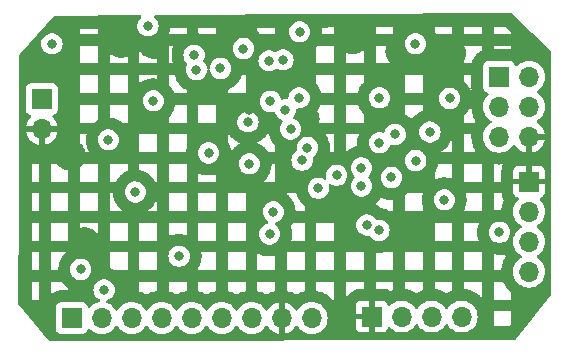
<source format=gbl>
%TF.GenerationSoftware,KiCad,Pcbnew,7.0.5-0*%
%TF.CreationDate,2023-07-20T08:32:01+02:00*%
%TF.ProjectId,MCU-Datalogger,4d43552d-4461-4746-916c-6f676765722e,V1.0*%
%TF.SameCoordinates,Original*%
%TF.FileFunction,Copper,L4,Bot*%
%TF.FilePolarity,Positive*%
%FSLAX46Y46*%
G04 Gerber Fmt 4.6, Leading zero omitted, Abs format (unit mm)*
G04 Created by KiCad (PCBNEW 7.0.5-0) date 2023-07-20 08:32:01*
%MOMM*%
%LPD*%
G01*
G04 APERTURE LIST*
%TA.AperFunction,ComponentPad*%
%ADD10R,1.700000X1.700000*%
%TD*%
%TA.AperFunction,ComponentPad*%
%ADD11O,1.700000X1.700000*%
%TD*%
%TA.AperFunction,ViaPad*%
%ADD12C,0.800000*%
%TD*%
G04 APERTURE END LIST*
D10*
%TO.P,BT1,1,+*%
%TO.N,/Vcc*%
X132080000Y-85085000D03*
D11*
%TO.P,BT1,2,-*%
%TO.N,GND*%
X132080000Y-87625000D03*
%TD*%
D10*
%TO.P,J2,1,Pin_1*%
%TO.N,GND*%
X160020000Y-103505000D03*
D11*
%TO.P,J2,2,Pin_2*%
%TO.N,/Vcc*%
X162560000Y-103505000D03*
%TO.P,J2,3,Pin_3*%
%TO.N,/RX*%
X165100000Y-103505000D03*
%TO.P,J2,4,Pin_4*%
%TO.N,/TX*%
X167640000Y-103505000D03*
%TD*%
D10*
%TO.P,J1,1,Pin_1*%
%TO.N,GND*%
X173355000Y-92075000D03*
D11*
%TO.P,J1,2,Pin_2*%
%TO.N,/Vcc*%
X173355000Y-94615000D03*
%TO.P,J1,3,Pin_3*%
%TO.N,/SDA*%
X173355000Y-97155000D03*
%TO.P,J1,4,Pin_4*%
%TO.N,/SCL*%
X173355000Y-99695000D03*
%TD*%
D10*
%TO.P,J3,1,Pin_1*%
%TO.N,/D2*%
X134620000Y-103632000D03*
D11*
%TO.P,J3,2,Pin_2*%
%TO.N,/D3*%
X137160000Y-103632000D03*
%TO.P,J3,3,Pin_3*%
%TO.N,/D4*%
X139700000Y-103632000D03*
%TO.P,J3,4,Pin_4*%
%TO.N,/D5*%
X142240000Y-103632000D03*
%TO.P,J3,5,Pin_5*%
%TO.N,/D6*%
X144780000Y-103632000D03*
%TO.P,J3,6,Pin_6*%
%TO.N,/D7*%
X147320000Y-103632000D03*
%TO.P,J3,7,Pin_7*%
%TO.N,/D8*%
X149860000Y-103632000D03*
%TO.P,J3,8,Pin_8*%
%TO.N,GND*%
X152400000Y-103632000D03*
%TO.P,J3,9,Pin_9*%
%TO.N,/Vcc*%
X154940000Y-103632000D03*
%TD*%
D10*
%TO.P,J4,1,Pin_1*%
%TO.N,/MISO*%
X170810000Y-83200000D03*
D11*
%TO.P,J4,2,Pin_2*%
%TO.N,/Vcc*%
X173350000Y-83200000D03*
%TO.P,J4,3,Pin_3*%
%TO.N,/SCK*%
X170810000Y-85740000D03*
%TO.P,J4,4,Pin_4*%
%TO.N,/MOSI*%
X173350000Y-85740000D03*
%TO.P,J4,5,Pin_5*%
%TO.N,/RESET*%
X170810000Y-88280000D03*
%TO.P,J4,6,Pin_6*%
%TO.N,GND*%
X173350000Y-88280000D03*
%TD*%
D12*
%TO.N,/MISO*%
X155498800Y-92645900D03*
%TO.N,/SDA*%
X152501094Y-81766496D03*
X145186400Y-82600800D03*
%TO.N,/Vcc*%
X149541900Y-87020400D03*
X164947600Y-87884000D03*
X163749501Y-90301299D03*
X154584400Y-89204800D03*
X163728400Y-80416400D03*
X153924000Y-79400400D03*
X141071600Y-78892400D03*
X132943600Y-80416400D03*
X141528800Y-85242400D03*
X137718800Y-88544400D03*
X140004800Y-92964000D03*
X143713200Y-98399600D03*
X135382000Y-99517200D03*
%TO.N,GND*%
X164084000Y-96062800D03*
X162509200Y-81076800D03*
X166674800Y-81229200D03*
X158394400Y-79959200D03*
X149656800Y-86004400D03*
X154279600Y-86753100D03*
X138785600Y-80264000D03*
X141579600Y-80365600D03*
X141528800Y-86563200D03*
X135716499Y-97260899D03*
X134467600Y-89814400D03*
%TO.N,/SCK*%
X157060300Y-91541600D03*
X159156400Y-90932000D03*
%TO.N,/RESET*%
X151440500Y-85293200D03*
X166624000Y-85039200D03*
%TO.N,/D2*%
X137363200Y-101244400D03*
X147218400Y-82499200D03*
%TO.N,/SCL*%
X151333200Y-81852100D03*
X144983200Y-81381600D03*
%TO.N,Net-(U4-PB6)*%
X146215700Y-89662000D03*
%TO.N,/SCL*%
X161696400Y-91731500D03*
X166166800Y-93624400D03*
%TO.N,/SDA*%
X170840400Y-96367600D03*
X162001200Y-88087200D03*
%TO.N,Net-(U4-AREF)*%
X153162000Y-87630000D03*
X160629600Y-96215200D03*
%TO.N,Net-(U4-PB6)*%
X159613600Y-95758000D03*
X151384000Y-96520000D03*
%TO.N,Net-(U4-PB7)*%
X149148800Y-80822300D03*
X149656800Y-90576400D03*
X151688800Y-94640400D03*
%TO.N,/SCL*%
X152704800Y-86004400D03*
X160680400Y-88798400D03*
%TO.N,/SDA*%
X153873200Y-84988400D03*
X160680400Y-84988400D03*
%TO.N,/MOSI*%
X154127200Y-90271600D03*
X159156400Y-92456000D03*
%TD*%
%TA.AperFunction,Conductor*%
%TO.N,GND*%
G36*
X171873760Y-77845459D02*
G01*
X171892886Y-77860427D01*
X175170819Y-80989364D01*
X175205721Y-81049891D01*
X175209200Y-81079059D01*
X175209200Y-101607872D01*
X175189515Y-101674911D01*
X175182658Y-101684539D01*
X172249113Y-105413621D01*
X172192193Y-105454141D01*
X172151974Y-105460954D01*
X132797828Y-105562252D01*
X132730738Y-105542740D01*
X132703143Y-105518695D01*
X132648113Y-105454141D01*
X131860210Y-104529870D01*
X133269500Y-104529870D01*
X133269501Y-104529876D01*
X133275908Y-104589483D01*
X133326202Y-104724328D01*
X133326206Y-104724335D01*
X133412452Y-104839544D01*
X133412455Y-104839547D01*
X133527664Y-104925793D01*
X133527671Y-104925797D01*
X133662517Y-104976091D01*
X133662516Y-104976091D01*
X133669444Y-104976835D01*
X133722127Y-104982500D01*
X135517872Y-104982499D01*
X135577483Y-104976091D01*
X135712331Y-104925796D01*
X135827546Y-104839546D01*
X135913796Y-104724331D01*
X135962810Y-104592916D01*
X136004681Y-104536984D01*
X136070145Y-104512566D01*
X136138418Y-104527417D01*
X136166673Y-104548569D01*
X136288599Y-104670495D01*
X136385384Y-104738264D01*
X136482165Y-104806032D01*
X136482167Y-104806033D01*
X136482170Y-104806035D01*
X136696337Y-104905903D01*
X136924592Y-104967063D01*
X137101034Y-104982500D01*
X137159999Y-104987659D01*
X137160000Y-104987659D01*
X137160001Y-104987659D01*
X137218966Y-104982500D01*
X137395408Y-104967063D01*
X137623663Y-104905903D01*
X137837830Y-104806035D01*
X138031401Y-104670495D01*
X138198495Y-104503401D01*
X138328424Y-104317842D01*
X138383002Y-104274217D01*
X138452500Y-104267023D01*
X138514855Y-104298546D01*
X138531575Y-104317842D01*
X138661500Y-104503395D01*
X138661505Y-104503401D01*
X138828599Y-104670495D01*
X138925384Y-104738264D01*
X139022165Y-104806032D01*
X139022167Y-104806033D01*
X139022170Y-104806035D01*
X139236337Y-104905903D01*
X139464592Y-104967063D01*
X139641034Y-104982500D01*
X139699999Y-104987659D01*
X139700000Y-104987659D01*
X139700001Y-104987659D01*
X139758966Y-104982500D01*
X139935408Y-104967063D01*
X140163663Y-104905903D01*
X140377830Y-104806035D01*
X140571401Y-104670495D01*
X140738495Y-104503401D01*
X140868424Y-104317842D01*
X140923002Y-104274217D01*
X140992500Y-104267023D01*
X141054855Y-104298546D01*
X141071575Y-104317842D01*
X141201500Y-104503395D01*
X141201505Y-104503401D01*
X141368599Y-104670495D01*
X141465384Y-104738264D01*
X141562165Y-104806032D01*
X141562167Y-104806033D01*
X141562170Y-104806035D01*
X141776337Y-104905903D01*
X142004592Y-104967063D01*
X142181034Y-104982500D01*
X142239999Y-104987659D01*
X142240000Y-104987659D01*
X142240001Y-104987659D01*
X142298966Y-104982500D01*
X142475408Y-104967063D01*
X142703663Y-104905903D01*
X142917830Y-104806035D01*
X143111401Y-104670495D01*
X143278495Y-104503401D01*
X143408424Y-104317842D01*
X143463002Y-104274217D01*
X143532500Y-104267023D01*
X143594855Y-104298546D01*
X143611575Y-104317842D01*
X143741500Y-104503395D01*
X143741505Y-104503401D01*
X143908599Y-104670495D01*
X144005384Y-104738265D01*
X144102165Y-104806032D01*
X144102167Y-104806033D01*
X144102170Y-104806035D01*
X144316337Y-104905903D01*
X144544592Y-104967063D01*
X144721034Y-104982500D01*
X144779999Y-104987659D01*
X144780000Y-104987659D01*
X144780001Y-104987659D01*
X144838966Y-104982500D01*
X145015408Y-104967063D01*
X145243663Y-104905903D01*
X145457830Y-104806035D01*
X145651401Y-104670495D01*
X145818495Y-104503401D01*
X145948424Y-104317842D01*
X146003002Y-104274217D01*
X146072500Y-104267023D01*
X146134855Y-104298546D01*
X146151575Y-104317842D01*
X146281500Y-104503395D01*
X146281505Y-104503401D01*
X146448599Y-104670495D01*
X146545384Y-104738265D01*
X146642165Y-104806032D01*
X146642167Y-104806033D01*
X146642170Y-104806035D01*
X146856337Y-104905903D01*
X147084592Y-104967063D01*
X147261034Y-104982500D01*
X147319999Y-104987659D01*
X147320000Y-104987659D01*
X147320001Y-104987659D01*
X147378966Y-104982500D01*
X147555408Y-104967063D01*
X147783663Y-104905903D01*
X147997830Y-104806035D01*
X148191401Y-104670495D01*
X148358495Y-104503401D01*
X148488424Y-104317842D01*
X148543002Y-104274217D01*
X148612500Y-104267023D01*
X148674855Y-104298546D01*
X148691575Y-104317842D01*
X148821500Y-104503395D01*
X148821505Y-104503401D01*
X148988599Y-104670495D01*
X149085384Y-104738265D01*
X149182165Y-104806032D01*
X149182167Y-104806033D01*
X149182170Y-104806035D01*
X149396337Y-104905903D01*
X149624592Y-104967063D01*
X149801034Y-104982500D01*
X149859999Y-104987659D01*
X149860000Y-104987659D01*
X149860001Y-104987659D01*
X149918966Y-104982500D01*
X150095408Y-104967063D01*
X150323663Y-104905903D01*
X150537830Y-104806035D01*
X150731401Y-104670495D01*
X150898495Y-104503401D01*
X151028730Y-104317405D01*
X151083307Y-104273781D01*
X151152805Y-104266587D01*
X151215160Y-104298110D01*
X151231879Y-104317405D01*
X151361890Y-104503078D01*
X151528917Y-104670105D01*
X151722421Y-104805600D01*
X151936507Y-104905429D01*
X151936516Y-104905433D01*
X152150000Y-104962634D01*
X152150000Y-104067501D01*
X152257685Y-104116680D01*
X152364237Y-104132000D01*
X152435763Y-104132000D01*
X152542315Y-104116680D01*
X152650000Y-104067501D01*
X152650000Y-104962633D01*
X152863483Y-104905433D01*
X152863492Y-104905429D01*
X153077578Y-104805600D01*
X153271082Y-104670105D01*
X153438105Y-104503082D01*
X153568119Y-104317405D01*
X153622696Y-104273781D01*
X153692195Y-104266588D01*
X153754549Y-104298110D01*
X153771269Y-104317405D01*
X153901505Y-104503401D01*
X154068599Y-104670495D01*
X154165384Y-104738265D01*
X154262165Y-104806032D01*
X154262167Y-104806033D01*
X154262170Y-104806035D01*
X154476337Y-104905903D01*
X154704592Y-104967063D01*
X154881034Y-104982500D01*
X154939999Y-104987659D01*
X154940000Y-104987659D01*
X154940001Y-104987659D01*
X154998966Y-104982500D01*
X155175408Y-104967063D01*
X155403663Y-104905903D01*
X155617830Y-104806035D01*
X155811401Y-104670495D01*
X155978495Y-104503401D01*
X156048906Y-104402844D01*
X158670000Y-104402844D01*
X158676401Y-104462372D01*
X158676403Y-104462379D01*
X158726645Y-104597086D01*
X158726649Y-104597093D01*
X158812809Y-104712187D01*
X158812812Y-104712190D01*
X158927906Y-104798350D01*
X158927913Y-104798354D01*
X159062620Y-104848596D01*
X159062627Y-104848598D01*
X159122155Y-104854999D01*
X159122172Y-104855000D01*
X159770000Y-104855000D01*
X159770000Y-103940501D01*
X159877685Y-103989680D01*
X159984237Y-104005000D01*
X160055763Y-104005000D01*
X160162315Y-103989680D01*
X160270000Y-103940501D01*
X160270000Y-104855000D01*
X160917828Y-104855000D01*
X160917844Y-104854999D01*
X160977372Y-104848598D01*
X160977379Y-104848596D01*
X161112086Y-104798354D01*
X161112093Y-104798350D01*
X161227187Y-104712190D01*
X161227190Y-104712187D01*
X161313350Y-104597093D01*
X161313354Y-104597086D01*
X161362422Y-104465529D01*
X161404293Y-104409595D01*
X161469757Y-104385178D01*
X161538030Y-104400030D01*
X161566285Y-104421181D01*
X161688599Y-104543495D01*
X161754277Y-104589483D01*
X161882165Y-104679032D01*
X161882167Y-104679033D01*
X161882170Y-104679035D01*
X162096337Y-104778903D01*
X162324592Y-104840063D01*
X162495319Y-104855000D01*
X162559999Y-104860659D01*
X162560000Y-104860659D01*
X162560001Y-104860659D01*
X162624681Y-104855000D01*
X162795408Y-104840063D01*
X163023663Y-104778903D01*
X163237830Y-104679035D01*
X163431401Y-104543495D01*
X163598495Y-104376401D01*
X163728424Y-104190842D01*
X163783002Y-104147217D01*
X163852500Y-104140023D01*
X163914855Y-104171546D01*
X163931575Y-104190842D01*
X164061500Y-104376395D01*
X164061505Y-104376401D01*
X164228599Y-104543495D01*
X164294277Y-104589483D01*
X164422165Y-104679032D01*
X164422167Y-104679033D01*
X164422170Y-104679035D01*
X164636337Y-104778903D01*
X164864592Y-104840063D01*
X165035319Y-104855000D01*
X165099999Y-104860659D01*
X165100000Y-104860659D01*
X165100001Y-104860659D01*
X165164681Y-104855000D01*
X165335408Y-104840063D01*
X165563663Y-104778903D01*
X165777830Y-104679035D01*
X165971401Y-104543495D01*
X166138495Y-104376401D01*
X166268424Y-104190842D01*
X166323002Y-104147217D01*
X166392500Y-104140023D01*
X166454855Y-104171546D01*
X166471575Y-104190842D01*
X166601500Y-104376395D01*
X166601505Y-104376401D01*
X166768599Y-104543495D01*
X166834277Y-104589483D01*
X166962165Y-104679032D01*
X166962167Y-104679033D01*
X166962170Y-104679035D01*
X167176337Y-104778903D01*
X167404592Y-104840063D01*
X167575319Y-104855000D01*
X167639999Y-104860659D01*
X167640000Y-104860659D01*
X167640001Y-104860659D01*
X167704681Y-104855000D01*
X167875408Y-104840063D01*
X168103663Y-104778903D01*
X168317830Y-104679035D01*
X168511401Y-104543495D01*
X168678495Y-104376401D01*
X168814035Y-104182830D01*
X168913903Y-103968663D01*
X168975063Y-103740408D01*
X168995659Y-103505000D01*
X168975063Y-103269592D01*
X168922688Y-103074124D01*
X170347020Y-103074124D01*
X170347020Y-104341595D01*
X171665000Y-104338203D01*
X171849020Y-104104279D01*
X171849020Y-103074124D01*
X170347020Y-103074124D01*
X168922688Y-103074124D01*
X168913903Y-103041337D01*
X168814035Y-102827171D01*
X168808425Y-102819158D01*
X168678494Y-102633597D01*
X168511402Y-102466506D01*
X168511395Y-102466501D01*
X168499204Y-102457965D01*
X168466169Y-102434833D01*
X168317834Y-102330967D01*
X168317830Y-102330965D01*
X168287595Y-102316866D01*
X168103663Y-102231097D01*
X168103659Y-102231096D01*
X168103655Y-102231094D01*
X167875413Y-102169938D01*
X167875403Y-102169936D01*
X167640001Y-102149341D01*
X167639999Y-102149341D01*
X167404596Y-102169936D01*
X167404586Y-102169938D01*
X167176344Y-102231094D01*
X167176335Y-102231098D01*
X166962171Y-102330964D01*
X166962169Y-102330965D01*
X166768597Y-102466505D01*
X166601505Y-102633597D01*
X166471575Y-102819158D01*
X166416998Y-102862783D01*
X166347500Y-102869977D01*
X166285145Y-102838454D01*
X166268425Y-102819158D01*
X166138494Y-102633597D01*
X165971402Y-102466506D01*
X165971395Y-102466501D01*
X165959204Y-102457965D01*
X165926169Y-102434833D01*
X165777834Y-102330967D01*
X165777830Y-102330965D01*
X165747595Y-102316866D01*
X165563663Y-102231097D01*
X165563659Y-102231096D01*
X165563655Y-102231094D01*
X165335413Y-102169938D01*
X165335403Y-102169936D01*
X165100001Y-102149341D01*
X165099999Y-102149341D01*
X164864596Y-102169936D01*
X164864586Y-102169938D01*
X164636344Y-102231094D01*
X164636335Y-102231098D01*
X164422171Y-102330964D01*
X164422169Y-102330965D01*
X164228597Y-102466505D01*
X164061508Y-102633594D01*
X163931574Y-102819160D01*
X163876997Y-102862784D01*
X163807498Y-102869977D01*
X163745144Y-102838455D01*
X163728429Y-102819164D01*
X163598495Y-102633599D01*
X163598493Y-102633596D01*
X163431402Y-102466506D01*
X163431395Y-102466501D01*
X163419204Y-102457965D01*
X163386169Y-102434833D01*
X163237834Y-102330967D01*
X163237830Y-102330965D01*
X163207595Y-102316866D01*
X163023663Y-102231097D01*
X163023659Y-102231096D01*
X163023655Y-102231094D01*
X162795413Y-102169938D01*
X162795403Y-102169936D01*
X162560001Y-102149341D01*
X162559999Y-102149341D01*
X162324596Y-102169936D01*
X162324586Y-102169938D01*
X162096344Y-102231094D01*
X162096335Y-102231098D01*
X161882171Y-102330964D01*
X161882169Y-102330965D01*
X161688600Y-102466503D01*
X161566284Y-102588819D01*
X161504961Y-102622303D01*
X161435269Y-102617319D01*
X161379336Y-102575447D01*
X161362421Y-102544470D01*
X161313354Y-102412913D01*
X161313350Y-102412906D01*
X161227190Y-102297812D01*
X161227187Y-102297809D01*
X161112093Y-102211649D01*
X161112086Y-102211645D01*
X160977379Y-102161403D01*
X160977372Y-102161401D01*
X160917844Y-102155000D01*
X160270000Y-102155000D01*
X160270000Y-103069498D01*
X160162315Y-103020320D01*
X160055763Y-103005000D01*
X159984237Y-103005000D01*
X159877685Y-103020320D01*
X159770000Y-103069498D01*
X159770000Y-102155000D01*
X159122155Y-102155000D01*
X159062627Y-102161401D01*
X159062620Y-102161403D01*
X158927913Y-102211645D01*
X158927906Y-102211649D01*
X158812812Y-102297809D01*
X158812809Y-102297812D01*
X158726649Y-102412906D01*
X158726645Y-102412913D01*
X158676403Y-102547620D01*
X158676401Y-102547627D01*
X158670000Y-102607155D01*
X158670000Y-103255000D01*
X159586314Y-103255000D01*
X159560507Y-103295156D01*
X159520000Y-103433111D01*
X159520000Y-103576889D01*
X159560507Y-103714844D01*
X159586314Y-103755000D01*
X158670000Y-103755000D01*
X158670000Y-104402844D01*
X156048906Y-104402844D01*
X156114035Y-104309830D01*
X156213903Y-104095663D01*
X156275063Y-103867408D01*
X156295659Y-103632000D01*
X156275063Y-103396592D01*
X156213903Y-103168337D01*
X156114035Y-102954171D01*
X156108731Y-102946595D01*
X155978494Y-102760597D01*
X155811402Y-102593506D01*
X155811395Y-102593501D01*
X155804708Y-102588819D01*
X155772521Y-102566281D01*
X155617834Y-102457967D01*
X155617830Y-102457965D01*
X155568223Y-102434833D01*
X155403663Y-102358097D01*
X155403659Y-102358096D01*
X155403655Y-102358094D01*
X155175413Y-102296938D01*
X155175403Y-102296936D01*
X154940001Y-102276341D01*
X154939999Y-102276341D01*
X154704596Y-102296936D01*
X154704586Y-102296938D01*
X154476344Y-102358094D01*
X154476335Y-102358098D01*
X154262171Y-102457964D01*
X154262169Y-102457965D01*
X154068597Y-102593505D01*
X153901508Y-102760594D01*
X153771269Y-102946595D01*
X153716692Y-102990219D01*
X153647193Y-102997412D01*
X153584839Y-102965890D01*
X153568119Y-102946594D01*
X153438113Y-102760926D01*
X153438108Y-102760920D01*
X153271082Y-102593894D01*
X153077578Y-102458399D01*
X152863492Y-102358570D01*
X152863486Y-102358567D01*
X152650000Y-102301364D01*
X152650000Y-103196498D01*
X152542315Y-103147320D01*
X152435763Y-103132000D01*
X152364237Y-103132000D01*
X152257685Y-103147320D01*
X152150000Y-103196498D01*
X152150000Y-102301364D01*
X152149999Y-102301364D01*
X151936513Y-102358567D01*
X151936507Y-102358570D01*
X151722422Y-102458399D01*
X151722420Y-102458400D01*
X151528926Y-102593886D01*
X151528920Y-102593891D01*
X151361891Y-102760920D01*
X151361890Y-102760922D01*
X151231880Y-102946595D01*
X151177303Y-102990219D01*
X151107804Y-102997412D01*
X151045450Y-102965890D01*
X151028730Y-102946594D01*
X150898494Y-102760597D01*
X150731402Y-102593506D01*
X150731395Y-102593501D01*
X150724708Y-102588819D01*
X150692521Y-102566281D01*
X150537834Y-102457967D01*
X150537830Y-102457965D01*
X150488223Y-102434833D01*
X150323663Y-102358097D01*
X150323659Y-102358096D01*
X150323655Y-102358094D01*
X150095413Y-102296938D01*
X150095403Y-102296936D01*
X149860001Y-102276341D01*
X149859999Y-102276341D01*
X149624596Y-102296936D01*
X149624586Y-102296938D01*
X149396344Y-102358094D01*
X149396335Y-102358098D01*
X149182171Y-102457964D01*
X149182169Y-102457965D01*
X148988597Y-102593505D01*
X148821505Y-102760597D01*
X148691575Y-102946158D01*
X148636998Y-102989783D01*
X148567500Y-102996977D01*
X148505145Y-102965454D01*
X148488425Y-102946158D01*
X148358494Y-102760597D01*
X148191402Y-102593506D01*
X148191395Y-102593501D01*
X148184708Y-102588819D01*
X148152521Y-102566281D01*
X147997834Y-102457967D01*
X147997830Y-102457965D01*
X147948223Y-102434833D01*
X147783663Y-102358097D01*
X147783659Y-102358096D01*
X147783655Y-102358094D01*
X147555413Y-102296938D01*
X147555403Y-102296936D01*
X147320001Y-102276341D01*
X147319999Y-102276341D01*
X147084596Y-102296936D01*
X147084586Y-102296938D01*
X146856344Y-102358094D01*
X146856335Y-102358098D01*
X146642171Y-102457964D01*
X146642169Y-102457965D01*
X146448597Y-102593505D01*
X146281505Y-102760597D01*
X146151575Y-102946158D01*
X146096998Y-102989783D01*
X146027500Y-102996977D01*
X145965145Y-102965454D01*
X145948425Y-102946158D01*
X145818494Y-102760597D01*
X145651402Y-102593506D01*
X145651395Y-102593501D01*
X145644708Y-102588819D01*
X145612521Y-102566281D01*
X145457834Y-102457967D01*
X145457830Y-102457965D01*
X145408223Y-102434833D01*
X145243663Y-102358097D01*
X145243659Y-102358096D01*
X145243655Y-102358094D01*
X145015413Y-102296938D01*
X145015403Y-102296936D01*
X144780001Y-102276341D01*
X144779999Y-102276341D01*
X144544596Y-102296936D01*
X144544586Y-102296938D01*
X144316344Y-102358094D01*
X144316335Y-102358098D01*
X144102171Y-102457964D01*
X144102169Y-102457965D01*
X143908597Y-102593505D01*
X143741505Y-102760597D01*
X143611575Y-102946158D01*
X143556998Y-102989783D01*
X143487500Y-102996977D01*
X143425145Y-102965454D01*
X143408425Y-102946158D01*
X143278494Y-102760597D01*
X143111402Y-102593506D01*
X143111395Y-102593501D01*
X143104708Y-102588819D01*
X143072521Y-102566281D01*
X142917834Y-102457967D01*
X142917830Y-102457965D01*
X142868223Y-102434833D01*
X142703663Y-102358097D01*
X142703659Y-102358096D01*
X142703655Y-102358094D01*
X142475413Y-102296938D01*
X142475403Y-102296936D01*
X142240001Y-102276341D01*
X142239999Y-102276341D01*
X142004596Y-102296936D01*
X142004586Y-102296938D01*
X141776344Y-102358094D01*
X141776335Y-102358098D01*
X141562171Y-102457964D01*
X141562169Y-102457965D01*
X141368597Y-102593505D01*
X141201505Y-102760597D01*
X141071575Y-102946158D01*
X141016998Y-102989783D01*
X140947500Y-102996977D01*
X140885145Y-102965454D01*
X140868425Y-102946158D01*
X140738494Y-102760597D01*
X140571402Y-102593506D01*
X140571395Y-102593501D01*
X140564708Y-102588819D01*
X140532521Y-102566281D01*
X140377834Y-102457967D01*
X140377830Y-102457965D01*
X140328223Y-102434833D01*
X140163663Y-102358097D01*
X140163659Y-102358096D01*
X140163655Y-102358094D01*
X139935413Y-102296938D01*
X139935403Y-102296936D01*
X139700001Y-102276341D01*
X139699999Y-102276341D01*
X139464596Y-102296936D01*
X139464586Y-102296938D01*
X139236344Y-102358094D01*
X139236335Y-102358098D01*
X139022171Y-102457964D01*
X139022169Y-102457965D01*
X138828597Y-102593505D01*
X138661505Y-102760597D01*
X138531575Y-102946158D01*
X138476998Y-102989783D01*
X138407500Y-102996977D01*
X138345145Y-102965454D01*
X138328425Y-102946158D01*
X138198494Y-102760597D01*
X138031402Y-102593506D01*
X138031395Y-102593501D01*
X138024708Y-102588819D01*
X137992521Y-102566281D01*
X137837834Y-102457967D01*
X137837830Y-102457965D01*
X137788223Y-102434833D01*
X137623663Y-102358097D01*
X137623658Y-102358095D01*
X137623654Y-102358094D01*
X137605514Y-102353233D01*
X137545855Y-102316866D01*
X137515327Y-102254019D01*
X137523624Y-102184643D01*
X137568111Y-102130767D01*
X137611828Y-102112170D01*
X137643003Y-102105544D01*
X137815930Y-102028551D01*
X137969071Y-101917288D01*
X138095733Y-101776616D01*
X138190379Y-101612684D01*
X138248874Y-101432656D01*
X138268660Y-101244400D01*
X138248874Y-101056144D01*
X138190379Y-100876116D01*
X138095733Y-100712184D01*
X137971423Y-100574124D01*
X140347020Y-100574124D01*
X140347020Y-101374021D01*
X140444315Y-101400091D01*
X140446914Y-101400849D01*
X140480731Y-101411512D01*
X140483296Y-101412383D01*
X140526769Y-101428209D01*
X140529287Y-101429188D01*
X140562006Y-101442741D01*
X140564482Y-101443830D01*
X140820563Y-101563243D01*
X140822988Y-101564440D01*
X140854408Y-101580795D01*
X140856778Y-101582096D01*
X140896845Y-101605226D01*
X140899160Y-101606631D01*
X140929057Y-101625677D01*
X140931307Y-101627181D01*
X140969999Y-101654274D01*
X141008689Y-101627184D01*
X141010939Y-101625680D01*
X141040819Y-101606645D01*
X141043131Y-101605243D01*
X141083194Y-101582112D01*
X141085565Y-101580810D01*
X141117001Y-101564445D01*
X141119428Y-101563248D01*
X141375518Y-101443830D01*
X141377994Y-101442741D01*
X141410713Y-101429188D01*
X141413231Y-101428209D01*
X141456704Y-101412383D01*
X141459269Y-101411512D01*
X141493086Y-101400849D01*
X141495685Y-101400091D01*
X141768641Y-101326955D01*
X141771268Y-101326312D01*
X141805867Y-101318641D01*
X141808522Y-101318114D01*
X141849020Y-101310973D01*
X141849020Y-100574124D01*
X142847020Y-100574124D01*
X142847020Y-101363303D01*
X142984315Y-101400091D01*
X142986914Y-101400849D01*
X143020731Y-101411512D01*
X143023296Y-101412383D01*
X143066769Y-101428209D01*
X143069287Y-101429188D01*
X143102006Y-101442741D01*
X143104482Y-101443830D01*
X143360563Y-101563243D01*
X143362988Y-101564440D01*
X143394408Y-101580795D01*
X143396778Y-101582096D01*
X143436845Y-101605226D01*
X143439160Y-101606631D01*
X143469057Y-101625677D01*
X143471307Y-101627181D01*
X143509999Y-101654274D01*
X143548689Y-101627184D01*
X143550939Y-101625680D01*
X143580819Y-101606645D01*
X143583131Y-101605243D01*
X143623194Y-101582112D01*
X143625565Y-101580810D01*
X143657001Y-101564445D01*
X143659428Y-101563248D01*
X143915518Y-101443830D01*
X143917994Y-101442741D01*
X143950713Y-101429188D01*
X143953231Y-101428209D01*
X143996704Y-101412383D01*
X143999269Y-101411512D01*
X144033086Y-101400849D01*
X144035685Y-101400091D01*
X144308641Y-101326955D01*
X144311268Y-101326312D01*
X144345867Y-101318641D01*
X144348522Y-101318114D01*
X144349020Y-101318026D01*
X144349020Y-100574124D01*
X145347020Y-100574124D01*
X145347020Y-101352585D01*
X145524315Y-101400091D01*
X145526914Y-101400849D01*
X145560731Y-101411512D01*
X145563296Y-101412383D01*
X145606769Y-101428209D01*
X145609287Y-101429188D01*
X145642006Y-101442741D01*
X145644482Y-101443830D01*
X145900563Y-101563243D01*
X145902988Y-101564440D01*
X145934408Y-101580795D01*
X145936778Y-101582096D01*
X145976845Y-101605226D01*
X145979160Y-101606631D01*
X146009057Y-101625677D01*
X146011307Y-101627181D01*
X146049999Y-101654274D01*
X146088689Y-101627184D01*
X146090939Y-101625680D01*
X146120819Y-101606645D01*
X146123131Y-101605243D01*
X146163194Y-101582112D01*
X146165565Y-101580810D01*
X146197001Y-101564445D01*
X146199428Y-101563248D01*
X146455518Y-101443830D01*
X146457994Y-101442741D01*
X146490713Y-101429188D01*
X146493231Y-101428209D01*
X146536704Y-101412383D01*
X146539269Y-101411512D01*
X146573086Y-101400849D01*
X146575685Y-101400091D01*
X146848641Y-101326955D01*
X146849020Y-101326862D01*
X146849020Y-100574124D01*
X147847020Y-100574124D01*
X147847020Y-101341868D01*
X148064315Y-101400091D01*
X148066914Y-101400849D01*
X148100731Y-101411512D01*
X148103296Y-101412383D01*
X148146769Y-101428209D01*
X148149287Y-101429188D01*
X148182006Y-101442741D01*
X148184482Y-101443830D01*
X148440563Y-101563243D01*
X148442988Y-101564440D01*
X148474408Y-101580795D01*
X148476778Y-101582096D01*
X148516845Y-101605226D01*
X148519160Y-101606631D01*
X148549057Y-101625677D01*
X148551307Y-101627181D01*
X148589999Y-101654274D01*
X148628689Y-101627184D01*
X148630939Y-101625680D01*
X148660819Y-101606645D01*
X148663131Y-101605243D01*
X148703194Y-101582112D01*
X148705565Y-101580810D01*
X148737001Y-101564445D01*
X148739428Y-101563248D01*
X148995518Y-101443830D01*
X148997994Y-101442741D01*
X149030713Y-101429188D01*
X149033231Y-101428209D01*
X149076704Y-101412383D01*
X149079269Y-101411512D01*
X149113086Y-101400849D01*
X149115685Y-101400091D01*
X149349020Y-101337571D01*
X149349020Y-100574124D01*
X150347020Y-100574124D01*
X150347020Y-101331151D01*
X150604315Y-101400091D01*
X150606914Y-101400849D01*
X150640731Y-101411512D01*
X150643296Y-101412383D01*
X150686769Y-101428209D01*
X150689287Y-101429188D01*
X150722006Y-101442741D01*
X150724482Y-101443830D01*
X150980563Y-101563243D01*
X150982988Y-101564440D01*
X151014408Y-101580795D01*
X151016778Y-101582096D01*
X151056845Y-101605226D01*
X151059160Y-101606631D01*
X151089057Y-101625677D01*
X151091306Y-101627180D01*
X151130436Y-101654579D01*
X151168939Y-101627620D01*
X151171187Y-101626118D01*
X151201067Y-101607082D01*
X151203379Y-101605679D01*
X151243445Y-101582545D01*
X151245819Y-101581243D01*
X151277257Y-101564878D01*
X151279682Y-101563682D01*
X151535691Y-101444302D01*
X151538166Y-101443213D01*
X151570884Y-101429660D01*
X151573404Y-101428681D01*
X151616876Y-101412855D01*
X151619439Y-101411985D01*
X151653253Y-101401322D01*
X151655852Y-101400565D01*
X151849020Y-101348804D01*
X151849020Y-100574124D01*
X152847020Y-100574124D01*
X152847020Y-101320948D01*
X153144148Y-101400565D01*
X153146747Y-101401322D01*
X153180561Y-101411985D01*
X153183124Y-101412855D01*
X153226596Y-101428681D01*
X153229116Y-101429660D01*
X153261834Y-101443213D01*
X153264309Y-101444302D01*
X153520311Y-101563678D01*
X153522737Y-101564875D01*
X153554157Y-101581231D01*
X153556529Y-101582531D01*
X153596595Y-101605663D01*
X153598907Y-101607066D01*
X153628805Y-101626112D01*
X153631057Y-101627616D01*
X153669564Y-101654579D01*
X153708690Y-101627184D01*
X153710939Y-101625680D01*
X153740819Y-101606645D01*
X153743131Y-101605243D01*
X153783194Y-101582112D01*
X153785565Y-101580810D01*
X153817001Y-101564445D01*
X153819428Y-101563248D01*
X154075518Y-101443830D01*
X154077994Y-101442741D01*
X154110713Y-101429188D01*
X154113231Y-101428209D01*
X154156704Y-101412383D01*
X154159269Y-101411512D01*
X154193086Y-101400849D01*
X154195685Y-101400091D01*
X154349020Y-101359005D01*
X154349020Y-100574124D01*
X155347020Y-100574124D01*
X155347020Y-101313801D01*
X155371478Y-101318114D01*
X155374133Y-101318641D01*
X155408732Y-101326312D01*
X155411359Y-101326955D01*
X155684315Y-101400091D01*
X155686914Y-101400849D01*
X155720731Y-101411512D01*
X155723296Y-101412383D01*
X155766769Y-101428209D01*
X155769287Y-101429188D01*
X155802006Y-101442741D01*
X155804482Y-101443830D01*
X156060563Y-101563243D01*
X156062988Y-101564440D01*
X156094408Y-101580795D01*
X156096778Y-101582096D01*
X156136845Y-101605226D01*
X156139160Y-101606631D01*
X156169057Y-101625677D01*
X156171306Y-101627180D01*
X156402786Y-101789264D01*
X156404969Y-101790865D01*
X156433096Y-101812448D01*
X156435206Y-101814142D01*
X156470646Y-101843882D01*
X156472680Y-101845666D01*
X156498790Y-101869593D01*
X156500742Y-101871462D01*
X156700546Y-102071265D01*
X156702417Y-102073219D01*
X156705079Y-102076124D01*
X156849020Y-102076124D01*
X156849020Y-100574124D01*
X157847020Y-100574124D01*
X157847020Y-101941400D01*
X157868876Y-101901375D01*
X157871136Y-101897567D01*
X157902493Y-101848776D01*
X157905018Y-101845139D01*
X158036569Y-101669412D01*
X158039346Y-101665965D01*
X158077325Y-101622135D01*
X158080342Y-101618894D01*
X158133894Y-101565342D01*
X158137135Y-101562325D01*
X158180965Y-101524346D01*
X158184412Y-101521569D01*
X158360139Y-101390018D01*
X158363776Y-101387493D01*
X158412567Y-101356136D01*
X158416375Y-101353876D01*
X158482851Y-101317577D01*
X158486809Y-101315596D01*
X158539573Y-101291499D01*
X158543664Y-101289804D01*
X158744911Y-101214744D01*
X158748582Y-101213504D01*
X158797159Y-101198769D01*
X158800902Y-101197761D01*
X158865383Y-101182527D01*
X158869176Y-101181755D01*
X158919170Y-101173196D01*
X158923006Y-101172662D01*
X159029610Y-101161200D01*
X159031266Y-101161044D01*
X159052972Y-101159298D01*
X159054629Y-101159187D01*
X159082973Y-101157669D01*
X159084631Y-101157602D01*
X159106337Y-101157022D01*
X159107994Y-101157000D01*
X159349020Y-101157000D01*
X159349020Y-100574124D01*
X160347020Y-100574124D01*
X160347020Y-101157000D01*
X160932006Y-101157000D01*
X160933663Y-101157022D01*
X160955369Y-101157602D01*
X160957027Y-101157669D01*
X160985371Y-101159187D01*
X160987028Y-101159298D01*
X161008734Y-101161044D01*
X161010390Y-101161200D01*
X161116994Y-101172662D01*
X161120830Y-101173196D01*
X161170824Y-101181755D01*
X161174617Y-101182527D01*
X161239098Y-101197761D01*
X161242841Y-101198769D01*
X161291418Y-101213504D01*
X161295089Y-101214744D01*
X161496336Y-101289804D01*
X161500427Y-101291499D01*
X161553191Y-101315596D01*
X161557149Y-101317577D01*
X161620146Y-101351976D01*
X161695519Y-101316830D01*
X161697995Y-101315741D01*
X161730713Y-101302188D01*
X161733231Y-101301209D01*
X161776704Y-101285383D01*
X161779269Y-101284512D01*
X161813086Y-101273849D01*
X161815684Y-101273091D01*
X161849020Y-101264158D01*
X161849020Y-100574124D01*
X162847020Y-100574124D01*
X162847020Y-101172640D01*
X162905432Y-101177751D01*
X162908121Y-101178045D01*
X162943245Y-101182669D01*
X162945919Y-101183081D01*
X162991478Y-101191114D01*
X162994133Y-101191641D01*
X163028732Y-101199312D01*
X163031359Y-101199955D01*
X163304315Y-101273091D01*
X163306914Y-101273849D01*
X163340731Y-101284512D01*
X163343296Y-101285383D01*
X163386769Y-101301209D01*
X163389287Y-101302188D01*
X163422006Y-101315741D01*
X163424482Y-101316830D01*
X163680563Y-101436243D01*
X163682988Y-101437440D01*
X163714408Y-101453795D01*
X163716778Y-101455096D01*
X163756845Y-101478226D01*
X163759160Y-101479631D01*
X163789057Y-101498677D01*
X163791307Y-101500181D01*
X163829999Y-101527274D01*
X163868689Y-101500184D01*
X163870939Y-101498680D01*
X163900819Y-101479645D01*
X163903131Y-101478243D01*
X163943194Y-101455112D01*
X163945565Y-101453810D01*
X163977001Y-101437445D01*
X163979428Y-101436248D01*
X164235518Y-101316830D01*
X164237994Y-101315741D01*
X164270713Y-101302188D01*
X164273231Y-101301209D01*
X164316704Y-101285383D01*
X164319269Y-101284512D01*
X164349020Y-101275131D01*
X164349020Y-100574124D01*
X165347020Y-100574124D01*
X165347020Y-101169140D01*
X165445432Y-101177751D01*
X165448121Y-101178045D01*
X165483245Y-101182669D01*
X165485919Y-101183081D01*
X165531478Y-101191114D01*
X165534133Y-101191641D01*
X165568732Y-101199312D01*
X165571359Y-101199955D01*
X165844315Y-101273091D01*
X165846914Y-101273849D01*
X165880731Y-101284512D01*
X165883296Y-101285383D01*
X165926769Y-101301209D01*
X165929287Y-101302188D01*
X165962006Y-101315741D01*
X165964482Y-101316830D01*
X166220563Y-101436243D01*
X166222988Y-101437440D01*
X166254408Y-101453795D01*
X166256778Y-101455096D01*
X166296845Y-101478226D01*
X166299160Y-101479631D01*
X166329057Y-101498677D01*
X166331307Y-101500181D01*
X166369999Y-101527274D01*
X166408689Y-101500184D01*
X166410939Y-101498680D01*
X166440819Y-101479645D01*
X166443131Y-101478243D01*
X166483194Y-101455112D01*
X166485565Y-101453810D01*
X166517001Y-101437445D01*
X166519428Y-101436248D01*
X166775518Y-101316830D01*
X166777994Y-101315741D01*
X166810713Y-101302188D01*
X166813231Y-101301209D01*
X166849020Y-101288180D01*
X166849020Y-100574124D01*
X167847020Y-100574124D01*
X167847020Y-101165640D01*
X167985432Y-101177751D01*
X167988121Y-101178045D01*
X168023245Y-101182669D01*
X168025919Y-101183081D01*
X168071478Y-101191114D01*
X168074133Y-101191641D01*
X168108732Y-101199312D01*
X168111359Y-101199955D01*
X168384315Y-101273091D01*
X168386914Y-101273849D01*
X168420731Y-101284512D01*
X168423296Y-101285383D01*
X168466769Y-101301209D01*
X168469287Y-101302188D01*
X168502006Y-101315741D01*
X168504482Y-101316830D01*
X168760563Y-101436243D01*
X168762988Y-101437440D01*
X168794408Y-101453795D01*
X168796778Y-101455096D01*
X168836845Y-101478226D01*
X168839160Y-101479631D01*
X168869057Y-101498677D01*
X168871306Y-101500180D01*
X169102786Y-101662264D01*
X169104969Y-101663865D01*
X169133096Y-101685448D01*
X169135206Y-101687142D01*
X169170646Y-101716882D01*
X169172680Y-101718666D01*
X169198790Y-101742593D01*
X169200742Y-101744462D01*
X169349020Y-101892739D01*
X169349020Y-100574124D01*
X170347020Y-100574124D01*
X170347020Y-102076124D01*
X171849020Y-102076124D01*
X171849020Y-101503816D01*
X171824354Y-101483117D01*
X171822322Y-101481335D01*
X171796211Y-101457409D01*
X171794256Y-101455538D01*
X171594462Y-101255744D01*
X171592591Y-101253789D01*
X171568665Y-101227678D01*
X171566883Y-101225646D01*
X171537143Y-101190207D01*
X171535449Y-101188096D01*
X171513865Y-101159969D01*
X171512264Y-101157786D01*
X171350180Y-100926306D01*
X171348677Y-100924057D01*
X171329631Y-100894160D01*
X171328226Y-100891845D01*
X171305096Y-100851778D01*
X171303795Y-100849408D01*
X171287440Y-100817988D01*
X171286243Y-100815563D01*
X171173658Y-100574124D01*
X170347020Y-100574124D01*
X169349020Y-100574124D01*
X167847020Y-100574124D01*
X166849020Y-100574124D01*
X165347020Y-100574124D01*
X164349020Y-100574124D01*
X162847020Y-100574124D01*
X161849020Y-100574124D01*
X160347020Y-100574124D01*
X159349020Y-100574124D01*
X157847020Y-100574124D01*
X156849020Y-100574124D01*
X155347020Y-100574124D01*
X154349020Y-100574124D01*
X152847020Y-100574124D01*
X151849020Y-100574124D01*
X150347020Y-100574124D01*
X149349020Y-100574124D01*
X147847020Y-100574124D01*
X146849020Y-100574124D01*
X145347020Y-100574124D01*
X144349020Y-100574124D01*
X142847020Y-100574124D01*
X141849020Y-100574124D01*
X140347020Y-100574124D01*
X137971423Y-100574124D01*
X137969071Y-100571512D01*
X137962038Y-100566402D01*
X137815934Y-100460251D01*
X137815929Y-100460248D01*
X137643007Y-100383257D01*
X137643002Y-100383255D01*
X137497201Y-100352265D01*
X137457846Y-100343900D01*
X137268554Y-100343900D01*
X137236097Y-100350798D01*
X137083397Y-100383255D01*
X137083392Y-100383257D01*
X136910470Y-100460248D01*
X136910465Y-100460251D01*
X136757329Y-100571511D01*
X136630666Y-100712185D01*
X136536021Y-100876115D01*
X136536018Y-100876122D01*
X136486001Y-101030061D01*
X136477526Y-101056144D01*
X136463285Y-101191641D01*
X136459498Y-101227678D01*
X136457740Y-101244400D01*
X136477526Y-101432656D01*
X136478693Y-101436248D01*
X136536018Y-101612677D01*
X136536021Y-101612684D01*
X136630667Y-101776616D01*
X136714384Y-101869593D01*
X136757329Y-101917288D01*
X136910465Y-102028548D01*
X136910470Y-102028551D01*
X136978575Y-102058874D01*
X137031812Y-102104124D01*
X137052133Y-102170974D01*
X137033087Y-102238197D01*
X136980721Y-102284452D01*
X136938948Y-102295681D01*
X136924596Y-102296936D01*
X136924586Y-102296938D01*
X136696344Y-102358094D01*
X136696335Y-102358098D01*
X136482171Y-102457964D01*
X136482169Y-102457965D01*
X136288600Y-102593503D01*
X136166673Y-102715430D01*
X136105350Y-102748914D01*
X136035658Y-102743930D01*
X135979725Y-102702058D01*
X135962810Y-102671081D01*
X135913797Y-102539671D01*
X135913793Y-102539664D01*
X135827547Y-102424455D01*
X135827544Y-102424452D01*
X135712335Y-102338206D01*
X135712328Y-102338202D01*
X135577482Y-102287908D01*
X135577483Y-102287908D01*
X135517883Y-102281501D01*
X135517881Y-102281500D01*
X135517873Y-102281500D01*
X135517864Y-102281500D01*
X133722129Y-102281500D01*
X133722123Y-102281501D01*
X133662516Y-102287908D01*
X133527671Y-102338202D01*
X133527664Y-102338206D01*
X133412455Y-102424452D01*
X133412452Y-102424455D01*
X133326206Y-102539664D01*
X133326202Y-102539671D01*
X133275908Y-102674517D01*
X133269501Y-102734116D01*
X133269500Y-102734135D01*
X133269500Y-104529870D01*
X131860210Y-104529870D01*
X130128654Y-102498621D01*
X130100144Y-102434833D01*
X130099021Y-102417582D01*
X130100779Y-102051870D01*
X131224792Y-102051870D01*
X131245467Y-102076124D01*
X131849020Y-102076124D01*
X131849020Y-100574124D01*
X132847020Y-100574124D01*
X132847020Y-101601075D01*
X132959897Y-101516575D01*
X132963534Y-101514050D01*
X133012325Y-101482693D01*
X133016133Y-101480433D01*
X133082609Y-101444134D01*
X133086568Y-101442153D01*
X133139333Y-101418055D01*
X133143424Y-101416361D01*
X133344797Y-101341254D01*
X133348467Y-101340014D01*
X133397025Y-101325285D01*
X133400764Y-101324277D01*
X133465249Y-101309038D01*
X133469045Y-101308265D01*
X133519069Y-101299701D01*
X133522907Y-101299166D01*
X133629581Y-101287699D01*
X133631236Y-101287544D01*
X133652928Y-101285799D01*
X133654585Y-101285688D01*
X133682924Y-101284170D01*
X133684584Y-101284103D01*
X133706293Y-101283523D01*
X133707949Y-101283501D01*
X134349020Y-101283500D01*
X134349020Y-101113370D01*
X134167060Y-100981170D01*
X134164483Y-100979193D01*
X134131438Y-100952432D01*
X134128971Y-100950325D01*
X134087710Y-100913175D01*
X134085355Y-100910939D01*
X134055283Y-100880867D01*
X134053048Y-100878513D01*
X133889237Y-100696582D01*
X133887130Y-100694115D01*
X133860373Y-100661074D01*
X133858397Y-100658499D01*
X133825760Y-100613581D01*
X133823920Y-100610904D01*
X133800752Y-100575229D01*
X133800075Y-100574124D01*
X132847020Y-100574124D01*
X131849020Y-100574124D01*
X131231897Y-100574124D01*
X131224792Y-102051870D01*
X130100779Y-102051870D01*
X130112682Y-99576124D01*
X131236695Y-99576124D01*
X131849020Y-99576124D01*
X131849020Y-98074124D01*
X132847020Y-98074124D01*
X132847020Y-99576124D01*
X133480088Y-99576124D01*
X133478625Y-99548206D01*
X133478540Y-99544960D01*
X133478540Y-99517200D01*
X134476540Y-99517200D01*
X134496326Y-99705456D01*
X134496327Y-99705459D01*
X134554818Y-99885477D01*
X134554821Y-99885484D01*
X134649467Y-100049416D01*
X134747827Y-100158655D01*
X134776129Y-100190088D01*
X134929265Y-100301348D01*
X134929270Y-100301351D01*
X135102192Y-100378342D01*
X135102197Y-100378344D01*
X135287354Y-100417700D01*
X135287355Y-100417700D01*
X135476644Y-100417700D01*
X135476646Y-100417700D01*
X135661803Y-100378344D01*
X135834730Y-100301351D01*
X135987871Y-100190088D01*
X136114533Y-100049416D01*
X136209179Y-99885484D01*
X136267674Y-99705456D01*
X136268773Y-99695000D01*
X171999341Y-99695000D01*
X172019936Y-99930403D01*
X172019938Y-99930413D01*
X172081094Y-100158655D01*
X172081096Y-100158659D01*
X172081097Y-100158663D01*
X172095751Y-100190088D01*
X172180965Y-100372830D01*
X172180967Y-100372834D01*
X172242176Y-100460249D01*
X172316505Y-100566401D01*
X172483599Y-100733495D01*
X172580384Y-100801264D01*
X172677165Y-100869032D01*
X172677167Y-100869033D01*
X172677170Y-100869035D01*
X172891337Y-100968903D01*
X173119592Y-101030063D01*
X173307918Y-101046539D01*
X173354999Y-101050659D01*
X173355000Y-101050659D01*
X173355001Y-101050659D01*
X173394234Y-101047226D01*
X173590408Y-101030063D01*
X173818663Y-100968903D01*
X174032830Y-100869035D01*
X174226401Y-100733495D01*
X174393495Y-100566401D01*
X174529035Y-100372830D01*
X174628903Y-100158663D01*
X174690063Y-99930408D01*
X174710659Y-99695000D01*
X174690063Y-99459592D01*
X174637527Y-99263522D01*
X174628905Y-99231344D01*
X174628904Y-99231343D01*
X174628903Y-99231337D01*
X174529035Y-99017171D01*
X174506499Y-98984985D01*
X174393494Y-98823597D01*
X174226402Y-98656506D01*
X174226396Y-98656501D01*
X174040842Y-98526575D01*
X173997217Y-98471998D01*
X173990023Y-98402500D01*
X174021546Y-98340145D01*
X174040842Y-98323425D01*
X174068365Y-98304153D01*
X174226401Y-98193495D01*
X174393495Y-98026401D01*
X174529035Y-97832830D01*
X174628903Y-97618663D01*
X174690063Y-97390408D01*
X174710659Y-97155000D01*
X174710374Y-97151748D01*
X174697041Y-96999348D01*
X174690063Y-96919592D01*
X174628903Y-96691337D01*
X174529035Y-96477171D01*
X174496628Y-96430888D01*
X174393494Y-96283597D01*
X174226402Y-96116506D01*
X174226401Y-96116505D01*
X174063180Y-96002216D01*
X174040841Y-95986574D01*
X173997216Y-95931997D01*
X173990024Y-95862498D01*
X174021546Y-95800144D01*
X174040836Y-95783428D01*
X174226401Y-95653495D01*
X174393495Y-95486401D01*
X174529035Y-95292830D01*
X174628903Y-95078663D01*
X174690063Y-94850408D01*
X174710659Y-94615000D01*
X174690063Y-94379592D01*
X174637527Y-94183522D01*
X174628905Y-94151344D01*
X174628904Y-94151343D01*
X174628903Y-94151337D01*
X174529035Y-93937171D01*
X174526983Y-93934241D01*
X174393496Y-93743600D01*
X174347769Y-93697873D01*
X174271179Y-93621283D01*
X174237696Y-93559963D01*
X174242680Y-93490271D01*
X174284551Y-93434337D01*
X174315529Y-93417422D01*
X174447086Y-93368354D01*
X174447093Y-93368350D01*
X174562187Y-93282190D01*
X174562190Y-93282187D01*
X174648350Y-93167093D01*
X174648354Y-93167086D01*
X174698596Y-93032379D01*
X174698598Y-93032372D01*
X174704999Y-92972844D01*
X174705000Y-92972827D01*
X174705000Y-92325000D01*
X173788686Y-92325000D01*
X173814493Y-92284844D01*
X173855000Y-92146889D01*
X173855000Y-92003111D01*
X173814493Y-91865156D01*
X173788686Y-91825000D01*
X174705000Y-91825000D01*
X174705000Y-91177172D01*
X174704999Y-91177155D01*
X174698598Y-91117627D01*
X174698596Y-91117620D01*
X174648354Y-90982913D01*
X174648350Y-90982906D01*
X174562190Y-90867812D01*
X174562187Y-90867809D01*
X174447093Y-90781649D01*
X174447086Y-90781645D01*
X174312379Y-90731403D01*
X174312372Y-90731401D01*
X174252844Y-90725000D01*
X173605000Y-90725000D01*
X173605000Y-91639498D01*
X173497315Y-91590320D01*
X173390763Y-91575000D01*
X173319237Y-91575000D01*
X173212685Y-91590320D01*
X173105000Y-91639498D01*
X173105000Y-90725000D01*
X172457155Y-90725000D01*
X172397627Y-90731401D01*
X172397620Y-90731403D01*
X172262913Y-90781645D01*
X172262906Y-90781649D01*
X172147812Y-90867809D01*
X172147809Y-90867812D01*
X172061649Y-90982906D01*
X172061645Y-90982913D01*
X172011403Y-91117620D01*
X172011401Y-91117627D01*
X172005000Y-91177155D01*
X172005000Y-91825000D01*
X172921314Y-91825000D01*
X172895507Y-91865156D01*
X172855000Y-92003111D01*
X172855000Y-92146889D01*
X172895507Y-92284844D01*
X172921314Y-92325000D01*
X172005000Y-92325000D01*
X172005000Y-92972844D01*
X172011401Y-93032372D01*
X172011403Y-93032379D01*
X172061645Y-93167086D01*
X172061649Y-93167093D01*
X172147809Y-93282187D01*
X172147812Y-93282190D01*
X172262906Y-93368350D01*
X172262913Y-93368354D01*
X172394470Y-93417421D01*
X172450403Y-93459292D01*
X172474821Y-93524756D01*
X172459970Y-93593029D01*
X172438819Y-93621284D01*
X172316503Y-93743600D01*
X172180965Y-93937169D01*
X172180964Y-93937171D01*
X172081098Y-94151335D01*
X172081094Y-94151344D01*
X172019938Y-94379586D01*
X172019936Y-94379596D01*
X171999341Y-94614999D01*
X171999341Y-94615000D01*
X172019936Y-94850403D01*
X172019938Y-94850413D01*
X172081094Y-95078655D01*
X172081096Y-95078659D01*
X172081097Y-95078663D01*
X172172438Y-95274543D01*
X172180965Y-95292830D01*
X172180967Y-95292834D01*
X172316501Y-95486395D01*
X172316506Y-95486402D01*
X172483597Y-95653493D01*
X172483603Y-95653498D01*
X172669158Y-95783425D01*
X172712783Y-95838002D01*
X172719977Y-95907500D01*
X172688454Y-95969855D01*
X172669158Y-95986575D01*
X172483597Y-96116505D01*
X172316505Y-96283597D01*
X172180965Y-96477169D01*
X172180964Y-96477171D01*
X172131393Y-96583477D01*
X172081257Y-96690995D01*
X172081098Y-96691335D01*
X172081094Y-96691344D01*
X172019938Y-96919586D01*
X172019936Y-96919596D01*
X171999341Y-97154997D01*
X172019936Y-97390403D01*
X172019938Y-97390413D01*
X172081094Y-97618655D01*
X172081096Y-97618659D01*
X172081097Y-97618663D01*
X172131481Y-97726711D01*
X172180965Y-97832830D01*
X172180967Y-97832834D01*
X172316501Y-98026395D01*
X172316506Y-98026402D01*
X172483597Y-98193493D01*
X172483603Y-98193498D01*
X172669158Y-98323425D01*
X172712783Y-98378002D01*
X172719977Y-98447500D01*
X172688454Y-98509855D01*
X172669158Y-98526575D01*
X172483597Y-98656505D01*
X172316505Y-98823597D01*
X172180965Y-99017169D01*
X172180964Y-99017171D01*
X172081098Y-99231335D01*
X172081094Y-99231344D01*
X172019938Y-99459586D01*
X172019936Y-99459596D01*
X171999341Y-99694999D01*
X171999341Y-99695000D01*
X136268773Y-99695000D01*
X136287460Y-99517200D01*
X136267674Y-99328944D01*
X136209179Y-99148916D01*
X136114533Y-98984984D01*
X135987871Y-98844312D01*
X135987870Y-98844311D01*
X135834734Y-98733051D01*
X135834729Y-98733048D01*
X135661807Y-98656057D01*
X135661802Y-98656055D01*
X135516000Y-98625065D01*
X135476646Y-98616700D01*
X135287354Y-98616700D01*
X135254897Y-98623598D01*
X135102197Y-98656055D01*
X135102192Y-98656057D01*
X134929270Y-98733048D01*
X134929265Y-98733051D01*
X134776129Y-98844311D01*
X134649466Y-98984985D01*
X134554821Y-99148915D01*
X134554818Y-99148922D01*
X134505698Y-99300100D01*
X134496326Y-99328944D01*
X134476540Y-99517200D01*
X133478540Y-99517200D01*
X133478540Y-99489440D01*
X133478625Y-99486194D01*
X133480851Y-99443727D01*
X133481106Y-99440491D01*
X133506695Y-99197023D01*
X133507119Y-99193805D01*
X133513768Y-99151816D01*
X133514359Y-99148626D01*
X133525901Y-99094315D01*
X133526659Y-99091157D01*
X133537669Y-99050067D01*
X133538591Y-99046953D01*
X133614249Y-98814103D01*
X133615333Y-98811041D01*
X133630583Y-98771319D01*
X133631826Y-98768319D01*
X133654411Y-98717598D01*
X133655808Y-98714669D01*
X133675104Y-98676802D01*
X133676652Y-98673950D01*
X133799055Y-98461939D01*
X133800752Y-98459171D01*
X133823920Y-98423496D01*
X133825760Y-98420819D01*
X133858397Y-98375901D01*
X133860373Y-98373326D01*
X133887130Y-98340285D01*
X133889237Y-98337818D01*
X134053048Y-98155887D01*
X134055283Y-98153533D01*
X134085355Y-98123461D01*
X134087710Y-98121225D01*
X134128971Y-98084075D01*
X134131438Y-98081968D01*
X134141124Y-98074124D01*
X137847020Y-98074124D01*
X137847020Y-99406324D01*
X137877648Y-99412835D01*
X137880804Y-99413593D01*
X137921872Y-99424597D01*
X137924983Y-99425518D01*
X137977791Y-99442675D01*
X137980854Y-99443759D01*
X138020567Y-99459004D01*
X138023567Y-99460247D01*
X138247210Y-99559821D01*
X138250138Y-99561218D01*
X138279395Y-99576124D01*
X139349020Y-99576124D01*
X139349020Y-98074124D01*
X140347020Y-98074124D01*
X140347020Y-99576124D01*
X141849020Y-99576124D01*
X145347020Y-99576124D01*
X146849020Y-99576124D01*
X146849020Y-98074124D01*
X147847020Y-98074124D01*
X147847020Y-99576124D01*
X149349020Y-99576124D01*
X149349020Y-98113264D01*
X150347020Y-98113264D01*
X150347020Y-99576124D01*
X151849020Y-99576124D01*
X151849020Y-98362070D01*
X151658992Y-98402462D01*
X151655800Y-98403053D01*
X151613816Y-98409703D01*
X151610601Y-98410126D01*
X151555385Y-98415933D01*
X151552146Y-98416188D01*
X151509662Y-98418415D01*
X151506416Y-98418500D01*
X151261584Y-98418500D01*
X151258338Y-98418415D01*
X151215854Y-98416188D01*
X151212615Y-98415933D01*
X151157399Y-98410126D01*
X151154184Y-98409703D01*
X151112200Y-98403053D01*
X151109008Y-98402462D01*
X150869553Y-98351565D01*
X150866396Y-98350807D01*
X150825328Y-98339803D01*
X150822217Y-98338882D01*
X150769409Y-98321725D01*
X150766346Y-98320641D01*
X150726633Y-98305396D01*
X150723633Y-98304153D01*
X150499990Y-98204579D01*
X150497062Y-98203182D01*
X150459190Y-98183887D01*
X150456336Y-98182338D01*
X150408252Y-98154578D01*
X150405484Y-98152882D01*
X150369804Y-98129713D01*
X150367127Y-98127873D01*
X150347020Y-98113264D01*
X149349020Y-98113264D01*
X149349020Y-98074124D01*
X152847020Y-98074124D01*
X152847020Y-99576124D01*
X154349020Y-99576124D01*
X154349020Y-98074124D01*
X155347020Y-98074124D01*
X155347020Y-99576124D01*
X156849020Y-99576124D01*
X156849020Y-98074124D01*
X157847020Y-98074124D01*
X157847020Y-99576124D01*
X159349020Y-99576124D01*
X160347020Y-99576124D01*
X161849020Y-99576124D01*
X161849020Y-98074124D01*
X162847020Y-98074124D01*
X162847020Y-99576124D01*
X164349020Y-99576124D01*
X164349020Y-98074124D01*
X165347020Y-98074124D01*
X165347020Y-99576124D01*
X166849020Y-99576124D01*
X166849020Y-98074124D01*
X167847020Y-98074124D01*
X167847020Y-99576124D01*
X169349020Y-99576124D01*
X169349020Y-98203642D01*
X170347020Y-98203642D01*
X170347020Y-99576124D01*
X171007929Y-99576124D01*
X171027751Y-99349568D01*
X171028045Y-99346879D01*
X171032669Y-99311755D01*
X171033081Y-99309081D01*
X171041114Y-99263522D01*
X171041641Y-99260867D01*
X171049312Y-99226268D01*
X171049955Y-99223641D01*
X171123091Y-98950685D01*
X171123849Y-98948086D01*
X171134512Y-98914269D01*
X171135383Y-98911704D01*
X171151209Y-98868231D01*
X171152188Y-98865713D01*
X171165741Y-98832994D01*
X171166830Y-98830518D01*
X171286248Y-98574428D01*
X171287445Y-98572001D01*
X171303810Y-98540565D01*
X171305112Y-98538194D01*
X171328243Y-98498131D01*
X171329645Y-98495819D01*
X171348680Y-98465939D01*
X171350184Y-98463689D01*
X171377274Y-98424999D01*
X171350181Y-98386307D01*
X171348677Y-98384057D01*
X171329631Y-98354160D01*
X171328226Y-98351845D01*
X171305096Y-98311778D01*
X171303795Y-98309408D01*
X171287440Y-98277988D01*
X171286244Y-98275563D01*
X171260017Y-98219321D01*
X171115392Y-98250062D01*
X171112200Y-98250653D01*
X171070216Y-98257303D01*
X171067001Y-98257726D01*
X171011785Y-98263533D01*
X171008546Y-98263788D01*
X170966062Y-98266015D01*
X170962816Y-98266100D01*
X170717984Y-98266100D01*
X170714738Y-98266015D01*
X170672254Y-98263788D01*
X170669015Y-98263533D01*
X170613799Y-98257726D01*
X170610584Y-98257303D01*
X170568600Y-98250653D01*
X170565408Y-98250062D01*
X170347020Y-98203642D01*
X169349020Y-98203642D01*
X169349020Y-98074124D01*
X167847020Y-98074124D01*
X166849020Y-98074124D01*
X165347020Y-98074124D01*
X164349020Y-98074124D01*
X162847020Y-98074124D01*
X161849020Y-98074124D01*
X161015329Y-98074124D01*
X160904592Y-98097662D01*
X160901400Y-98098253D01*
X160859416Y-98104903D01*
X160856201Y-98105326D01*
X160800985Y-98111133D01*
X160797746Y-98111388D01*
X160755262Y-98113615D01*
X160752016Y-98113700D01*
X160507184Y-98113700D01*
X160503938Y-98113615D01*
X160461454Y-98111388D01*
X160458215Y-98111133D01*
X160402999Y-98105326D01*
X160399784Y-98104903D01*
X160357800Y-98098253D01*
X160354608Y-98097662D01*
X160347020Y-98096049D01*
X160347020Y-99576124D01*
X159349020Y-99576124D01*
X159349020Y-98074124D01*
X157847020Y-98074124D01*
X156849020Y-98074124D01*
X155347020Y-98074124D01*
X154349020Y-98074124D01*
X152847020Y-98074124D01*
X149349020Y-98074124D01*
X147847020Y-98074124D01*
X146849020Y-98074124D01*
X145587751Y-98074124D01*
X145588081Y-98076205D01*
X145588505Y-98079423D01*
X145614094Y-98322891D01*
X145614349Y-98326127D01*
X145616575Y-98368594D01*
X145616660Y-98371840D01*
X145616660Y-98427360D01*
X145616575Y-98430606D01*
X145614349Y-98473073D01*
X145614094Y-98476309D01*
X145588505Y-98719777D01*
X145588081Y-98722995D01*
X145581432Y-98764984D01*
X145580841Y-98768174D01*
X145569299Y-98822485D01*
X145568541Y-98825643D01*
X145557531Y-98866733D01*
X145556609Y-98869847D01*
X145480951Y-99102697D01*
X145479867Y-99105759D01*
X145464617Y-99145481D01*
X145463374Y-99148481D01*
X145440789Y-99199202D01*
X145439392Y-99202131D01*
X145420096Y-99239998D01*
X145418548Y-99242850D01*
X145347020Y-99366739D01*
X145347020Y-99576124D01*
X141849020Y-99576124D01*
X141849020Y-98784458D01*
X141845559Y-98768175D01*
X141844968Y-98764984D01*
X141838319Y-98722995D01*
X141837895Y-98719777D01*
X141812306Y-98476309D01*
X141812051Y-98473073D01*
X141809825Y-98430606D01*
X141809740Y-98427360D01*
X141809740Y-98399600D01*
X142807740Y-98399600D01*
X142827526Y-98587856D01*
X142827527Y-98587859D01*
X142886018Y-98767877D01*
X142886021Y-98767884D01*
X142980667Y-98931816D01*
X143084337Y-99046953D01*
X143107329Y-99072488D01*
X143260465Y-99183748D01*
X143260470Y-99183751D01*
X143433392Y-99260742D01*
X143433397Y-99260744D01*
X143618554Y-99300100D01*
X143618555Y-99300100D01*
X143807844Y-99300100D01*
X143807846Y-99300100D01*
X143993003Y-99260744D01*
X144165930Y-99183751D01*
X144319071Y-99072488D01*
X144445733Y-98931816D01*
X144540379Y-98767884D01*
X144598874Y-98587856D01*
X144618660Y-98399600D01*
X144598874Y-98211344D01*
X144540379Y-98031316D01*
X144445733Y-97867384D01*
X144319071Y-97726712D01*
X144319070Y-97726711D01*
X144165934Y-97615451D01*
X144165929Y-97615448D01*
X143993007Y-97538457D01*
X143993002Y-97538455D01*
X143847201Y-97507465D01*
X143807846Y-97499100D01*
X143618554Y-97499100D01*
X143586097Y-97505998D01*
X143433397Y-97538455D01*
X143433392Y-97538457D01*
X143260470Y-97615448D01*
X143260465Y-97615451D01*
X143107329Y-97726711D01*
X142980666Y-97867385D01*
X142886021Y-98031315D01*
X142886018Y-98031322D01*
X142829724Y-98204579D01*
X142827526Y-98211344D01*
X142807740Y-98399600D01*
X141809740Y-98399600D01*
X141809740Y-98371840D01*
X141809825Y-98368594D01*
X141812051Y-98326127D01*
X141812306Y-98322891D01*
X141837895Y-98079423D01*
X141838319Y-98076205D01*
X141838649Y-98074124D01*
X140347020Y-98074124D01*
X139349020Y-98074124D01*
X137847020Y-98074124D01*
X134141124Y-98074124D01*
X132847020Y-98074124D01*
X131849020Y-98074124D01*
X131243916Y-98074124D01*
X131236695Y-99576124D01*
X130112682Y-99576124D01*
X130124701Y-97076124D01*
X131248714Y-97076124D01*
X131849020Y-97076124D01*
X131849020Y-95574124D01*
X132847020Y-95574124D01*
X132847020Y-97076124D01*
X134349020Y-97076124D01*
X134349020Y-95574124D01*
X135347020Y-95574124D01*
X135347020Y-95984680D01*
X135363912Y-95979874D01*
X135582518Y-95939010D01*
X135605303Y-95936899D01*
X135827695Y-95936899D01*
X135850480Y-95939010D01*
X136069086Y-95979874D01*
X136091095Y-95986136D01*
X136298471Y-96066474D01*
X136318955Y-96076674D01*
X136508037Y-96193749D01*
X136526297Y-96207539D01*
X136690647Y-96357364D01*
X136706063Y-96374274D01*
X136840085Y-96551747D01*
X136849020Y-96566177D01*
X136849020Y-95574124D01*
X137847020Y-95574124D01*
X137847020Y-97076124D01*
X139349020Y-97076124D01*
X139349020Y-95574124D01*
X140347020Y-95574124D01*
X140347020Y-97076124D01*
X141849020Y-97076124D01*
X141849020Y-95574124D01*
X142847020Y-95574124D01*
X142847020Y-96707082D01*
X143052833Y-96615447D01*
X143055833Y-96614204D01*
X143095546Y-96598959D01*
X143098609Y-96597875D01*
X143151417Y-96580718D01*
X143154528Y-96579797D01*
X143195596Y-96568793D01*
X143198753Y-96568035D01*
X143438208Y-96517138D01*
X143441400Y-96516547D01*
X143483384Y-96509897D01*
X143486599Y-96509474D01*
X143541815Y-96503667D01*
X143545054Y-96503412D01*
X143587538Y-96501185D01*
X143590784Y-96501100D01*
X143835616Y-96501100D01*
X143838862Y-96501185D01*
X143881346Y-96503412D01*
X143884585Y-96503667D01*
X143939801Y-96509474D01*
X143943016Y-96509897D01*
X143985000Y-96516547D01*
X143988192Y-96517138D01*
X144227647Y-96568035D01*
X144230804Y-96568793D01*
X144271872Y-96579797D01*
X144274983Y-96580718D01*
X144327791Y-96597875D01*
X144330854Y-96598959D01*
X144349020Y-96605932D01*
X144349020Y-95574124D01*
X145347020Y-95574124D01*
X145347020Y-97076124D01*
X146849020Y-97076124D01*
X146849020Y-95574124D01*
X147847020Y-95574124D01*
X147847020Y-97076124D01*
X149349020Y-97076124D01*
X149349020Y-96520000D01*
X150478540Y-96520000D01*
X150498326Y-96708256D01*
X150498327Y-96708259D01*
X150556818Y-96888277D01*
X150556821Y-96888284D01*
X150651467Y-97052216D01*
X150778128Y-97192888D01*
X150778129Y-97192888D01*
X150931265Y-97304148D01*
X150931270Y-97304151D01*
X151104192Y-97381142D01*
X151104197Y-97381144D01*
X151289354Y-97420500D01*
X151289355Y-97420500D01*
X151478644Y-97420500D01*
X151478646Y-97420500D01*
X151663803Y-97381144D01*
X151836730Y-97304151D01*
X151989871Y-97192888D01*
X152116533Y-97052216D01*
X152211179Y-96888284D01*
X152269674Y-96708256D01*
X152289460Y-96520000D01*
X152269674Y-96331744D01*
X152211179Y-96151716D01*
X152116533Y-95987784D01*
X151989871Y-95847112D01*
X151989870Y-95847111D01*
X151984691Y-95843348D01*
X153160343Y-95843348D01*
X153227409Y-96049753D01*
X153228331Y-96052867D01*
X153239341Y-96093957D01*
X153240099Y-96097115D01*
X153251641Y-96151426D01*
X153252232Y-96154616D01*
X153258881Y-96196605D01*
X153259305Y-96199823D01*
X153284894Y-96443291D01*
X153285149Y-96446527D01*
X153287375Y-96488994D01*
X153287460Y-96492240D01*
X153287460Y-96547760D01*
X153287375Y-96551006D01*
X153285149Y-96593473D01*
X153284894Y-96596709D01*
X153259305Y-96840177D01*
X153258881Y-96843395D01*
X153252232Y-96885384D01*
X153251641Y-96888574D01*
X153240099Y-96942885D01*
X153239341Y-96946043D01*
X153228331Y-96987133D01*
X153227409Y-96990247D01*
X153199506Y-97076124D01*
X154349020Y-97076124D01*
X154349020Y-95574124D01*
X155347020Y-95574124D01*
X155347020Y-97076124D01*
X156849020Y-97076124D01*
X156849020Y-95758000D01*
X158708140Y-95758000D01*
X158727926Y-95946256D01*
X158727927Y-95946259D01*
X158786418Y-96126277D01*
X158786421Y-96126284D01*
X158881067Y-96290216D01*
X158978662Y-96398606D01*
X159007729Y-96430888D01*
X159160865Y-96542148D01*
X159160870Y-96542151D01*
X159333792Y-96619142D01*
X159333797Y-96619144D01*
X159518954Y-96658500D01*
X159518955Y-96658500D01*
X159708241Y-96658500D01*
X159708246Y-96658500D01*
X159742582Y-96651201D01*
X159812245Y-96656516D01*
X159867979Y-96698652D01*
X159875748Y-96710491D01*
X159897065Y-96747414D01*
X160023729Y-96888088D01*
X160176865Y-96999348D01*
X160176870Y-96999351D01*
X160349792Y-97076342D01*
X160349797Y-97076344D01*
X160534954Y-97115700D01*
X160534955Y-97115700D01*
X160724244Y-97115700D01*
X160724246Y-97115700D01*
X160909403Y-97076344D01*
X161082330Y-96999351D01*
X161235471Y-96888088D01*
X161362133Y-96747416D01*
X161456779Y-96583484D01*
X161515274Y-96403456D01*
X161535060Y-96215200D01*
X161515274Y-96026944D01*
X161456779Y-95846916D01*
X161362133Y-95682984D01*
X161264115Y-95574124D01*
X165347020Y-95574124D01*
X165347020Y-95663787D01*
X165387887Y-95807422D01*
X165392092Y-95829915D01*
X165412612Y-96051359D01*
X165412612Y-96074241D01*
X165392092Y-96295685D01*
X165387887Y-96318178D01*
X165347020Y-96461811D01*
X165347020Y-97076124D01*
X166849020Y-97076124D01*
X166849020Y-95574124D01*
X167847020Y-95574124D01*
X167847020Y-97076124D01*
X169074641Y-97076124D01*
X169073733Y-97073759D01*
X169072649Y-97070697D01*
X168996991Y-96837847D01*
X168996069Y-96834733D01*
X168985059Y-96793643D01*
X168984301Y-96790485D01*
X168972759Y-96736174D01*
X168972168Y-96732984D01*
X168965519Y-96690995D01*
X168965095Y-96687777D01*
X168939506Y-96444309D01*
X168939251Y-96441073D01*
X168937025Y-96398606D01*
X168936940Y-96395360D01*
X168936940Y-96367600D01*
X169934940Y-96367600D01*
X169954726Y-96555856D01*
X169954727Y-96555859D01*
X170013218Y-96735877D01*
X170013221Y-96735884D01*
X170107867Y-96899816D01*
X170197489Y-96999351D01*
X170234529Y-97040488D01*
X170387665Y-97151748D01*
X170387670Y-97151751D01*
X170560592Y-97228742D01*
X170560597Y-97228744D01*
X170745754Y-97268100D01*
X170745755Y-97268100D01*
X170935044Y-97268100D01*
X170935046Y-97268100D01*
X171120203Y-97228744D01*
X171293130Y-97151751D01*
X171446271Y-97040488D01*
X171572933Y-96899816D01*
X171667579Y-96735884D01*
X171726074Y-96555856D01*
X171745860Y-96367600D01*
X171726074Y-96179344D01*
X171667579Y-95999316D01*
X171572933Y-95835384D01*
X171446271Y-95694712D01*
X171446270Y-95694711D01*
X171293134Y-95583451D01*
X171293129Y-95583448D01*
X171120207Y-95506457D01*
X171120202Y-95506455D01*
X170974400Y-95475465D01*
X170935046Y-95467100D01*
X170745754Y-95467100D01*
X170713297Y-95473998D01*
X170560597Y-95506455D01*
X170560592Y-95506457D01*
X170387670Y-95583448D01*
X170387665Y-95583451D01*
X170234529Y-95694711D01*
X170107866Y-95835385D01*
X170013221Y-95999315D01*
X170013218Y-95999322D01*
X169954727Y-96179340D01*
X169954726Y-96179344D01*
X169934940Y-96367600D01*
X168936940Y-96367600D01*
X168936940Y-96339840D01*
X168937025Y-96336594D01*
X168939251Y-96294127D01*
X168939506Y-96290891D01*
X168965095Y-96047423D01*
X168965519Y-96044205D01*
X168972168Y-96002216D01*
X168972759Y-95999026D01*
X168984301Y-95944715D01*
X168985059Y-95941557D01*
X168996069Y-95900467D01*
X168996991Y-95897353D01*
X169072649Y-95664503D01*
X169073733Y-95661441D01*
X169088983Y-95621719D01*
X169090226Y-95618719D01*
X169110083Y-95574124D01*
X167847020Y-95574124D01*
X166849020Y-95574124D01*
X165347020Y-95574124D01*
X161264115Y-95574124D01*
X161235471Y-95542312D01*
X161203206Y-95518870D01*
X161082334Y-95431051D01*
X161082329Y-95431048D01*
X160909407Y-95354057D01*
X160909402Y-95354055D01*
X160758581Y-95321998D01*
X160724246Y-95314700D01*
X160534954Y-95314700D01*
X160534953Y-95314700D01*
X160500616Y-95321998D01*
X160430949Y-95316681D01*
X160375216Y-95274543D01*
X160367449Y-95262705D01*
X160346134Y-95225785D01*
X160219470Y-95085111D01*
X160066334Y-94973851D01*
X160066329Y-94973848D01*
X159893407Y-94896857D01*
X159893402Y-94896855D01*
X159747601Y-94865865D01*
X159708246Y-94857500D01*
X159518954Y-94857500D01*
X159486497Y-94864398D01*
X159333797Y-94896855D01*
X159333792Y-94896857D01*
X159160870Y-94973848D01*
X159160865Y-94973851D01*
X159007729Y-95085111D01*
X158881066Y-95225785D01*
X158786421Y-95389715D01*
X158786418Y-95389722D01*
X158727927Y-95569740D01*
X158727926Y-95569744D01*
X158708140Y-95758000D01*
X156849020Y-95758000D01*
X156849020Y-95574124D01*
X155347020Y-95574124D01*
X154349020Y-95574124D01*
X153341913Y-95574124D01*
X153271745Y-95695661D01*
X153270048Y-95698429D01*
X153246880Y-95734104D01*
X153245040Y-95736781D01*
X153212403Y-95781699D01*
X153210427Y-95784274D01*
X153183670Y-95817315D01*
X153181562Y-95819783D01*
X153160343Y-95843348D01*
X151984691Y-95843348D01*
X151842396Y-95739965D01*
X151799730Y-95684635D01*
X151793751Y-95615022D01*
X151826357Y-95553227D01*
X151887195Y-95518870D01*
X151889355Y-95518388D01*
X151968603Y-95501544D01*
X151968607Y-95501542D01*
X151968608Y-95501542D01*
X152026858Y-95475606D01*
X152141530Y-95424551D01*
X152294671Y-95313288D01*
X152421333Y-95172616D01*
X152515979Y-95008684D01*
X152574474Y-94828656D01*
X152594260Y-94640400D01*
X152574474Y-94452144D01*
X152515979Y-94272116D01*
X152421333Y-94108184D01*
X152294671Y-93967512D01*
X152253092Y-93937303D01*
X152141534Y-93856251D01*
X152141529Y-93856248D01*
X151968607Y-93779257D01*
X151968602Y-93779255D01*
X151800853Y-93743600D01*
X151783446Y-93739900D01*
X151594154Y-93739900D01*
X151576747Y-93743600D01*
X151408997Y-93779255D01*
X151408992Y-93779257D01*
X151236070Y-93856248D01*
X151236065Y-93856251D01*
X151082929Y-93967511D01*
X150956266Y-94108185D01*
X150861621Y-94272115D01*
X150861618Y-94272122D01*
X150803127Y-94452140D01*
X150803126Y-94452144D01*
X150783340Y-94640400D01*
X150803126Y-94828656D01*
X150803127Y-94828659D01*
X150861618Y-95008677D01*
X150861621Y-95008684D01*
X150956267Y-95172616D01*
X151064512Y-95292834D01*
X151082929Y-95313288D01*
X151230403Y-95420434D01*
X151273069Y-95475764D01*
X151279048Y-95545377D01*
X151246442Y-95607172D01*
X151185604Y-95641529D01*
X151183299Y-95642042D01*
X151104197Y-95658855D01*
X151104192Y-95658857D01*
X150931270Y-95735848D01*
X150931265Y-95735851D01*
X150778129Y-95847111D01*
X150651466Y-95987785D01*
X150556821Y-96151715D01*
X150556818Y-96151722D01*
X150510042Y-96295685D01*
X150498326Y-96331744D01*
X150478540Y-96520000D01*
X149349020Y-96520000D01*
X149349020Y-95574124D01*
X147847020Y-95574124D01*
X146849020Y-95574124D01*
X145347020Y-95574124D01*
X144349020Y-95574124D01*
X142847020Y-95574124D01*
X141849020Y-95574124D01*
X140347020Y-95574124D01*
X139349020Y-95574124D01*
X137847020Y-95574124D01*
X136849020Y-95574124D01*
X135347020Y-95574124D01*
X134349020Y-95574124D01*
X132847020Y-95574124D01*
X131849020Y-95574124D01*
X131255936Y-95574124D01*
X131248714Y-97076124D01*
X130124701Y-97076124D01*
X130136720Y-94576124D01*
X131260733Y-94576124D01*
X131849020Y-94576124D01*
X131849020Y-93074124D01*
X132847020Y-93074124D01*
X132847020Y-94576124D01*
X134349020Y-94576124D01*
X134349020Y-93074124D01*
X135347020Y-93074124D01*
X135347020Y-94576124D01*
X136849020Y-94576124D01*
X136849020Y-93074124D01*
X137847020Y-93074124D01*
X137847020Y-94576124D01*
X138994317Y-94576124D01*
X141015283Y-94576124D01*
X141849020Y-94576124D01*
X141849020Y-93431507D01*
X141848209Y-93434247D01*
X141772551Y-93667097D01*
X141771467Y-93670159D01*
X141756217Y-93709881D01*
X141754974Y-93712881D01*
X141732389Y-93763602D01*
X141730992Y-93766531D01*
X141711696Y-93804398D01*
X141710148Y-93807250D01*
X141587745Y-94019261D01*
X141586048Y-94022029D01*
X141562880Y-94057704D01*
X141561040Y-94060381D01*
X141528403Y-94105299D01*
X141526427Y-94107874D01*
X141499670Y-94140915D01*
X141497563Y-94143382D01*
X141333752Y-94325313D01*
X141331517Y-94327667D01*
X141301445Y-94357739D01*
X141299090Y-94359975D01*
X141257829Y-94397125D01*
X141255362Y-94399232D01*
X141222317Y-94425993D01*
X141219740Y-94427970D01*
X141021673Y-94571873D01*
X141018996Y-94573713D01*
X141015283Y-94576124D01*
X138994317Y-94576124D01*
X138990604Y-94573713D01*
X138987927Y-94571873D01*
X138789860Y-94427970D01*
X138787283Y-94425993D01*
X138754238Y-94399232D01*
X138751771Y-94397125D01*
X138710510Y-94359975D01*
X138708155Y-94357739D01*
X138678083Y-94327667D01*
X138675848Y-94325313D01*
X138512037Y-94143382D01*
X138509930Y-94140915D01*
X138483173Y-94107874D01*
X138481197Y-94105299D01*
X138448560Y-94060381D01*
X138446720Y-94057704D01*
X138423552Y-94022029D01*
X138421855Y-94019261D01*
X138299452Y-93807250D01*
X138297904Y-93804398D01*
X138278608Y-93766531D01*
X138277211Y-93763602D01*
X138254626Y-93712881D01*
X138253383Y-93709881D01*
X138238133Y-93670159D01*
X138237049Y-93667097D01*
X138161391Y-93434247D01*
X138160469Y-93431133D01*
X138149459Y-93390043D01*
X138148701Y-93386885D01*
X138137159Y-93332574D01*
X138136568Y-93329384D01*
X138129919Y-93287395D01*
X138129495Y-93284177D01*
X138107418Y-93074124D01*
X137847020Y-93074124D01*
X136849020Y-93074124D01*
X135347020Y-93074124D01*
X134349020Y-93074124D01*
X132847020Y-93074124D01*
X131849020Y-93074124D01*
X131267955Y-93074124D01*
X131260733Y-94576124D01*
X130136720Y-94576124D01*
X130144470Y-92964000D01*
X139099340Y-92964000D01*
X139119126Y-93152256D01*
X139119127Y-93152259D01*
X139177618Y-93332277D01*
X139177621Y-93332284D01*
X139272267Y-93496216D01*
X139392727Y-93630000D01*
X139398929Y-93636888D01*
X139552065Y-93748148D01*
X139552070Y-93748151D01*
X139724992Y-93825142D01*
X139724997Y-93825144D01*
X139910154Y-93864500D01*
X139910155Y-93864500D01*
X140099444Y-93864500D01*
X140099446Y-93864500D01*
X140284603Y-93825144D01*
X140457530Y-93748151D01*
X140610671Y-93636888D01*
X140737333Y-93496216D01*
X140831979Y-93332284D01*
X140890474Y-93152256D01*
X140898686Y-93074124D01*
X142847020Y-93074124D01*
X142847020Y-94576124D01*
X144349020Y-94576124D01*
X144349020Y-93074124D01*
X145347020Y-93074124D01*
X145347020Y-94576124D01*
X146849020Y-94576124D01*
X146849020Y-93074124D01*
X147847020Y-93074124D01*
X147847020Y-94576124D01*
X149349020Y-94576124D01*
X149349020Y-93074124D01*
X152847020Y-93074124D01*
X152847020Y-93135220D01*
X152903740Y-93176430D01*
X152906317Y-93178407D01*
X152939362Y-93205168D01*
X152941829Y-93207275D01*
X152983090Y-93244425D01*
X152985445Y-93246661D01*
X153015517Y-93276733D01*
X153017752Y-93279087D01*
X153181563Y-93461018D01*
X153183670Y-93463485D01*
X153210427Y-93496526D01*
X153212403Y-93499101D01*
X153245040Y-93544019D01*
X153246880Y-93546696D01*
X153270048Y-93582371D01*
X153271745Y-93585139D01*
X153394148Y-93797150D01*
X153395696Y-93800002D01*
X153414992Y-93837869D01*
X153416389Y-93840798D01*
X153438974Y-93891519D01*
X153440217Y-93894519D01*
X153455467Y-93934241D01*
X153456551Y-93937303D01*
X153532209Y-94170153D01*
X153533131Y-94173267D01*
X153544141Y-94214357D01*
X153544899Y-94217515D01*
X153556441Y-94271826D01*
X153557032Y-94275016D01*
X153563681Y-94317005D01*
X153564105Y-94320223D01*
X153589694Y-94563691D01*
X153589949Y-94566927D01*
X153590431Y-94576124D01*
X154349020Y-94576124D01*
X154349020Y-94157211D01*
X154283860Y-94109870D01*
X154281284Y-94107893D01*
X154248238Y-94081132D01*
X154245771Y-94079025D01*
X154204510Y-94041875D01*
X154202155Y-94039639D01*
X154172083Y-94009567D01*
X154169848Y-94007213D01*
X154169091Y-94006372D01*
X160347020Y-94006372D01*
X160497610Y-94073421D01*
X160500538Y-94074818D01*
X160538410Y-94094113D01*
X160541264Y-94095662D01*
X160589348Y-94123422D01*
X160592116Y-94125118D01*
X160627796Y-94148287D01*
X160630473Y-94150127D01*
X160828540Y-94294030D01*
X160831117Y-94296007D01*
X160864162Y-94322768D01*
X160866630Y-94324876D01*
X160869006Y-94327015D01*
X160901400Y-94332147D01*
X160904592Y-94332738D01*
X161144047Y-94383635D01*
X161147204Y-94384393D01*
X161188272Y-94395397D01*
X161191383Y-94396318D01*
X161244191Y-94413475D01*
X161247254Y-94414559D01*
X161286967Y-94429804D01*
X161289967Y-94431047D01*
X161513610Y-94530621D01*
X161516538Y-94532018D01*
X161554410Y-94551313D01*
X161557264Y-94552862D01*
X161597557Y-94576124D01*
X161849020Y-94576124D01*
X162847020Y-94576124D01*
X164349020Y-94576124D01*
X167847020Y-94576124D01*
X169349020Y-94576124D01*
X169349020Y-93074124D01*
X170347020Y-93074124D01*
X170347020Y-94531557D01*
X170565408Y-94485138D01*
X170568600Y-94484547D01*
X170610584Y-94477897D01*
X170613799Y-94477474D01*
X170669015Y-94471667D01*
X170672254Y-94471412D01*
X170714738Y-94469185D01*
X170717984Y-94469100D01*
X170962816Y-94469100D01*
X170966062Y-94469185D01*
X171008546Y-94471412D01*
X171010080Y-94471532D01*
X171027751Y-94269568D01*
X171028045Y-94266879D01*
X171032669Y-94231755D01*
X171033081Y-94229081D01*
X171041114Y-94183522D01*
X171041641Y-94180867D01*
X171049312Y-94146268D01*
X171049955Y-94143641D01*
X171123091Y-93870685D01*
X171123849Y-93868086D01*
X171134512Y-93834269D01*
X171135383Y-93831704D01*
X171151209Y-93788231D01*
X171152188Y-93785713D01*
X171165741Y-93752995D01*
X171166830Y-93750519D01*
X171201976Y-93675146D01*
X171167577Y-93612149D01*
X171165596Y-93608191D01*
X171141499Y-93555427D01*
X171139804Y-93551336D01*
X171064744Y-93350089D01*
X171063504Y-93346418D01*
X171048769Y-93297841D01*
X171047761Y-93294098D01*
X171032527Y-93229617D01*
X171031755Y-93225824D01*
X171023196Y-93175830D01*
X171022662Y-93171994D01*
X171012139Y-93074124D01*
X170347020Y-93074124D01*
X169349020Y-93074124D01*
X167984206Y-93074124D01*
X168010209Y-93154153D01*
X168011131Y-93157267D01*
X168022141Y-93198357D01*
X168022899Y-93201515D01*
X168034441Y-93255826D01*
X168035032Y-93259016D01*
X168041681Y-93301005D01*
X168042105Y-93304223D01*
X168067694Y-93547691D01*
X168067949Y-93550927D01*
X168070175Y-93593394D01*
X168070260Y-93596640D01*
X168070260Y-93652160D01*
X168070175Y-93655406D01*
X168067949Y-93697873D01*
X168067694Y-93701109D01*
X168042105Y-93944577D01*
X168041681Y-93947795D01*
X168035032Y-93989784D01*
X168034441Y-93992974D01*
X168022899Y-94047285D01*
X168022141Y-94050443D01*
X168011131Y-94091533D01*
X168010209Y-94094647D01*
X167934551Y-94327497D01*
X167933467Y-94330559D01*
X167918217Y-94370281D01*
X167916974Y-94373281D01*
X167894389Y-94424002D01*
X167892992Y-94426931D01*
X167873696Y-94464798D01*
X167872148Y-94467650D01*
X167847020Y-94511172D01*
X167847020Y-94576124D01*
X164349020Y-94576124D01*
X164349020Y-94173523D01*
X164323391Y-94094647D01*
X164322469Y-94091533D01*
X164311459Y-94050443D01*
X164310701Y-94047285D01*
X164299159Y-93992974D01*
X164298568Y-93989784D01*
X164291919Y-93947795D01*
X164291495Y-93944577D01*
X164265906Y-93701109D01*
X164265651Y-93697873D01*
X164263425Y-93655406D01*
X164263340Y-93652160D01*
X164263340Y-93624400D01*
X165261340Y-93624400D01*
X165281126Y-93812656D01*
X165281127Y-93812659D01*
X165339618Y-93992677D01*
X165339621Y-93992684D01*
X165434267Y-94156616D01*
X165540875Y-94275016D01*
X165560929Y-94297288D01*
X165714065Y-94408548D01*
X165714070Y-94408551D01*
X165886992Y-94485542D01*
X165886997Y-94485544D01*
X166072154Y-94524900D01*
X166072155Y-94524900D01*
X166261444Y-94524900D01*
X166261446Y-94524900D01*
X166446603Y-94485544D01*
X166619530Y-94408551D01*
X166772671Y-94297288D01*
X166899333Y-94156616D01*
X166993979Y-93992684D01*
X167052474Y-93812656D01*
X167072260Y-93624400D01*
X167052474Y-93436144D01*
X166993979Y-93256116D01*
X166899333Y-93092184D01*
X166772671Y-92951512D01*
X166772670Y-92951511D01*
X166619534Y-92840251D01*
X166619529Y-92840248D01*
X166446607Y-92763257D01*
X166446602Y-92763255D01*
X166300801Y-92732265D01*
X166261446Y-92723900D01*
X166072154Y-92723900D01*
X166039697Y-92730798D01*
X165886997Y-92763255D01*
X165886992Y-92763257D01*
X165714070Y-92840248D01*
X165714065Y-92840251D01*
X165560929Y-92951511D01*
X165434266Y-93092185D01*
X165339621Y-93256115D01*
X165339618Y-93256122D01*
X165281742Y-93434247D01*
X165281126Y-93436144D01*
X165261340Y-93624400D01*
X164263340Y-93624400D01*
X164263340Y-93596640D01*
X164263425Y-93593394D01*
X164265651Y-93550927D01*
X164265906Y-93547691D01*
X164291495Y-93304223D01*
X164291919Y-93301005D01*
X164298568Y-93259016D01*
X164299159Y-93255826D01*
X164310701Y-93201515D01*
X164311459Y-93198357D01*
X164322469Y-93157267D01*
X164323391Y-93154153D01*
X164349020Y-93075275D01*
X164349020Y-93074124D01*
X163042180Y-93074124D01*
X163025352Y-93092813D01*
X163023117Y-93095168D01*
X162993045Y-93125239D01*
X162990690Y-93127475D01*
X162949429Y-93164625D01*
X162946962Y-93166732D01*
X162913917Y-93193493D01*
X162911340Y-93195470D01*
X162847020Y-93242200D01*
X162847020Y-94576124D01*
X161849020Y-94576124D01*
X161849020Y-93628501D01*
X161822062Y-93629915D01*
X161818816Y-93630000D01*
X161573984Y-93630000D01*
X161570738Y-93629915D01*
X161528254Y-93627688D01*
X161525015Y-93627433D01*
X161469799Y-93621626D01*
X161466584Y-93621203D01*
X161424600Y-93614553D01*
X161421408Y-93613962D01*
X161181953Y-93563065D01*
X161178796Y-93562307D01*
X161137728Y-93551303D01*
X161134617Y-93550382D01*
X161081809Y-93533225D01*
X161078746Y-93532141D01*
X161039033Y-93516896D01*
X161036033Y-93515653D01*
X160812390Y-93416079D01*
X160809462Y-93414682D01*
X160798366Y-93409029D01*
X160739345Y-93511260D01*
X160737648Y-93514029D01*
X160714480Y-93549704D01*
X160712640Y-93552381D01*
X160680003Y-93597299D01*
X160678027Y-93599874D01*
X160651270Y-93632915D01*
X160649163Y-93635382D01*
X160485352Y-93817313D01*
X160483117Y-93819667D01*
X160453045Y-93849739D01*
X160450690Y-93851975D01*
X160409429Y-93889125D01*
X160406962Y-93891232D01*
X160373916Y-93917993D01*
X160371339Y-93919970D01*
X160347020Y-93937638D01*
X160347020Y-94006372D01*
X154169091Y-94006372D01*
X154006037Y-93825282D01*
X154003930Y-93822815D01*
X153977173Y-93789774D01*
X153975197Y-93787199D01*
X153942560Y-93742281D01*
X153940720Y-93739604D01*
X153917552Y-93703929D01*
X153915855Y-93701161D01*
X153793452Y-93489150D01*
X153791904Y-93486298D01*
X153772608Y-93448431D01*
X153771211Y-93445502D01*
X153748626Y-93394781D01*
X153747383Y-93391781D01*
X153732133Y-93352059D01*
X153731049Y-93348997D01*
X153655391Y-93116147D01*
X153654469Y-93113033D01*
X153644043Y-93074124D01*
X152847020Y-93074124D01*
X149349020Y-93074124D01*
X147847020Y-93074124D01*
X146849020Y-93074124D01*
X145347020Y-93074124D01*
X144349020Y-93074124D01*
X142847020Y-93074124D01*
X140898686Y-93074124D01*
X140910260Y-92964000D01*
X140890474Y-92775744D01*
X140848285Y-92645900D01*
X154593340Y-92645900D01*
X154613126Y-92834156D01*
X154613127Y-92834159D01*
X154671618Y-93014177D01*
X154671621Y-93014184D01*
X154766267Y-93178116D01*
X154859973Y-93282187D01*
X154892929Y-93318788D01*
X155046065Y-93430048D01*
X155046070Y-93430051D01*
X155218992Y-93507042D01*
X155218997Y-93507044D01*
X155404154Y-93546400D01*
X155404155Y-93546400D01*
X155593444Y-93546400D01*
X155593446Y-93546400D01*
X155778603Y-93507044D01*
X155951530Y-93430051D01*
X156104671Y-93318788D01*
X156231333Y-93178116D01*
X156325979Y-93014184D01*
X156384474Y-92834156D01*
X156404260Y-92645900D01*
X156384474Y-92457644D01*
X156383940Y-92456000D01*
X158250940Y-92456000D01*
X158270726Y-92644256D01*
X158270727Y-92644259D01*
X158329218Y-92824277D01*
X158329221Y-92824284D01*
X158423867Y-92988216D01*
X158518047Y-93092813D01*
X158550529Y-93128888D01*
X158703665Y-93240148D01*
X158703670Y-93240151D01*
X158876592Y-93317142D01*
X158876597Y-93317144D01*
X159061754Y-93356500D01*
X159061755Y-93356500D01*
X159251044Y-93356500D01*
X159251046Y-93356500D01*
X159436203Y-93317144D01*
X159609130Y-93240151D01*
X159762271Y-93128888D01*
X159888933Y-92988216D01*
X159983579Y-92824284D01*
X160042074Y-92644256D01*
X160061860Y-92456000D01*
X160042074Y-92267744D01*
X159983579Y-92087716D01*
X159888933Y-91923784D01*
X159762271Y-91783112D01*
X159762270Y-91783111D01*
X159757922Y-91778282D01*
X159759772Y-91776616D01*
X159731975Y-91731500D01*
X160790940Y-91731500D01*
X160810726Y-91919756D01*
X160810727Y-91919759D01*
X160869218Y-92099777D01*
X160869221Y-92099784D01*
X160963867Y-92263716D01*
X161019048Y-92325000D01*
X161090529Y-92404388D01*
X161243665Y-92515648D01*
X161243670Y-92515651D01*
X161416592Y-92592642D01*
X161416597Y-92592644D01*
X161601754Y-92632000D01*
X161601755Y-92632000D01*
X161791044Y-92632000D01*
X161791046Y-92632000D01*
X161976203Y-92592644D01*
X162149130Y-92515651D01*
X162302271Y-92404388D01*
X162428933Y-92263716D01*
X162523579Y-92099784D01*
X162582074Y-91919756D01*
X162582971Y-91911223D01*
X165347020Y-91911223D01*
X165506433Y-91840247D01*
X165509433Y-91839004D01*
X165549146Y-91823759D01*
X165552209Y-91822675D01*
X165605017Y-91805518D01*
X165608128Y-91804597D01*
X165649196Y-91793593D01*
X165652353Y-91792835D01*
X165891808Y-91741938D01*
X165895000Y-91741347D01*
X165936984Y-91734697D01*
X165940199Y-91734274D01*
X165995415Y-91728467D01*
X165998654Y-91728212D01*
X166041138Y-91725985D01*
X166044384Y-91725900D01*
X166289216Y-91725900D01*
X166292462Y-91725985D01*
X166334946Y-91728212D01*
X166338185Y-91728467D01*
X166393401Y-91734274D01*
X166396616Y-91734697D01*
X166438600Y-91741347D01*
X166441792Y-91741938D01*
X166681247Y-91792835D01*
X166684404Y-91793593D01*
X166725472Y-91804597D01*
X166728583Y-91805518D01*
X166781391Y-91822675D01*
X166784454Y-91823759D01*
X166824167Y-91839004D01*
X166827166Y-91840246D01*
X166849020Y-91849976D01*
X166849020Y-90574124D01*
X167847020Y-90574124D01*
X167847020Y-92076124D01*
X169349020Y-92076124D01*
X169349020Y-90586963D01*
X170347020Y-90586963D01*
X170347020Y-92076124D01*
X171016803Y-92076124D01*
X171017268Y-92075000D01*
X171016439Y-92072998D01*
X171007000Y-92025546D01*
X171007000Y-91162994D01*
X171007022Y-91161337D01*
X171007602Y-91139631D01*
X171007669Y-91137973D01*
X171009187Y-91109629D01*
X171009298Y-91107972D01*
X171011044Y-91086266D01*
X171011200Y-91084610D01*
X171022662Y-90978006D01*
X171023196Y-90974170D01*
X171031755Y-90924176D01*
X171032527Y-90920383D01*
X171047761Y-90855902D01*
X171048769Y-90852159D01*
X171063504Y-90803582D01*
X171064744Y-90799911D01*
X171135966Y-90608952D01*
X170873940Y-90631877D01*
X170871241Y-90632054D01*
X170835838Y-90633600D01*
X170833133Y-90633659D01*
X170786867Y-90633659D01*
X170784162Y-90633600D01*
X170748759Y-90632054D01*
X170746060Y-90631877D01*
X170464568Y-90607249D01*
X170461879Y-90606955D01*
X170426755Y-90602331D01*
X170424081Y-90601919D01*
X170378522Y-90593886D01*
X170375867Y-90593359D01*
X170347020Y-90586963D01*
X169349020Y-90586963D01*
X169349020Y-90574124D01*
X167847020Y-90574124D01*
X166849020Y-90574124D01*
X165629783Y-90574124D01*
X165624806Y-90621476D01*
X165624382Y-90624694D01*
X165617733Y-90666683D01*
X165617142Y-90669873D01*
X165605600Y-90724184D01*
X165604842Y-90727342D01*
X165593832Y-90768432D01*
X165592910Y-90771546D01*
X165517252Y-91004396D01*
X165516168Y-91007458D01*
X165500918Y-91047180D01*
X165499675Y-91050180D01*
X165477090Y-91100901D01*
X165475693Y-91103830D01*
X165456397Y-91141697D01*
X165454849Y-91144549D01*
X165347020Y-91331316D01*
X165347020Y-91911223D01*
X162582971Y-91911223D01*
X162601860Y-91731500D01*
X162582074Y-91543244D01*
X162523579Y-91363216D01*
X162428933Y-91199284D01*
X162302271Y-91058612D01*
X162302270Y-91058611D01*
X162149134Y-90947351D01*
X162149129Y-90947348D01*
X161976207Y-90870357D01*
X161976202Y-90870355D01*
X161802878Y-90833515D01*
X161791046Y-90831000D01*
X161601754Y-90831000D01*
X161589922Y-90833515D01*
X161416597Y-90870355D01*
X161416592Y-90870357D01*
X161243670Y-90947348D01*
X161243665Y-90947351D01*
X161090529Y-91058611D01*
X160963866Y-91199285D01*
X160869221Y-91363215D01*
X160869218Y-91363222D01*
X160814745Y-91530875D01*
X160810726Y-91543244D01*
X160790940Y-91731500D01*
X159731975Y-91731500D01*
X159728997Y-91726667D01*
X159730325Y-91656810D01*
X159759611Y-91611239D01*
X159757922Y-91609718D01*
X159793449Y-91570261D01*
X159888933Y-91464216D01*
X159983579Y-91300284D01*
X160042074Y-91120256D01*
X160061860Y-90932000D01*
X160042074Y-90743744D01*
X159983579Y-90563716D01*
X159888933Y-90399784D01*
X159800256Y-90301299D01*
X162844041Y-90301299D01*
X162863827Y-90489555D01*
X162863828Y-90489558D01*
X162922319Y-90669576D01*
X162922322Y-90669583D01*
X163016968Y-90833515D01*
X163119464Y-90947348D01*
X163143630Y-90974187D01*
X163296766Y-91085447D01*
X163296771Y-91085450D01*
X163469693Y-91162441D01*
X163469698Y-91162443D01*
X163654855Y-91201799D01*
X163654856Y-91201799D01*
X163844145Y-91201799D01*
X163844147Y-91201799D01*
X164029304Y-91162443D01*
X164202231Y-91085450D01*
X164355372Y-90974187D01*
X164482034Y-90833515D01*
X164576680Y-90669583D01*
X164635175Y-90489555D01*
X164654961Y-90301299D01*
X164635175Y-90113043D01*
X164576680Y-89933015D01*
X164482034Y-89769083D01*
X164355372Y-89628411D01*
X164337000Y-89615063D01*
X164283405Y-89576124D01*
X165814664Y-89576124D01*
X166849020Y-89576124D01*
X166849020Y-88074124D01*
X167847020Y-88074124D01*
X167847020Y-89576124D01*
X168850566Y-89576124D01*
X168805180Y-89511306D01*
X168803677Y-89509057D01*
X168784631Y-89479160D01*
X168783226Y-89476845D01*
X168760096Y-89436778D01*
X168758795Y-89434408D01*
X168742440Y-89402988D01*
X168741243Y-89400563D01*
X168621830Y-89144482D01*
X168620741Y-89142006D01*
X168607188Y-89109287D01*
X168606209Y-89106769D01*
X168590383Y-89063296D01*
X168589512Y-89060731D01*
X168578849Y-89026914D01*
X168578091Y-89024315D01*
X168504955Y-88751359D01*
X168504312Y-88748732D01*
X168496641Y-88714133D01*
X168496114Y-88711478D01*
X168488081Y-88665919D01*
X168487669Y-88663245D01*
X168483045Y-88628121D01*
X168482751Y-88625432D01*
X168458123Y-88343940D01*
X168457946Y-88341241D01*
X168456400Y-88305838D01*
X168456341Y-88303133D01*
X168456341Y-88280000D01*
X169454341Y-88280000D01*
X169474936Y-88515403D01*
X169474938Y-88515413D01*
X169536094Y-88743655D01*
X169536096Y-88743659D01*
X169536097Y-88743663D01*
X169616515Y-88916119D01*
X169635965Y-88957830D01*
X169635967Y-88957834D01*
X169719140Y-89076616D01*
X169771505Y-89151401D01*
X169938599Y-89318495D01*
X169979210Y-89346931D01*
X170132165Y-89454032D01*
X170132167Y-89454033D01*
X170132170Y-89454035D01*
X170346337Y-89553903D01*
X170346343Y-89553904D01*
X170346344Y-89553905D01*
X170401109Y-89568579D01*
X170574592Y-89615063D01*
X170762918Y-89631539D01*
X170809999Y-89635659D01*
X170810000Y-89635659D01*
X170810001Y-89635659D01*
X170849234Y-89632226D01*
X171045408Y-89615063D01*
X171273663Y-89553903D01*
X171487830Y-89454035D01*
X171681401Y-89318495D01*
X171848495Y-89151401D01*
X171978730Y-88965405D01*
X172033307Y-88921781D01*
X172102805Y-88914587D01*
X172165160Y-88946110D01*
X172181879Y-88965405D01*
X172311890Y-89151078D01*
X172478917Y-89318105D01*
X172672421Y-89453600D01*
X172886507Y-89553429D01*
X172886516Y-89553433D01*
X173100000Y-89610634D01*
X173100000Y-88715501D01*
X173207685Y-88764680D01*
X173314237Y-88780000D01*
X173385763Y-88780000D01*
X173492315Y-88764680D01*
X173600000Y-88715501D01*
X173600000Y-89610633D01*
X173813483Y-89553433D01*
X173813492Y-89553429D01*
X174027578Y-89453600D01*
X174221082Y-89318105D01*
X174388105Y-89151082D01*
X174523600Y-88957578D01*
X174623429Y-88743492D01*
X174623432Y-88743486D01*
X174680636Y-88530000D01*
X173783686Y-88530000D01*
X173809493Y-88489844D01*
X173850000Y-88351889D01*
X173850000Y-88208111D01*
X173809493Y-88070156D01*
X173783686Y-88030000D01*
X174680636Y-88030000D01*
X174680635Y-88029999D01*
X174623432Y-87816513D01*
X174623429Y-87816507D01*
X174523600Y-87602422D01*
X174523599Y-87602420D01*
X174388113Y-87408926D01*
X174388108Y-87408920D01*
X174221078Y-87241890D01*
X174035405Y-87111879D01*
X173991780Y-87057302D01*
X173984588Y-86987804D01*
X174016110Y-86925449D01*
X174035406Y-86908730D01*
X174040876Y-86904900D01*
X174221401Y-86778495D01*
X174388495Y-86611401D01*
X174524035Y-86417830D01*
X174623903Y-86203663D01*
X174685063Y-85975408D01*
X174705659Y-85740000D01*
X174685063Y-85504592D01*
X174623903Y-85276337D01*
X174524035Y-85062171D01*
X174518485Y-85054244D01*
X174388494Y-84868597D01*
X174221402Y-84701506D01*
X174221396Y-84701501D01*
X174035842Y-84571575D01*
X173992217Y-84516998D01*
X173985023Y-84447500D01*
X174016546Y-84385145D01*
X174035842Y-84368425D01*
X174143104Y-84293319D01*
X174221401Y-84238495D01*
X174388495Y-84071401D01*
X174524035Y-83877830D01*
X174623903Y-83663663D01*
X174685063Y-83435408D01*
X174705659Y-83200000D01*
X174685063Y-82964592D01*
X174623903Y-82736337D01*
X174524035Y-82522171D01*
X174503257Y-82492496D01*
X174388494Y-82328597D01*
X174221402Y-82161506D01*
X174221395Y-82161501D01*
X174027834Y-82025967D01*
X174027830Y-82025965D01*
X174027828Y-82025964D01*
X173813663Y-81926097D01*
X173813659Y-81926096D01*
X173813655Y-81926094D01*
X173585413Y-81864938D01*
X173585403Y-81864936D01*
X173350001Y-81844341D01*
X173349999Y-81844341D01*
X173114596Y-81864936D01*
X173114586Y-81864938D01*
X172886344Y-81926094D01*
X172886335Y-81926098D01*
X172672171Y-82025964D01*
X172672169Y-82025965D01*
X172478600Y-82161503D01*
X172356673Y-82283430D01*
X172295350Y-82316914D01*
X172225658Y-82311930D01*
X172169725Y-82270058D01*
X172152810Y-82239081D01*
X172103797Y-82107671D01*
X172103793Y-82107664D01*
X172017547Y-81992455D01*
X172017544Y-81992452D01*
X171902335Y-81906206D01*
X171902328Y-81906202D01*
X171767482Y-81855908D01*
X171767483Y-81855908D01*
X171707883Y-81849501D01*
X171707881Y-81849500D01*
X171707873Y-81849500D01*
X171707864Y-81849500D01*
X169912129Y-81849500D01*
X169912123Y-81849501D01*
X169852516Y-81855908D01*
X169717671Y-81906202D01*
X169717664Y-81906206D01*
X169602455Y-81992452D01*
X169602452Y-81992455D01*
X169516206Y-82107664D01*
X169516202Y-82107671D01*
X169465908Y-82242517D01*
X169459501Y-82302116D01*
X169459500Y-82302135D01*
X169459500Y-84097870D01*
X169459501Y-84097876D01*
X169465908Y-84157483D01*
X169516202Y-84292328D01*
X169516206Y-84292335D01*
X169602452Y-84407544D01*
X169602455Y-84407547D01*
X169717664Y-84493793D01*
X169717671Y-84493797D01*
X169849081Y-84542810D01*
X169905015Y-84584681D01*
X169929432Y-84650145D01*
X169914580Y-84718418D01*
X169893430Y-84746673D01*
X169771503Y-84868600D01*
X169635965Y-85062169D01*
X169635964Y-85062171D01*
X169536098Y-85276335D01*
X169536094Y-85276344D01*
X169474938Y-85504586D01*
X169474936Y-85504596D01*
X169454341Y-85739999D01*
X169454341Y-85740000D01*
X169474936Y-85975403D01*
X169474938Y-85975413D01*
X169536094Y-86203655D01*
X169536096Y-86203659D01*
X169536097Y-86203663D01*
X169599104Y-86338781D01*
X169635965Y-86417830D01*
X169635967Y-86417834D01*
X169719139Y-86536615D01*
X169771501Y-86611396D01*
X169771506Y-86611402D01*
X169938597Y-86778493D01*
X169938603Y-86778498D01*
X170124158Y-86908425D01*
X170167783Y-86963002D01*
X170174977Y-87032500D01*
X170143454Y-87094855D01*
X170124158Y-87111575D01*
X169938597Y-87241505D01*
X169771505Y-87408597D01*
X169635965Y-87602169D01*
X169635964Y-87602171D01*
X169536098Y-87816335D01*
X169536094Y-87816344D01*
X169474938Y-88044586D01*
X169474936Y-88044596D01*
X169454341Y-88279999D01*
X169454341Y-88280000D01*
X168456341Y-88280000D01*
X168456341Y-88256867D01*
X168456400Y-88254162D01*
X168457946Y-88218759D01*
X168458123Y-88216060D01*
X168470541Y-88074124D01*
X167847020Y-88074124D01*
X166849020Y-88074124D01*
X166836574Y-88074124D01*
X166822905Y-88204177D01*
X166822481Y-88207395D01*
X166815832Y-88249384D01*
X166815241Y-88252574D01*
X166803699Y-88306885D01*
X166802941Y-88310043D01*
X166791931Y-88351133D01*
X166791009Y-88354247D01*
X166715351Y-88587097D01*
X166714267Y-88590159D01*
X166699017Y-88629881D01*
X166697774Y-88632881D01*
X166675189Y-88683602D01*
X166673792Y-88686531D01*
X166654496Y-88724398D01*
X166652948Y-88727250D01*
X166530545Y-88939261D01*
X166528848Y-88942029D01*
X166505680Y-88977704D01*
X166503840Y-88980381D01*
X166471203Y-89025299D01*
X166469227Y-89027874D01*
X166442470Y-89060915D01*
X166440363Y-89063382D01*
X166276552Y-89245313D01*
X166274317Y-89247667D01*
X166244245Y-89277739D01*
X166241890Y-89279975D01*
X166200629Y-89317125D01*
X166198162Y-89319232D01*
X166165117Y-89345993D01*
X166162540Y-89347970D01*
X165964473Y-89491873D01*
X165961796Y-89493713D01*
X165926116Y-89516882D01*
X165923348Y-89518578D01*
X165875264Y-89546338D01*
X165872410Y-89547887D01*
X165834538Y-89567182D01*
X165831610Y-89568579D01*
X165814664Y-89576124D01*
X164283405Y-89576124D01*
X164202235Y-89517150D01*
X164202230Y-89517147D01*
X164029308Y-89440156D01*
X164029303Y-89440154D01*
X163883501Y-89409164D01*
X163844147Y-89400799D01*
X163654855Y-89400799D01*
X163622398Y-89407697D01*
X163469698Y-89440154D01*
X163469693Y-89440156D01*
X163296771Y-89517147D01*
X163296766Y-89517150D01*
X163143630Y-89628410D01*
X163016967Y-89769084D01*
X162922322Y-89933014D01*
X162922319Y-89933021D01*
X162863828Y-90113039D01*
X162863827Y-90113043D01*
X162844041Y-90301299D01*
X159800256Y-90301299D01*
X159762271Y-90259112D01*
X159762270Y-90259111D01*
X159609134Y-90147851D01*
X159609129Y-90147848D01*
X159436207Y-90070857D01*
X159436202Y-90070855D01*
X159290401Y-90039865D01*
X159251046Y-90031500D01*
X159061754Y-90031500D01*
X159029297Y-90038398D01*
X158876597Y-90070855D01*
X158876592Y-90070857D01*
X158703670Y-90147848D01*
X158703665Y-90147851D01*
X158550529Y-90259111D01*
X158423866Y-90399785D01*
X158329221Y-90563715D01*
X158329218Y-90563722D01*
X158274736Y-90731403D01*
X158270726Y-90743744D01*
X158250940Y-90932000D01*
X158270726Y-91120256D01*
X158270727Y-91120259D01*
X158329218Y-91300277D01*
X158329221Y-91300284D01*
X158423867Y-91464216D01*
X158519351Y-91570261D01*
X158554878Y-91609718D01*
X158553033Y-91611378D01*
X158583813Y-91661374D01*
X158582461Y-91731230D01*
X158553196Y-91776767D01*
X158554878Y-91778282D01*
X158423866Y-91923785D01*
X158329221Y-92087715D01*
X158329218Y-92087722D01*
X158270727Y-92267740D01*
X158270726Y-92267744D01*
X158250940Y-92456000D01*
X156383940Y-92456000D01*
X156377367Y-92435771D01*
X156375372Y-92365930D01*
X156411452Y-92306097D01*
X156474153Y-92275269D01*
X156543567Y-92283234D01*
X156568180Y-92297133D01*
X156606536Y-92325000D01*
X156607570Y-92325751D01*
X156780492Y-92402742D01*
X156780497Y-92402744D01*
X156965654Y-92442100D01*
X156965655Y-92442100D01*
X157154944Y-92442100D01*
X157154946Y-92442100D01*
X157340103Y-92402744D01*
X157513030Y-92325751D01*
X157666171Y-92214488D01*
X157792833Y-92073816D01*
X157887479Y-91909884D01*
X157945974Y-91729856D01*
X157965760Y-91541600D01*
X157945974Y-91353344D01*
X157887479Y-91173316D01*
X157792833Y-91009384D01*
X157666171Y-90868712D01*
X157666170Y-90868711D01*
X157513034Y-90757451D01*
X157513029Y-90757448D01*
X157340107Y-90680457D01*
X157340102Y-90680455D01*
X157194300Y-90649465D01*
X157154946Y-90641100D01*
X156965654Y-90641100D01*
X156933197Y-90647998D01*
X156780497Y-90680455D01*
X156780492Y-90680457D01*
X156607570Y-90757448D01*
X156607565Y-90757451D01*
X156454429Y-90868711D01*
X156327766Y-91009385D01*
X156233121Y-91173315D01*
X156233118Y-91173322D01*
X156181783Y-91331316D01*
X156174626Y-91353344D01*
X156162973Y-91464216D01*
X156154840Y-91541600D01*
X156174626Y-91729858D01*
X156181733Y-91751730D01*
X156183727Y-91821572D01*
X156147645Y-91881404D01*
X156084943Y-91912230D01*
X156015529Y-91904264D01*
X155990916Y-91890364D01*
X155951534Y-91861751D01*
X155951529Y-91861748D01*
X155778607Y-91784757D01*
X155778602Y-91784755D01*
X155630683Y-91753315D01*
X155593446Y-91745400D01*
X155404154Y-91745400D01*
X155371697Y-91752298D01*
X155218997Y-91784755D01*
X155218992Y-91784757D01*
X155046070Y-91861748D01*
X155046065Y-91861751D01*
X154892929Y-91973011D01*
X154766266Y-92113685D01*
X154671621Y-92277615D01*
X154671618Y-92277622D01*
X154613660Y-92456000D01*
X154613126Y-92457644D01*
X154593340Y-92645900D01*
X140848285Y-92645900D01*
X140831979Y-92595716D01*
X140737333Y-92431784D01*
X140610671Y-92291112D01*
X140592104Y-92277622D01*
X140457534Y-92179851D01*
X140457529Y-92179848D01*
X140284607Y-92102857D01*
X140284602Y-92102855D01*
X140138800Y-92071865D01*
X140099446Y-92063500D01*
X139910154Y-92063500D01*
X139877697Y-92070398D01*
X139724997Y-92102855D01*
X139724992Y-92102857D01*
X139552070Y-92179848D01*
X139552065Y-92179851D01*
X139398929Y-92291111D01*
X139272266Y-92431785D01*
X139177621Y-92595715D01*
X139177618Y-92595722D01*
X139123183Y-92763257D01*
X139119126Y-92775744D01*
X139102377Y-92935101D01*
X139100653Y-92951512D01*
X139099340Y-92964000D01*
X130144470Y-92964000D01*
X130148739Y-92076124D01*
X131272753Y-92076124D01*
X131849020Y-92076124D01*
X131849020Y-90574124D01*
X132847020Y-90574124D01*
X132847020Y-92076124D01*
X134349020Y-92076124D01*
X135347020Y-92076124D01*
X136849020Y-92076124D01*
X136849020Y-90574124D01*
X137847020Y-90574124D01*
X137847020Y-92076124D01*
X138325217Y-92076124D01*
X138421855Y-91908739D01*
X138423552Y-91905971D01*
X138446720Y-91870296D01*
X138448560Y-91867619D01*
X138481197Y-91822701D01*
X138483173Y-91820126D01*
X138509930Y-91787085D01*
X138512037Y-91784618D01*
X138675848Y-91602687D01*
X138678083Y-91600333D01*
X138708155Y-91570261D01*
X138710510Y-91568025D01*
X138751771Y-91530875D01*
X138754238Y-91528768D01*
X138787283Y-91502007D01*
X138789860Y-91500030D01*
X138987927Y-91356127D01*
X138990604Y-91354287D01*
X139026284Y-91331118D01*
X139029052Y-91329422D01*
X139077136Y-91301662D01*
X139079990Y-91300113D01*
X139117862Y-91280818D01*
X139120790Y-91279421D01*
X139344433Y-91179847D01*
X139347433Y-91178604D01*
X139349020Y-91177994D01*
X139349020Y-90574124D01*
X140347020Y-90574124D01*
X140347020Y-91095827D01*
X140519247Y-91132435D01*
X140522404Y-91133193D01*
X140563472Y-91144197D01*
X140566583Y-91145118D01*
X140619391Y-91162275D01*
X140622454Y-91163359D01*
X140662167Y-91178604D01*
X140665167Y-91179847D01*
X140888810Y-91279421D01*
X140891738Y-91280818D01*
X140929610Y-91300113D01*
X140932464Y-91301662D01*
X140980548Y-91329422D01*
X140983316Y-91331118D01*
X141018996Y-91354287D01*
X141021673Y-91356127D01*
X141219740Y-91500030D01*
X141222317Y-91502007D01*
X141255362Y-91528768D01*
X141257829Y-91530875D01*
X141299090Y-91568025D01*
X141301445Y-91570261D01*
X141331517Y-91600333D01*
X141333752Y-91602687D01*
X141497563Y-91784618D01*
X141499670Y-91787085D01*
X141526427Y-91820126D01*
X141528403Y-91822701D01*
X141561040Y-91867619D01*
X141562880Y-91870296D01*
X141586048Y-91905971D01*
X141587745Y-91908739D01*
X141684383Y-92076124D01*
X141849020Y-92076124D01*
X141849020Y-90574124D01*
X142847020Y-90574124D01*
X142847020Y-92076124D01*
X144349020Y-92076124D01*
X144349020Y-91353404D01*
X145347020Y-91353404D01*
X145347020Y-92076124D01*
X146849020Y-92076124D01*
X150822528Y-92076124D01*
X151849020Y-92076124D01*
X151849020Y-90574124D01*
X151560260Y-90574124D01*
X151560260Y-90604160D01*
X151560175Y-90607406D01*
X151557949Y-90649873D01*
X151557694Y-90653109D01*
X151532105Y-90896577D01*
X151531681Y-90899795D01*
X151525032Y-90941784D01*
X151524441Y-90944974D01*
X151512899Y-90999285D01*
X151512141Y-91002443D01*
X151501131Y-91043533D01*
X151500209Y-91046647D01*
X151424551Y-91279497D01*
X151423467Y-91282559D01*
X151408217Y-91322281D01*
X151406974Y-91325281D01*
X151384389Y-91376002D01*
X151382992Y-91378931D01*
X151363696Y-91416798D01*
X151362148Y-91419650D01*
X151239745Y-91631661D01*
X151238048Y-91634429D01*
X151214880Y-91670104D01*
X151213040Y-91672781D01*
X151180403Y-91717699D01*
X151178427Y-91720274D01*
X151151670Y-91753315D01*
X151149563Y-91755782D01*
X150985752Y-91937713D01*
X150983517Y-91940067D01*
X150953445Y-91970139D01*
X150951090Y-91972375D01*
X150909829Y-92009525D01*
X150907362Y-92011632D01*
X150874317Y-92038393D01*
X150871740Y-92040370D01*
X150822528Y-92076124D01*
X146849020Y-92076124D01*
X146849020Y-91456627D01*
X146833354Y-91462641D01*
X146830291Y-91463725D01*
X146777483Y-91480882D01*
X146774372Y-91481803D01*
X146733304Y-91492807D01*
X146730147Y-91493565D01*
X146490692Y-91544462D01*
X146487500Y-91545053D01*
X146445516Y-91551703D01*
X146442301Y-91552126D01*
X146387085Y-91557933D01*
X146383846Y-91558188D01*
X146341362Y-91560415D01*
X146338116Y-91560500D01*
X146093284Y-91560500D01*
X146090038Y-91560415D01*
X146047554Y-91558188D01*
X146044315Y-91557933D01*
X145989099Y-91552126D01*
X145985884Y-91551703D01*
X145943900Y-91545053D01*
X145940708Y-91544462D01*
X145701253Y-91493565D01*
X145698096Y-91492807D01*
X145657028Y-91481803D01*
X145653917Y-91480882D01*
X145601109Y-91463725D01*
X145598046Y-91462641D01*
X145558333Y-91447396D01*
X145555333Y-91446153D01*
X145347020Y-91353404D01*
X144349020Y-91353404D01*
X144349020Y-90576400D01*
X148751340Y-90576400D01*
X148771126Y-90764656D01*
X148771127Y-90764659D01*
X148829618Y-90944677D01*
X148829621Y-90944684D01*
X148924267Y-91108616D01*
X148987285Y-91178604D01*
X149050929Y-91249288D01*
X149204065Y-91360548D01*
X149204070Y-91360551D01*
X149376992Y-91437542D01*
X149376997Y-91437544D01*
X149562154Y-91476900D01*
X149562155Y-91476900D01*
X149751444Y-91476900D01*
X149751446Y-91476900D01*
X149936603Y-91437544D01*
X150109530Y-91360551D01*
X150262671Y-91249288D01*
X150389333Y-91108616D01*
X150483979Y-90944684D01*
X150542474Y-90764656D01*
X150562260Y-90576400D01*
X150542474Y-90388144D01*
X150504606Y-90271600D01*
X153221740Y-90271600D01*
X153241526Y-90459856D01*
X153241527Y-90459859D01*
X153300018Y-90639877D01*
X153300021Y-90639884D01*
X153394667Y-90803816D01*
X153478190Y-90896577D01*
X153521329Y-90944488D01*
X153674465Y-91055748D01*
X153674470Y-91055751D01*
X153847392Y-91132742D01*
X153847397Y-91132744D01*
X154032554Y-91172100D01*
X154032555Y-91172100D01*
X154221844Y-91172100D01*
X154221846Y-91172100D01*
X154407003Y-91132744D01*
X154579930Y-91055751D01*
X154733071Y-90944488D01*
X154859733Y-90803816D01*
X154954379Y-90639884D01*
X155012874Y-90459856D01*
X155032660Y-90271600D01*
X155012874Y-90083344D01*
X155012872Y-90083339D01*
X155012860Y-90083220D01*
X155025429Y-90014490D01*
X155063295Y-89969940D01*
X155190271Y-89877688D01*
X155316933Y-89737016D01*
X155411579Y-89573084D01*
X155470074Y-89393056D01*
X155489860Y-89204800D01*
X155470074Y-89016544D01*
X155411579Y-88836516D01*
X155316933Y-88672584D01*
X155190271Y-88531912D01*
X155188328Y-88530500D01*
X155037134Y-88420651D01*
X155037129Y-88420648D01*
X154864207Y-88343657D01*
X154864202Y-88343655D01*
X154706065Y-88310043D01*
X154679046Y-88304300D01*
X154489754Y-88304300D01*
X154462735Y-88310043D01*
X154304597Y-88343655D01*
X154304592Y-88343657D01*
X154131670Y-88420648D01*
X154131665Y-88420651D01*
X153978529Y-88531911D01*
X153851866Y-88672585D01*
X153757221Y-88836515D01*
X153757218Y-88836522D01*
X153700354Y-89011533D01*
X153698726Y-89016544D01*
X153684926Y-89147847D01*
X153678940Y-89204800D01*
X153698739Y-89393180D01*
X153686169Y-89461910D01*
X153648304Y-89506459D01*
X153521327Y-89598713D01*
X153394666Y-89739385D01*
X153300021Y-89903315D01*
X153300018Y-89903322D01*
X153245583Y-90070857D01*
X153241526Y-90083344D01*
X153229873Y-90194216D01*
X153223053Y-90259112D01*
X153221740Y-90271600D01*
X150504606Y-90271600D01*
X150483979Y-90208116D01*
X150389333Y-90044184D01*
X150262671Y-89903512D01*
X150262670Y-89903511D01*
X150109534Y-89792251D01*
X150109529Y-89792248D01*
X149936607Y-89715257D01*
X149936602Y-89715255D01*
X149790801Y-89684265D01*
X149751446Y-89675900D01*
X149562154Y-89675900D01*
X149529697Y-89682798D01*
X149376997Y-89715255D01*
X149376992Y-89715257D01*
X149204070Y-89792248D01*
X149204065Y-89792251D01*
X149050929Y-89903511D01*
X148924266Y-90044185D01*
X148829621Y-90208115D01*
X148829618Y-90208122D01*
X148788430Y-90334888D01*
X148771126Y-90388144D01*
X148751340Y-90576400D01*
X144349020Y-90576400D01*
X144349020Y-90574124D01*
X142847020Y-90574124D01*
X141849020Y-90574124D01*
X140347020Y-90574124D01*
X139349020Y-90574124D01*
X137847020Y-90574124D01*
X136849020Y-90574124D01*
X135552996Y-90574124D01*
X135457164Y-90701025D01*
X135441748Y-90717935D01*
X135347020Y-90804291D01*
X135347020Y-92076124D01*
X134349020Y-92076124D01*
X134349020Y-91137715D01*
X134333619Y-91136289D01*
X134115013Y-91095425D01*
X134093004Y-91089163D01*
X133885628Y-91008825D01*
X133865144Y-90998625D01*
X133676062Y-90881550D01*
X133657802Y-90867760D01*
X133493452Y-90717935D01*
X133478036Y-90701025D01*
X133382204Y-90574124D01*
X132847020Y-90574124D01*
X131849020Y-90574124D01*
X131279974Y-90574124D01*
X131272753Y-92076124D01*
X130148739Y-92076124D01*
X130160346Y-89662000D01*
X145310240Y-89662000D01*
X145330026Y-89850256D01*
X145330027Y-89850259D01*
X145388518Y-90030277D01*
X145388521Y-90030284D01*
X145483167Y-90194216D01*
X145552844Y-90271600D01*
X145609829Y-90334888D01*
X145762965Y-90446148D01*
X145762970Y-90446151D01*
X145935892Y-90523142D01*
X145935897Y-90523144D01*
X146121054Y-90562500D01*
X146121055Y-90562500D01*
X146310344Y-90562500D01*
X146310346Y-90562500D01*
X146495503Y-90523144D01*
X146668430Y-90446151D01*
X146821571Y-90334888D01*
X146948233Y-90194216D01*
X147042879Y-90030284D01*
X147101374Y-89850256D01*
X147121160Y-89662000D01*
X147101374Y-89473744D01*
X147042879Y-89293716D01*
X146948233Y-89129784D01*
X146821571Y-88989112D01*
X146809554Y-88980381D01*
X146668434Y-88877851D01*
X146668429Y-88877848D01*
X146495507Y-88800857D01*
X146495502Y-88800855D01*
X146338075Y-88767394D01*
X146310346Y-88761500D01*
X146121054Y-88761500D01*
X146093325Y-88767394D01*
X145935897Y-88800855D01*
X145935892Y-88800857D01*
X145762970Y-88877848D01*
X145762965Y-88877851D01*
X145609829Y-88989111D01*
X145483166Y-89129785D01*
X145388521Y-89293715D01*
X145388518Y-89293722D01*
X145331240Y-89470007D01*
X145330026Y-89473744D01*
X145310240Y-89662000D01*
X130160346Y-89662000D01*
X130178034Y-85982870D01*
X130729500Y-85982870D01*
X130729501Y-85982876D01*
X130735908Y-86042483D01*
X130786202Y-86177328D01*
X130786206Y-86177335D01*
X130872452Y-86292544D01*
X130872455Y-86292547D01*
X130987664Y-86378793D01*
X130987671Y-86378797D01*
X131045895Y-86400513D01*
X131119598Y-86428002D01*
X131175531Y-86469873D01*
X131199949Y-86535337D01*
X131185098Y-86603610D01*
X131163947Y-86631865D01*
X131041886Y-86753926D01*
X130906400Y-86947420D01*
X130906399Y-86947422D01*
X130806570Y-87161507D01*
X130806567Y-87161513D01*
X130749364Y-87374999D01*
X130749364Y-87375000D01*
X131646314Y-87375000D01*
X131620507Y-87415156D01*
X131580000Y-87553111D01*
X131580000Y-87696889D01*
X131620507Y-87834844D01*
X131646314Y-87875000D01*
X130749364Y-87875000D01*
X130806567Y-88088486D01*
X130806570Y-88088492D01*
X130906399Y-88302578D01*
X131041894Y-88496082D01*
X131208917Y-88663105D01*
X131402421Y-88798600D01*
X131616507Y-88898429D01*
X131616516Y-88898433D01*
X131830000Y-88955634D01*
X131830000Y-88060501D01*
X131937685Y-88109680D01*
X132044237Y-88125000D01*
X132115763Y-88125000D01*
X132222315Y-88109680D01*
X132329999Y-88060501D01*
X132329999Y-88955633D01*
X132543483Y-88898433D01*
X132543492Y-88898429D01*
X132757578Y-88798600D01*
X132951082Y-88663105D01*
X133118105Y-88496082D01*
X133253600Y-88302578D01*
X133353429Y-88088492D01*
X133353432Y-88088486D01*
X133357280Y-88074124D01*
X135347020Y-88074124D01*
X135347020Y-88824507D01*
X135441749Y-88910865D01*
X135457164Y-88927775D01*
X135591186Y-89105248D01*
X135603232Y-89124703D01*
X135702361Y-89323781D01*
X135710627Y-89345119D01*
X135771487Y-89559022D01*
X135774684Y-89576124D01*
X136122266Y-89576124D01*
X136013452Y-89387650D01*
X136011904Y-89384798D01*
X135992608Y-89346931D01*
X135991211Y-89344002D01*
X135968626Y-89293281D01*
X135967383Y-89290281D01*
X135952133Y-89250559D01*
X135951049Y-89247497D01*
X135875391Y-89014647D01*
X135874469Y-89011533D01*
X135863459Y-88970443D01*
X135862701Y-88967285D01*
X135851159Y-88912974D01*
X135850568Y-88909784D01*
X135843919Y-88867795D01*
X135843495Y-88864577D01*
X135817906Y-88621109D01*
X135817651Y-88617873D01*
X135815425Y-88575406D01*
X135815340Y-88572160D01*
X135815340Y-88544400D01*
X136813340Y-88544400D01*
X136833126Y-88732656D01*
X136833127Y-88732659D01*
X136891618Y-88912677D01*
X136891621Y-88912684D01*
X136986267Y-89076616D01*
X137081751Y-89182661D01*
X137112929Y-89217288D01*
X137266065Y-89328548D01*
X137266070Y-89328551D01*
X137438992Y-89405542D01*
X137438997Y-89405544D01*
X137624154Y-89444900D01*
X137624155Y-89444900D01*
X137813444Y-89444900D01*
X137813446Y-89444900D01*
X137998603Y-89405544D01*
X138171530Y-89328551D01*
X138324671Y-89217288D01*
X138451333Y-89076616D01*
X138545979Y-88912684D01*
X138604474Y-88732656D01*
X138624260Y-88544400D01*
X138604474Y-88356144D01*
X138545979Y-88176116D01*
X138487094Y-88074124D01*
X140347020Y-88074124D01*
X140347020Y-89576124D01*
X141849020Y-89576124D01*
X141849020Y-88074124D01*
X142847020Y-88074124D01*
X142847020Y-89576124D01*
X144315769Y-89576124D01*
X144340395Y-89341823D01*
X144340819Y-89338605D01*
X144347468Y-89296617D01*
X144348059Y-89293426D01*
X144349020Y-89288904D01*
X144349020Y-88074124D01*
X147847020Y-88074124D01*
X147847020Y-88690528D01*
X147921048Y-88818751D01*
X147922596Y-88821602D01*
X147941892Y-88859469D01*
X147943289Y-88862398D01*
X147965874Y-88913119D01*
X147967117Y-88916119D01*
X147982367Y-88955841D01*
X147983451Y-88958903D01*
X148059109Y-89191753D01*
X148060031Y-89194867D01*
X148071041Y-89235957D01*
X148071799Y-89239115D01*
X148083341Y-89293426D01*
X148083932Y-89296616D01*
X148090581Y-89338605D01*
X148091005Y-89341823D01*
X148104901Y-89474043D01*
X148133197Y-89435101D01*
X148135173Y-89432526D01*
X148161930Y-89399485D01*
X148164037Y-89397018D01*
X148327848Y-89215087D01*
X148330083Y-89212733D01*
X148360155Y-89182661D01*
X148362510Y-89180425D01*
X148403771Y-89143275D01*
X148406238Y-89141168D01*
X148439283Y-89114407D01*
X148441860Y-89112430D01*
X148639927Y-88968527D01*
X148642604Y-88966687D01*
X148678284Y-88943518D01*
X148681052Y-88941822D01*
X148729136Y-88914062D01*
X148731990Y-88912513D01*
X148769862Y-88893218D01*
X148772790Y-88891821D01*
X148928475Y-88822504D01*
X148927309Y-88822125D01*
X148924246Y-88821041D01*
X148884533Y-88805796D01*
X148883910Y-88805538D01*
X150347020Y-88805538D01*
X150540810Y-88891821D01*
X150543738Y-88893218D01*
X150581610Y-88912513D01*
X150584464Y-88914062D01*
X150632548Y-88941822D01*
X150635316Y-88943518D01*
X150670996Y-88966687D01*
X150673673Y-88968527D01*
X150871740Y-89112430D01*
X150874317Y-89114407D01*
X150907362Y-89141168D01*
X150909829Y-89143275D01*
X150951090Y-89180425D01*
X150953445Y-89182661D01*
X150983517Y-89212733D01*
X150985752Y-89215087D01*
X151149563Y-89397018D01*
X151151670Y-89399485D01*
X151178427Y-89432526D01*
X151180403Y-89435101D01*
X151213040Y-89480019D01*
X151214880Y-89482696D01*
X151238048Y-89518371D01*
X151239745Y-89521139D01*
X151271490Y-89576124D01*
X151849020Y-89576124D01*
X151849020Y-89007404D01*
X151835283Y-88993667D01*
X151833048Y-88991313D01*
X151669237Y-88809382D01*
X151667130Y-88806915D01*
X151640373Y-88773874D01*
X151638397Y-88771299D01*
X151605760Y-88726381D01*
X151603920Y-88723704D01*
X151580752Y-88688029D01*
X151579055Y-88685261D01*
X151456652Y-88473250D01*
X151455104Y-88470398D01*
X151435808Y-88432531D01*
X151434411Y-88429602D01*
X151411826Y-88378881D01*
X151410583Y-88375881D01*
X151395333Y-88336159D01*
X151394249Y-88333097D01*
X151318591Y-88100247D01*
X151317669Y-88097133D01*
X151311504Y-88074124D01*
X151125732Y-88074124D01*
X151124845Y-88075661D01*
X151123148Y-88078429D01*
X151099980Y-88114104D01*
X151098140Y-88116781D01*
X151065503Y-88161699D01*
X151063527Y-88164274D01*
X151036770Y-88197315D01*
X151034663Y-88199782D01*
X150870852Y-88381713D01*
X150868617Y-88384067D01*
X150838545Y-88414139D01*
X150836190Y-88416375D01*
X150794929Y-88453525D01*
X150792462Y-88455632D01*
X150759417Y-88482393D01*
X150756840Y-88484370D01*
X150558773Y-88628273D01*
X150556096Y-88630113D01*
X150520416Y-88653282D01*
X150517648Y-88654978D01*
X150469564Y-88682738D01*
X150466710Y-88684287D01*
X150428837Y-88703582D01*
X150425910Y-88704979D01*
X150347020Y-88740103D01*
X150347020Y-88805538D01*
X148883910Y-88805538D01*
X148881533Y-88804553D01*
X148657890Y-88704979D01*
X148654962Y-88703582D01*
X148617090Y-88684287D01*
X148614236Y-88682738D01*
X148566152Y-88654978D01*
X148563384Y-88653282D01*
X148527704Y-88630113D01*
X148525027Y-88628273D01*
X148326960Y-88484370D01*
X148324383Y-88482393D01*
X148291338Y-88455632D01*
X148288871Y-88453525D01*
X148247610Y-88416375D01*
X148245255Y-88414139D01*
X148215183Y-88384067D01*
X148212948Y-88381713D01*
X148049137Y-88199782D01*
X148047030Y-88197315D01*
X148020273Y-88164274D01*
X148018297Y-88161699D01*
X147985660Y-88116781D01*
X147983820Y-88114104D01*
X147960652Y-88078429D01*
X147958955Y-88075661D01*
X147958068Y-88074124D01*
X147847020Y-88074124D01*
X144349020Y-88074124D01*
X142847020Y-88074124D01*
X141849020Y-88074124D01*
X140347020Y-88074124D01*
X138487094Y-88074124D01*
X138451333Y-88012184D01*
X138324671Y-87871512D01*
X138324670Y-87871511D01*
X138171534Y-87760251D01*
X138171529Y-87760248D01*
X137998607Y-87683257D01*
X137998602Y-87683255D01*
X137820559Y-87645412D01*
X137813446Y-87643900D01*
X137624154Y-87643900D01*
X137617041Y-87645412D01*
X137438997Y-87683255D01*
X137438992Y-87683257D01*
X137266070Y-87760248D01*
X137266065Y-87760251D01*
X137112929Y-87871511D01*
X136986266Y-88012185D01*
X136891621Y-88176115D01*
X136891618Y-88176122D01*
X136833742Y-88354247D01*
X136833126Y-88356144D01*
X136813340Y-88544400D01*
X135815340Y-88544400D01*
X135815340Y-88516640D01*
X135815425Y-88513394D01*
X135817651Y-88470927D01*
X135817906Y-88467691D01*
X135843495Y-88224223D01*
X135843919Y-88221005D01*
X135850568Y-88179016D01*
X135851159Y-88175826D01*
X135862701Y-88121515D01*
X135863459Y-88118357D01*
X135874469Y-88077267D01*
X135875391Y-88074153D01*
X135875400Y-88074124D01*
X135347020Y-88074124D01*
X133357280Y-88074124D01*
X133410636Y-87875000D01*
X132513686Y-87875000D01*
X132539493Y-87834844D01*
X132580000Y-87696889D01*
X132580000Y-87553111D01*
X132539493Y-87415156D01*
X132513686Y-87375000D01*
X133410636Y-87375000D01*
X133410635Y-87374999D01*
X133353432Y-87161513D01*
X133353429Y-87161507D01*
X133253600Y-86947422D01*
X133253599Y-86947420D01*
X133118113Y-86753926D01*
X133118108Y-86753920D01*
X132996053Y-86631865D01*
X132962568Y-86570542D01*
X132967552Y-86500850D01*
X133009424Y-86444917D01*
X133040400Y-86428002D01*
X133129847Y-86394641D01*
X133172326Y-86378798D01*
X133172326Y-86378797D01*
X133172331Y-86378796D01*
X133287546Y-86292546D01*
X133373796Y-86177331D01*
X133424091Y-86042483D01*
X133430500Y-85982873D01*
X133430500Y-85574124D01*
X135347020Y-85574124D01*
X135347020Y-87076124D01*
X136509787Y-87076124D01*
X136701927Y-86936527D01*
X136704604Y-86934687D01*
X136740284Y-86911518D01*
X136743052Y-86909822D01*
X136791136Y-86882062D01*
X136793990Y-86880513D01*
X136831862Y-86861218D01*
X136834790Y-86859822D01*
X136849020Y-86853486D01*
X136849020Y-85574124D01*
X137847020Y-85574124D01*
X137847020Y-86646119D01*
X137886946Y-86648212D01*
X137890185Y-86648467D01*
X137945401Y-86654274D01*
X137948616Y-86654697D01*
X137990600Y-86661347D01*
X137993792Y-86661938D01*
X138233247Y-86712835D01*
X138236404Y-86713593D01*
X138277472Y-86724597D01*
X138280583Y-86725518D01*
X138333391Y-86742675D01*
X138336454Y-86743759D01*
X138376167Y-86759004D01*
X138379167Y-86760247D01*
X138602810Y-86859821D01*
X138605738Y-86861218D01*
X138643610Y-86880513D01*
X138646464Y-86882062D01*
X138694548Y-86909822D01*
X138697316Y-86911518D01*
X138732996Y-86934687D01*
X138735673Y-86936527D01*
X138927813Y-87076124D01*
X139349020Y-87076124D01*
X142847020Y-87076124D01*
X144349020Y-87076124D01*
X144349020Y-85574124D01*
X145347020Y-85574124D01*
X145347020Y-87076124D01*
X146849020Y-87076124D01*
X146849020Y-87020400D01*
X148636440Y-87020400D01*
X148656226Y-87208656D01*
X148656227Y-87208659D01*
X148714718Y-87388677D01*
X148714721Y-87388684D01*
X148809367Y-87552616D01*
X148853985Y-87602169D01*
X148936029Y-87693288D01*
X149089165Y-87804548D01*
X149089170Y-87804551D01*
X149262092Y-87881542D01*
X149262097Y-87881544D01*
X149447254Y-87920900D01*
X149447255Y-87920900D01*
X149636544Y-87920900D01*
X149636546Y-87920900D01*
X149821703Y-87881544D01*
X149994630Y-87804551D01*
X150147771Y-87693288D01*
X150274433Y-87552616D01*
X150369079Y-87388684D01*
X150427574Y-87208656D01*
X150447360Y-87020400D01*
X150427574Y-86832144D01*
X150369079Y-86652116D01*
X150274433Y-86488184D01*
X150147771Y-86347512D01*
X150147770Y-86347511D01*
X149994634Y-86236251D01*
X149994629Y-86236248D01*
X149821707Y-86159257D01*
X149821702Y-86159255D01*
X149652283Y-86123245D01*
X149636546Y-86119900D01*
X149447254Y-86119900D01*
X149431517Y-86123245D01*
X149262097Y-86159255D01*
X149262092Y-86159257D01*
X149089170Y-86236248D01*
X149089165Y-86236251D01*
X148936029Y-86347511D01*
X148809366Y-86488185D01*
X148714721Y-86652115D01*
X148714718Y-86652122D01*
X148670693Y-86787619D01*
X148656226Y-86832144D01*
X148636440Y-87020400D01*
X146849020Y-87020400D01*
X146849020Y-85574124D01*
X145347020Y-85574124D01*
X144349020Y-85574124D01*
X143402363Y-85574124D01*
X143397032Y-85607784D01*
X143396441Y-85610974D01*
X143384899Y-85665285D01*
X143384141Y-85668443D01*
X143373131Y-85709533D01*
X143372209Y-85712647D01*
X143296551Y-85945497D01*
X143295467Y-85948559D01*
X143280217Y-85988281D01*
X143278974Y-85991281D01*
X143256389Y-86042002D01*
X143254992Y-86044931D01*
X143235696Y-86082798D01*
X143234148Y-86085650D01*
X143111745Y-86297661D01*
X143110048Y-86300429D01*
X143086880Y-86336104D01*
X143085040Y-86338781D01*
X143052403Y-86383699D01*
X143050427Y-86386274D01*
X143023670Y-86419315D01*
X143021563Y-86421782D01*
X142857752Y-86603713D01*
X142855517Y-86606067D01*
X142854396Y-86607187D01*
X142847020Y-86686787D01*
X142847020Y-87076124D01*
X139349020Y-87076124D01*
X139349020Y-85574124D01*
X137847020Y-85574124D01*
X136849020Y-85574124D01*
X135347020Y-85574124D01*
X133430500Y-85574124D01*
X133430500Y-85242400D01*
X140623340Y-85242400D01*
X140643126Y-85430656D01*
X140643127Y-85430659D01*
X140701618Y-85610677D01*
X140701621Y-85610684D01*
X140796267Y-85774616D01*
X140894321Y-85883516D01*
X140922929Y-85915288D01*
X141076065Y-86026548D01*
X141076070Y-86026551D01*
X141248992Y-86103542D01*
X141248997Y-86103544D01*
X141434154Y-86142900D01*
X141434155Y-86142900D01*
X141623444Y-86142900D01*
X141623446Y-86142900D01*
X141808603Y-86103544D01*
X141981530Y-86026551D01*
X142134671Y-85915288D01*
X142261333Y-85774616D01*
X142355979Y-85610684D01*
X142414474Y-85430656D01*
X142428921Y-85293200D01*
X150535040Y-85293200D01*
X150554826Y-85481456D01*
X150554827Y-85481459D01*
X150613318Y-85661477D01*
X150613321Y-85661484D01*
X150707967Y-85825416D01*
X150810869Y-85939700D01*
X150834629Y-85966088D01*
X150987765Y-86077348D01*
X150987770Y-86077351D01*
X151160692Y-86154342D01*
X151160697Y-86154344D01*
X151345854Y-86193700D01*
X151345855Y-86193700D01*
X151535144Y-86193700D01*
X151535146Y-86193700D01*
X151691890Y-86160383D01*
X151761554Y-86165699D01*
X151817288Y-86207836D01*
X151835599Y-86243355D01*
X151877618Y-86372677D01*
X151877621Y-86372684D01*
X151972267Y-86536616D01*
X152078028Y-86654075D01*
X152098929Y-86677288D01*
X152252065Y-86788548D01*
X152252070Y-86788551D01*
X152421542Y-86864006D01*
X152474779Y-86909256D01*
X152495100Y-86976105D01*
X152476054Y-87043329D01*
X152463259Y-87060253D01*
X152429467Y-87097784D01*
X152429465Y-87097785D01*
X152429464Y-87097788D01*
X152334821Y-87261715D01*
X152334818Y-87261722D01*
X152285239Y-87414312D01*
X152276326Y-87441744D01*
X152256540Y-87630000D01*
X152276326Y-87818256D01*
X152276327Y-87818259D01*
X152334818Y-87998277D01*
X152334821Y-87998284D01*
X152429467Y-88162216D01*
X152555850Y-88302578D01*
X152556129Y-88302888D01*
X152709265Y-88414148D01*
X152709270Y-88414151D01*
X152882192Y-88491142D01*
X152882197Y-88491144D01*
X153067354Y-88530500D01*
X153067355Y-88530500D01*
X153256644Y-88530500D01*
X153256646Y-88530500D01*
X153441803Y-88491144D01*
X153614730Y-88414151D01*
X153767871Y-88302888D01*
X153894533Y-88162216D01*
X153945393Y-88074124D01*
X156115722Y-88074124D01*
X156140640Y-88108419D01*
X156142480Y-88111096D01*
X156165648Y-88146771D01*
X156167345Y-88149539D01*
X156289748Y-88361550D01*
X156291296Y-88364402D01*
X156310592Y-88402269D01*
X156311989Y-88405198D01*
X156334574Y-88455919D01*
X156335817Y-88458919D01*
X156351067Y-88498641D01*
X156352151Y-88501703D01*
X156427809Y-88734553D01*
X156428731Y-88737667D01*
X156439741Y-88778757D01*
X156440499Y-88781915D01*
X156452041Y-88836226D01*
X156452632Y-88839416D01*
X156459281Y-88881405D01*
X156459705Y-88884623D01*
X156485294Y-89128091D01*
X156485549Y-89131327D01*
X156487775Y-89173794D01*
X156487860Y-89177040D01*
X156487860Y-89232560D01*
X156487775Y-89235806D01*
X156485549Y-89278273D01*
X156485294Y-89281509D01*
X156459705Y-89524977D01*
X156459281Y-89528195D01*
X156452632Y-89570184D01*
X156452041Y-89573374D01*
X156451457Y-89576124D01*
X156849020Y-89576124D01*
X156849020Y-88074124D01*
X157847020Y-88074124D01*
X157847020Y-89550995D01*
X157859755Y-89538261D01*
X157862110Y-89536025D01*
X157903371Y-89498875D01*
X157905838Y-89496768D01*
X157938883Y-89470007D01*
X157941460Y-89468030D01*
X158139527Y-89324127D01*
X158142204Y-89322287D01*
X158177884Y-89299118D01*
X158180652Y-89297422D01*
X158228736Y-89269662D01*
X158231590Y-89268113D01*
X158269462Y-89248818D01*
X158272390Y-89247421D01*
X158496033Y-89147847D01*
X158499033Y-89146604D01*
X158538746Y-89131359D01*
X158541809Y-89130275D01*
X158594617Y-89113118D01*
X158597728Y-89112197D01*
X158638796Y-89101193D01*
X158641953Y-89100435D01*
X158799664Y-89066912D01*
X158779506Y-88875109D01*
X158779251Y-88871873D01*
X158777025Y-88829406D01*
X158776940Y-88826160D01*
X158776940Y-88798400D01*
X159774940Y-88798400D01*
X159794726Y-88986656D01*
X159794727Y-88986659D01*
X159853218Y-89166677D01*
X159853221Y-89166684D01*
X159947867Y-89330616D01*
X160041322Y-89434408D01*
X160074529Y-89471288D01*
X160227665Y-89582548D01*
X160227670Y-89582551D01*
X160400592Y-89659542D01*
X160400597Y-89659544D01*
X160585754Y-89698900D01*
X160585755Y-89698900D01*
X160775044Y-89698900D01*
X160775046Y-89698900D01*
X160960203Y-89659544D01*
X161133130Y-89582551D01*
X161286271Y-89471288D01*
X161412933Y-89330616D01*
X161507579Y-89166684D01*
X161554022Y-89023746D01*
X161593459Y-88966072D01*
X161657818Y-88938873D01*
X161714795Y-88947621D01*
X161715213Y-88946335D01*
X161721397Y-88948344D01*
X161906554Y-88987700D01*
X161906555Y-88987700D01*
X162095844Y-88987700D01*
X162095846Y-88987700D01*
X162281003Y-88948344D01*
X162453930Y-88871351D01*
X162607071Y-88760088D01*
X162733733Y-88619416D01*
X162828379Y-88455484D01*
X162886874Y-88275456D01*
X162906660Y-88087200D01*
X162886874Y-87898944D01*
X162882018Y-87884000D01*
X164042140Y-87884000D01*
X164061926Y-88072256D01*
X164061927Y-88072259D01*
X164120418Y-88252277D01*
X164120421Y-88252284D01*
X164215067Y-88416216D01*
X164330485Y-88544400D01*
X164341729Y-88556888D01*
X164494865Y-88668148D01*
X164494870Y-88668151D01*
X164667792Y-88745142D01*
X164667797Y-88745144D01*
X164852954Y-88784500D01*
X164852955Y-88784500D01*
X165042244Y-88784500D01*
X165042246Y-88784500D01*
X165227403Y-88745144D01*
X165400330Y-88668151D01*
X165553471Y-88556888D01*
X165680133Y-88416216D01*
X165774779Y-88252284D01*
X165833274Y-88072256D01*
X165853060Y-87884000D01*
X165833274Y-87695744D01*
X165774779Y-87515716D01*
X165680133Y-87351784D01*
X165553471Y-87211112D01*
X165485204Y-87161513D01*
X165400334Y-87099851D01*
X165400329Y-87099848D01*
X165347045Y-87076124D01*
X167847020Y-87076124D01*
X168787636Y-87076124D01*
X168803680Y-87050939D01*
X168805184Y-87048689D01*
X168832274Y-87009999D01*
X168805181Y-86971307D01*
X168803677Y-86969057D01*
X168784631Y-86939160D01*
X168783226Y-86936845D01*
X168760096Y-86896778D01*
X168758795Y-86894408D01*
X168742440Y-86862988D01*
X168741243Y-86860563D01*
X168621830Y-86604482D01*
X168620741Y-86602006D01*
X168607188Y-86569287D01*
X168606209Y-86566769D01*
X168590383Y-86523296D01*
X168589512Y-86520731D01*
X168578849Y-86486914D01*
X168578091Y-86484315D01*
X168504955Y-86211359D01*
X168504312Y-86208732D01*
X168496641Y-86174133D01*
X168496114Y-86171478D01*
X168488081Y-86125919D01*
X168487669Y-86123245D01*
X168483045Y-86088121D01*
X168482751Y-86085432D01*
X168458123Y-85803940D01*
X168457946Y-85801241D01*
X168456400Y-85765838D01*
X168456341Y-85763133D01*
X168456341Y-85716867D01*
X168456400Y-85714162D01*
X168457946Y-85678759D01*
X168458123Y-85676060D01*
X168467041Y-85574124D01*
X168446394Y-85574124D01*
X168391751Y-85742297D01*
X168390667Y-85745359D01*
X168375417Y-85785081D01*
X168374174Y-85788081D01*
X168351589Y-85838802D01*
X168350192Y-85841731D01*
X168330896Y-85879598D01*
X168329348Y-85882450D01*
X168206945Y-86094461D01*
X168205248Y-86097229D01*
X168182080Y-86132904D01*
X168180240Y-86135581D01*
X168147603Y-86180499D01*
X168145627Y-86183074D01*
X168118870Y-86216115D01*
X168116763Y-86218582D01*
X167952952Y-86400513D01*
X167950717Y-86402867D01*
X167920645Y-86432939D01*
X167918290Y-86435175D01*
X167877029Y-86472325D01*
X167874562Y-86474432D01*
X167847020Y-86496735D01*
X167847020Y-87076124D01*
X165347045Y-87076124D01*
X165227407Y-87022857D01*
X165227402Y-87022855D01*
X165081601Y-86991865D01*
X165042246Y-86983500D01*
X164852954Y-86983500D01*
X164832705Y-86987804D01*
X164667797Y-87022855D01*
X164667792Y-87022857D01*
X164494870Y-87099848D01*
X164494865Y-87099851D01*
X164341729Y-87211111D01*
X164215066Y-87351785D01*
X164120421Y-87515715D01*
X164120418Y-87515722D01*
X164065983Y-87683257D01*
X164061926Y-87695744D01*
X164042140Y-87884000D01*
X162882018Y-87884000D01*
X162828379Y-87718916D01*
X162733733Y-87554984D01*
X162607071Y-87414312D01*
X162599658Y-87408926D01*
X162453934Y-87303051D01*
X162453929Y-87303048D01*
X162281007Y-87226057D01*
X162281002Y-87226055D01*
X162135200Y-87195065D01*
X162095846Y-87186700D01*
X161906554Y-87186700D01*
X161874097Y-87193598D01*
X161721397Y-87226055D01*
X161721392Y-87226057D01*
X161548470Y-87303048D01*
X161548465Y-87303051D01*
X161395329Y-87414311D01*
X161268666Y-87554985D01*
X161174021Y-87718915D01*
X161174019Y-87718919D01*
X161127577Y-87861853D01*
X161088139Y-87919528D01*
X161023780Y-87946726D01*
X160966804Y-87937980D01*
X160966387Y-87939265D01*
X160960202Y-87937255D01*
X160814401Y-87906265D01*
X160775046Y-87897900D01*
X160585754Y-87897900D01*
X160553297Y-87904798D01*
X160400597Y-87937255D01*
X160400592Y-87937257D01*
X160227670Y-88014248D01*
X160227665Y-88014251D01*
X160074529Y-88125511D01*
X159947866Y-88266185D01*
X159853221Y-88430115D01*
X159853218Y-88430122D01*
X159794727Y-88610140D01*
X159794726Y-88610144D01*
X159780537Y-88745144D01*
X159777005Y-88778757D01*
X159774940Y-88798400D01*
X158776940Y-88798400D01*
X158776940Y-88770640D01*
X158777025Y-88767394D01*
X158779251Y-88724927D01*
X158779506Y-88721691D01*
X158805095Y-88478223D01*
X158805519Y-88475005D01*
X158812168Y-88433016D01*
X158812759Y-88429826D01*
X158824301Y-88375515D01*
X158825059Y-88372357D01*
X158836069Y-88331267D01*
X158836991Y-88328153D01*
X158912649Y-88095303D01*
X158913733Y-88092241D01*
X158920688Y-88074124D01*
X157847020Y-88074124D01*
X156849020Y-88074124D01*
X156115722Y-88074124D01*
X153945393Y-88074124D01*
X153989179Y-87998284D01*
X154047674Y-87818256D01*
X154067460Y-87630000D01*
X154047674Y-87441744D01*
X153989179Y-87261716D01*
X153894533Y-87097784D01*
X153767871Y-86957112D01*
X153754534Y-86947422D01*
X153614734Y-86845851D01*
X153614729Y-86845848D01*
X153445257Y-86770393D01*
X153392020Y-86725143D01*
X153371699Y-86658293D01*
X153390745Y-86591070D01*
X153403539Y-86574147D01*
X153437333Y-86536616D01*
X153531979Y-86372684D01*
X153590474Y-86192656D01*
X153601506Y-86087690D01*
X155427325Y-86087690D01*
X155514361Y-86262481D01*
X155522627Y-86283819D01*
X155583487Y-86497722D01*
X155587692Y-86520215D01*
X155608212Y-86741659D01*
X155608212Y-86764541D01*
X155587692Y-86985985D01*
X155583487Y-87008478D01*
X155564240Y-87076124D01*
X156849020Y-87076124D01*
X156849020Y-85574124D01*
X157847020Y-85574124D01*
X157847020Y-87076124D01*
X159349020Y-87076124D01*
X159349020Y-86347016D01*
X159187637Y-86167782D01*
X159185530Y-86165315D01*
X159158773Y-86132274D01*
X159156797Y-86129699D01*
X159124160Y-86084781D01*
X159122320Y-86082104D01*
X159099152Y-86046429D01*
X159097455Y-86043661D01*
X158975052Y-85831650D01*
X158973504Y-85828798D01*
X158954208Y-85790931D01*
X158952811Y-85788002D01*
X158930226Y-85737281D01*
X158928983Y-85734281D01*
X158913733Y-85694559D01*
X158912649Y-85691497D01*
X158874512Y-85574124D01*
X157847020Y-85574124D01*
X156849020Y-85574124D01*
X155679088Y-85574124D01*
X155640951Y-85691497D01*
X155639867Y-85694559D01*
X155624617Y-85734281D01*
X155623374Y-85737281D01*
X155600789Y-85788002D01*
X155599392Y-85790931D01*
X155580096Y-85828798D01*
X155578548Y-85831650D01*
X155456145Y-86043661D01*
X155454448Y-86046429D01*
X155431280Y-86082104D01*
X155429440Y-86084781D01*
X155427325Y-86087690D01*
X153601506Y-86087690D01*
X153610260Y-86004400D01*
X153610259Y-86004398D01*
X153610939Y-85997937D01*
X153612649Y-85998116D01*
X153629945Y-85939215D01*
X153682749Y-85893460D01*
X153751907Y-85883516D01*
X153760022Y-85884961D01*
X153778554Y-85888900D01*
X153967844Y-85888900D01*
X153967846Y-85888900D01*
X154153003Y-85849544D01*
X154325930Y-85772551D01*
X154479071Y-85661288D01*
X154605733Y-85520616D01*
X154700379Y-85356684D01*
X154758874Y-85176656D01*
X154778660Y-84988400D01*
X159774940Y-84988400D01*
X159794726Y-85176656D01*
X159794727Y-85176659D01*
X159853218Y-85356677D01*
X159853221Y-85356684D01*
X159947867Y-85520616D01*
X159993606Y-85571414D01*
X160074529Y-85661288D01*
X160227665Y-85772548D01*
X160227670Y-85772551D01*
X160400592Y-85849542D01*
X160400597Y-85849544D01*
X160585754Y-85888900D01*
X160585755Y-85888900D01*
X160775044Y-85888900D01*
X160775046Y-85888900D01*
X160960203Y-85849544D01*
X161133130Y-85772551D01*
X161286271Y-85661288D01*
X161364754Y-85574124D01*
X162847020Y-85574124D01*
X162847020Y-86385617D01*
X162885210Y-86402622D01*
X162888138Y-86404018D01*
X162926010Y-86423313D01*
X162928864Y-86424862D01*
X162976948Y-86452622D01*
X162979716Y-86454318D01*
X163015396Y-86477487D01*
X163018073Y-86479327D01*
X163216140Y-86623230D01*
X163218717Y-86625207D01*
X163251762Y-86651968D01*
X163254229Y-86654075D01*
X163295490Y-86691225D01*
X163297845Y-86693461D01*
X163327917Y-86723533D01*
X163330152Y-86725887D01*
X163388944Y-86791182D01*
X163389520Y-86790296D01*
X163391360Y-86787619D01*
X163423997Y-86742701D01*
X163425973Y-86740126D01*
X163452730Y-86707085D01*
X163454837Y-86704618D01*
X163618648Y-86522687D01*
X163620883Y-86520333D01*
X163650955Y-86490261D01*
X163653310Y-86488025D01*
X163694571Y-86450875D01*
X163697038Y-86448768D01*
X163730083Y-86422007D01*
X163732660Y-86420030D01*
X163930727Y-86276127D01*
X163933404Y-86274287D01*
X163969084Y-86251118D01*
X163971852Y-86249422D01*
X164019936Y-86221662D01*
X164022790Y-86220113D01*
X164060662Y-86200818D01*
X164063590Y-86199421D01*
X164287233Y-86099847D01*
X164290233Y-86098604D01*
X164329946Y-86083359D01*
X164333009Y-86082275D01*
X164349020Y-86077073D01*
X164349020Y-85574124D01*
X162847020Y-85574124D01*
X161364754Y-85574124D01*
X161412933Y-85520616D01*
X161507579Y-85356684D01*
X161566074Y-85176656D01*
X161580521Y-85039200D01*
X165718540Y-85039200D01*
X165738326Y-85227456D01*
X165738327Y-85227459D01*
X165796818Y-85407477D01*
X165796821Y-85407484D01*
X165891467Y-85571416D01*
X165999589Y-85691497D01*
X166018129Y-85712088D01*
X166171265Y-85823348D01*
X166171270Y-85823351D01*
X166344192Y-85900342D01*
X166344197Y-85900344D01*
X166529354Y-85939700D01*
X166529355Y-85939700D01*
X166718644Y-85939700D01*
X166718646Y-85939700D01*
X166903803Y-85900344D01*
X167076730Y-85823351D01*
X167229871Y-85712088D01*
X167356533Y-85571416D01*
X167451179Y-85407484D01*
X167509674Y-85227456D01*
X167529460Y-85039200D01*
X167509674Y-84850944D01*
X167451179Y-84670916D01*
X167356533Y-84506984D01*
X167229871Y-84366312D01*
X167188292Y-84336103D01*
X167076734Y-84255051D01*
X167076729Y-84255048D01*
X166903807Y-84178057D01*
X166903802Y-84178055D01*
X166748991Y-84145150D01*
X166718646Y-84138700D01*
X166529354Y-84138700D01*
X166499009Y-84145150D01*
X166344197Y-84178055D01*
X166344192Y-84178057D01*
X166171270Y-84255048D01*
X166171265Y-84255051D01*
X166018129Y-84366311D01*
X165891466Y-84506985D01*
X165796821Y-84670915D01*
X165796818Y-84670922D01*
X165754833Y-84800140D01*
X165738326Y-84850944D01*
X165718540Y-85039200D01*
X161580521Y-85039200D01*
X161585860Y-84988400D01*
X161566074Y-84800144D01*
X161507579Y-84620116D01*
X161412933Y-84456184D01*
X161286271Y-84315512D01*
X161286270Y-84315511D01*
X161133134Y-84204251D01*
X161133129Y-84204248D01*
X160960207Y-84127257D01*
X160960202Y-84127255D01*
X160810411Y-84095417D01*
X160775046Y-84087900D01*
X160585754Y-84087900D01*
X160553297Y-84094798D01*
X160400597Y-84127255D01*
X160400592Y-84127257D01*
X160227670Y-84204248D01*
X160227665Y-84204251D01*
X160074529Y-84315511D01*
X159947866Y-84456185D01*
X159853221Y-84620115D01*
X159853218Y-84620122D01*
X159794727Y-84800140D01*
X159794726Y-84800144D01*
X159774940Y-84988400D01*
X154778660Y-84988400D01*
X154758874Y-84800144D01*
X154700379Y-84620116D01*
X154605733Y-84456184D01*
X154479071Y-84315512D01*
X154479070Y-84315511D01*
X154325934Y-84204251D01*
X154325929Y-84204248D01*
X154153007Y-84127257D01*
X154153002Y-84127255D01*
X154003211Y-84095417D01*
X153967846Y-84087900D01*
X153778554Y-84087900D01*
X153746097Y-84094798D01*
X153593397Y-84127255D01*
X153593392Y-84127257D01*
X153420470Y-84204248D01*
X153420465Y-84204251D01*
X153267329Y-84315511D01*
X153140666Y-84456185D01*
X153046021Y-84620115D01*
X153046018Y-84620122D01*
X152987527Y-84800140D01*
X152987526Y-84800144D01*
X152974412Y-84924921D01*
X152967061Y-84994863D01*
X152965350Y-84994683D01*
X152948055Y-85053584D01*
X152895251Y-85099339D01*
X152826093Y-85109283D01*
X152817982Y-85107840D01*
X152799446Y-85103900D01*
X152610154Y-85103900D01*
X152584829Y-85109283D01*
X152453412Y-85137216D01*
X152383744Y-85131900D01*
X152328011Y-85089763D01*
X152309700Y-85054244D01*
X152309672Y-85054158D01*
X152267679Y-84924916D01*
X152173033Y-84760984D01*
X152046371Y-84620312D01*
X152046370Y-84620311D01*
X151893234Y-84509051D01*
X151893229Y-84509048D01*
X151720307Y-84432057D01*
X151720302Y-84432055D01*
X151565491Y-84399150D01*
X151535146Y-84392700D01*
X151345854Y-84392700D01*
X151315509Y-84399150D01*
X151160697Y-84432055D01*
X151160692Y-84432057D01*
X150987770Y-84509048D01*
X150987765Y-84509051D01*
X150834629Y-84620311D01*
X150707966Y-84760985D01*
X150613321Y-84924915D01*
X150613318Y-84924922D01*
X150556647Y-85099339D01*
X150554826Y-85104944D01*
X150535040Y-85293200D01*
X142428921Y-85293200D01*
X142434260Y-85242400D01*
X142414474Y-85054144D01*
X142355979Y-84874116D01*
X142261333Y-84710184D01*
X142134671Y-84569512D01*
X142124823Y-84562357D01*
X141981534Y-84458251D01*
X141981529Y-84458248D01*
X141808607Y-84381257D01*
X141808602Y-84381255D01*
X141662801Y-84350265D01*
X141623446Y-84341900D01*
X141434154Y-84341900D01*
X141401697Y-84348798D01*
X141248997Y-84381255D01*
X141248992Y-84381257D01*
X141076070Y-84458248D01*
X141076065Y-84458251D01*
X140922929Y-84569511D01*
X140796266Y-84710185D01*
X140701621Y-84874115D01*
X140701618Y-84874122D01*
X140643308Y-85053584D01*
X140643126Y-85054144D01*
X140623340Y-85242400D01*
X133430500Y-85242400D01*
X133430499Y-84187128D01*
X133424091Y-84127517D01*
X133423993Y-84127255D01*
X133373797Y-83992671D01*
X133373793Y-83992664D01*
X133287547Y-83877455D01*
X133287544Y-83877452D01*
X133172335Y-83791206D01*
X133172328Y-83791202D01*
X133037482Y-83740908D01*
X133037483Y-83740908D01*
X132977883Y-83734501D01*
X132977881Y-83734500D01*
X132977873Y-83734500D01*
X132977864Y-83734500D01*
X131182129Y-83734500D01*
X131182123Y-83734501D01*
X131122516Y-83740908D01*
X130987671Y-83791202D01*
X130987664Y-83791206D01*
X130872455Y-83877452D01*
X130872452Y-83877455D01*
X130786206Y-83992664D01*
X130786202Y-83992671D01*
X130735908Y-84127517D01*
X130731834Y-84165415D01*
X130729501Y-84187123D01*
X130729500Y-84187135D01*
X130729500Y-85982870D01*
X130178034Y-85982870D01*
X130192018Y-83074124D01*
X135347020Y-83074124D01*
X135347020Y-84576124D01*
X136849020Y-84576124D01*
X136849020Y-83074124D01*
X137847020Y-83074124D01*
X137847020Y-84576124D01*
X139349020Y-84576124D01*
X139349020Y-83074124D01*
X140347020Y-83074124D01*
X140347020Y-83754338D01*
X140511927Y-83634527D01*
X140514604Y-83632687D01*
X140550284Y-83609518D01*
X140553052Y-83607822D01*
X140601136Y-83580062D01*
X140603990Y-83578513D01*
X140641862Y-83559218D01*
X140644790Y-83557821D01*
X140868433Y-83458247D01*
X140871433Y-83457004D01*
X140911146Y-83441759D01*
X140914209Y-83440675D01*
X140967017Y-83423518D01*
X140970128Y-83422597D01*
X141011196Y-83411593D01*
X141014353Y-83410835D01*
X141253808Y-83359938D01*
X141257000Y-83359347D01*
X141298984Y-83352697D01*
X141302199Y-83352274D01*
X141357415Y-83346467D01*
X141360654Y-83346212D01*
X141403138Y-83343985D01*
X141406384Y-83343900D01*
X141651216Y-83343900D01*
X141654462Y-83343985D01*
X141696946Y-83346212D01*
X141700185Y-83346467D01*
X141755401Y-83352274D01*
X141758616Y-83352697D01*
X141800600Y-83359347D01*
X141803792Y-83359938D01*
X141849020Y-83369551D01*
X141849020Y-83074124D01*
X142847020Y-83074124D01*
X142847020Y-83870235D01*
X142855517Y-83878733D01*
X142857752Y-83881087D01*
X143021563Y-84063018D01*
X143023670Y-84065485D01*
X143050427Y-84098526D01*
X143052403Y-84101101D01*
X143085040Y-84146019D01*
X143086880Y-84148696D01*
X143110048Y-84184371D01*
X143111745Y-84187139D01*
X143234148Y-84399150D01*
X143235696Y-84402002D01*
X143254992Y-84439869D01*
X143256389Y-84442798D01*
X143278974Y-84493519D01*
X143280217Y-84496519D01*
X143295467Y-84536241D01*
X143296551Y-84539303D01*
X143308515Y-84576124D01*
X144349020Y-84576124D01*
X147847020Y-84576124D01*
X149349020Y-84576124D01*
X149349020Y-83074124D01*
X155347020Y-83074124D01*
X155347020Y-83787979D01*
X155365963Y-83809018D01*
X155368070Y-83811486D01*
X155394827Y-83844526D01*
X155396803Y-83847101D01*
X155429440Y-83892019D01*
X155431280Y-83894696D01*
X155454448Y-83930371D01*
X155456145Y-83933139D01*
X155578548Y-84145150D01*
X155580096Y-84148002D01*
X155599392Y-84185869D01*
X155600789Y-84188798D01*
X155623374Y-84239519D01*
X155624617Y-84242519D01*
X155639867Y-84282241D01*
X155640951Y-84285303D01*
X155716609Y-84518153D01*
X155717531Y-84521267D01*
X155728541Y-84562357D01*
X155729299Y-84565515D01*
X155731554Y-84576124D01*
X156849020Y-84576124D01*
X156849020Y-83074124D01*
X157847020Y-83074124D01*
X157847020Y-84576124D01*
X158822046Y-84576124D01*
X158824301Y-84565515D01*
X158825059Y-84562357D01*
X158836069Y-84521267D01*
X158836991Y-84518153D01*
X158912649Y-84285303D01*
X158913733Y-84282241D01*
X158928983Y-84242519D01*
X158930226Y-84239519D01*
X158952811Y-84188798D01*
X158954208Y-84185869D01*
X158973504Y-84148002D01*
X158975052Y-84145150D01*
X159097455Y-83933139D01*
X159099152Y-83930371D01*
X159122320Y-83894696D01*
X159124160Y-83892019D01*
X159156797Y-83847101D01*
X159158773Y-83844526D01*
X159185530Y-83811485D01*
X159187637Y-83809018D01*
X159349019Y-83629783D01*
X159349020Y-83074124D01*
X162847020Y-83074124D01*
X162847020Y-84576124D01*
X164349020Y-84576124D01*
X164349020Y-83074124D01*
X167847020Y-83074124D01*
X167847020Y-83581663D01*
X167874562Y-83603968D01*
X167877029Y-83606075D01*
X167918290Y-83643225D01*
X167920645Y-83645461D01*
X167950717Y-83675533D01*
X167952952Y-83677887D01*
X168116763Y-83859818D01*
X168118870Y-83862285D01*
X168145627Y-83895326D01*
X168147603Y-83897901D01*
X168180240Y-83942819D01*
X168182080Y-83945496D01*
X168205248Y-83981171D01*
X168206945Y-83983939D01*
X168329348Y-84195950D01*
X168330896Y-84198802D01*
X168350192Y-84236669D01*
X168351589Y-84239598D01*
X168374174Y-84290319D01*
X168375417Y-84293319D01*
X168390667Y-84333041D01*
X168391751Y-84336103D01*
X168467409Y-84568953D01*
X168468331Y-84572067D01*
X168469418Y-84576124D01*
X168556895Y-84576124D01*
X168519254Y-84475203D01*
X168518014Y-84471533D01*
X168503285Y-84422975D01*
X168502277Y-84419236D01*
X168487038Y-84354751D01*
X168486265Y-84350955D01*
X168477701Y-84300931D01*
X168477166Y-84297093D01*
X168465699Y-84190419D01*
X168465544Y-84188764D01*
X168463799Y-84167072D01*
X168463688Y-84165415D01*
X168462170Y-84137076D01*
X168462103Y-84135416D01*
X168461523Y-84113707D01*
X168461501Y-84112051D01*
X168461500Y-83074124D01*
X167847020Y-83074124D01*
X164349020Y-83074124D01*
X162847020Y-83074124D01*
X159349020Y-83074124D01*
X157847020Y-83074124D01*
X156849020Y-83074124D01*
X155347020Y-83074124D01*
X149349020Y-83074124D01*
X149027797Y-83074124D01*
X148986151Y-83202297D01*
X148985067Y-83205359D01*
X148969817Y-83245081D01*
X148968574Y-83248081D01*
X148945989Y-83298802D01*
X148944592Y-83301731D01*
X148925296Y-83339598D01*
X148923748Y-83342450D01*
X148801345Y-83554461D01*
X148799648Y-83557229D01*
X148776480Y-83592904D01*
X148774640Y-83595581D01*
X148742003Y-83640499D01*
X148740027Y-83643074D01*
X148713270Y-83676115D01*
X148711163Y-83678582D01*
X148547352Y-83860513D01*
X148545117Y-83862867D01*
X148515045Y-83892939D01*
X148512690Y-83895175D01*
X148471429Y-83932325D01*
X148468962Y-83934432D01*
X148435917Y-83961193D01*
X148433340Y-83963170D01*
X148235273Y-84107073D01*
X148232596Y-84108913D01*
X148196916Y-84132082D01*
X148194148Y-84133778D01*
X148146064Y-84161538D01*
X148143210Y-84163087D01*
X148105338Y-84182382D01*
X148102410Y-84183779D01*
X147878767Y-84283353D01*
X147875767Y-84284596D01*
X147847020Y-84295631D01*
X147847020Y-84576124D01*
X144349020Y-84576124D01*
X144349020Y-84306140D01*
X144302390Y-84285379D01*
X144299463Y-84283982D01*
X144261590Y-84264687D01*
X144258736Y-84263138D01*
X144210652Y-84235378D01*
X144207884Y-84233682D01*
X144172204Y-84210513D01*
X144169527Y-84208673D01*
X143971460Y-84064770D01*
X143968883Y-84062793D01*
X143935838Y-84036032D01*
X143933371Y-84033925D01*
X143892110Y-83996775D01*
X143889755Y-83994539D01*
X143859683Y-83964467D01*
X143857448Y-83962113D01*
X143693637Y-83780182D01*
X143691530Y-83777715D01*
X143664773Y-83744674D01*
X143662797Y-83742099D01*
X143630160Y-83697181D01*
X143628320Y-83694504D01*
X143605152Y-83658829D01*
X143603455Y-83656061D01*
X143481052Y-83444050D01*
X143479504Y-83441198D01*
X143460208Y-83403331D01*
X143458811Y-83400402D01*
X143436226Y-83349681D01*
X143434983Y-83346681D01*
X143419733Y-83306959D01*
X143418649Y-83303897D01*
X143343991Y-83074124D01*
X142847020Y-83074124D01*
X141849020Y-83074124D01*
X140347020Y-83074124D01*
X139349020Y-83074124D01*
X137847020Y-83074124D01*
X136849020Y-83074124D01*
X135347020Y-83074124D01*
X130192018Y-83074124D01*
X130200174Y-81377736D01*
X130220181Y-81310794D01*
X130231643Y-81295785D01*
X131016325Y-80416400D01*
X132038140Y-80416400D01*
X132057926Y-80604656D01*
X132057927Y-80604659D01*
X132116418Y-80784677D01*
X132116421Y-80784684D01*
X132211067Y-80948616D01*
X132300943Y-81048433D01*
X132337729Y-81089288D01*
X132490865Y-81200548D01*
X132490870Y-81200551D01*
X132663792Y-81277542D01*
X132663797Y-81277544D01*
X132848954Y-81316900D01*
X132848955Y-81316900D01*
X133038244Y-81316900D01*
X133038246Y-81316900D01*
X133223403Y-81277544D01*
X133396330Y-81200551D01*
X133549471Y-81089288D01*
X133676133Y-80948616D01*
X133770779Y-80784684D01*
X133829274Y-80604656D01*
X133832483Y-80574124D01*
X135347020Y-80574124D01*
X135347020Y-82076124D01*
X136849020Y-82076124D01*
X136849020Y-81199959D01*
X137847020Y-81199959D01*
X137847020Y-82076124D01*
X139349020Y-82076124D01*
X139349020Y-81465612D01*
X139160196Y-81538763D01*
X139138187Y-81545025D01*
X138919581Y-81585889D01*
X138896796Y-81588000D01*
X138674404Y-81588000D01*
X138651619Y-81585889D01*
X138433013Y-81545025D01*
X138411004Y-81538763D01*
X138203628Y-81458425D01*
X138183144Y-81448225D01*
X137994062Y-81331150D01*
X137975802Y-81317360D01*
X137847020Y-81199959D01*
X136849020Y-81199959D01*
X136849020Y-80860599D01*
X140347020Y-80860599D01*
X140347020Y-82076124D01*
X141849020Y-82076124D01*
X142847020Y-82076124D01*
X143212663Y-82076124D01*
X143139791Y-81851847D01*
X143138869Y-81848733D01*
X143127859Y-81807643D01*
X143127101Y-81804485D01*
X143115559Y-81750174D01*
X143114968Y-81746984D01*
X143108319Y-81704995D01*
X143107895Y-81701777D01*
X143082306Y-81458309D01*
X143082051Y-81455073D01*
X143079825Y-81412606D01*
X143079740Y-81409360D01*
X143079740Y-81381600D01*
X144077740Y-81381600D01*
X144097526Y-81569856D01*
X144097527Y-81569859D01*
X144156018Y-81749877D01*
X144156020Y-81749882D01*
X144156021Y-81749884D01*
X144250667Y-81913816D01*
X144321473Y-81992454D01*
X144368639Y-82044837D01*
X144398869Y-82107828D01*
X144390244Y-82177164D01*
X144383877Y-82189807D01*
X144359221Y-82232513D01*
X144300727Y-82412540D01*
X144300726Y-82412544D01*
X144280940Y-82600800D01*
X144300726Y-82789056D01*
X144300727Y-82789059D01*
X144359218Y-82969077D01*
X144359221Y-82969084D01*
X144453867Y-83133016D01*
X144554771Y-83245081D01*
X144580529Y-83273688D01*
X144733665Y-83384948D01*
X144733670Y-83384951D01*
X144906592Y-83461942D01*
X144906597Y-83461944D01*
X145091754Y-83501300D01*
X145091755Y-83501300D01*
X145281044Y-83501300D01*
X145281046Y-83501300D01*
X145466203Y-83461944D01*
X145639130Y-83384951D01*
X145792271Y-83273688D01*
X145918933Y-83133016D01*
X146013579Y-82969084D01*
X146072074Y-82789056D01*
X146084419Y-82671597D01*
X146111002Y-82606985D01*
X146168300Y-82567000D01*
X146238119Y-82564340D01*
X146298292Y-82599849D01*
X146329716Y-82662254D01*
X146331057Y-82671579D01*
X146332726Y-82687456D01*
X146332727Y-82687459D01*
X146391218Y-82867477D01*
X146391221Y-82867484D01*
X146485867Y-83031416D01*
X146612528Y-83172088D01*
X146612529Y-83172088D01*
X146765665Y-83283348D01*
X146765670Y-83283351D01*
X146938592Y-83360342D01*
X146938597Y-83360344D01*
X147123754Y-83399700D01*
X147123755Y-83399700D01*
X147313044Y-83399700D01*
X147313046Y-83399700D01*
X147498203Y-83360344D01*
X147671130Y-83283351D01*
X147824271Y-83172088D01*
X147950933Y-83031416D01*
X148045579Y-82867484D01*
X148104074Y-82687456D01*
X148123860Y-82499200D01*
X148104074Y-82310944D01*
X148049512Y-82143023D01*
X148045581Y-82130922D01*
X148045580Y-82130921D01*
X148045579Y-82130916D01*
X147950933Y-81966984D01*
X147847491Y-81852100D01*
X150427740Y-81852100D01*
X150447526Y-82040356D01*
X150447527Y-82040359D01*
X150506018Y-82220377D01*
X150506021Y-82220384D01*
X150600667Y-82384316D01*
X150626084Y-82412544D01*
X150727329Y-82524988D01*
X150880465Y-82636248D01*
X150880470Y-82636251D01*
X151053392Y-82713242D01*
X151053397Y-82713244D01*
X151238554Y-82752600D01*
X151238555Y-82752600D01*
X151427844Y-82752600D01*
X151427846Y-82752600D01*
X151613003Y-82713244D01*
X151785930Y-82636251D01*
X151903177Y-82551066D01*
X151968978Y-82527588D01*
X152037032Y-82543413D01*
X152047622Y-82550218D01*
X152048364Y-82550647D01*
X152221286Y-82627638D01*
X152221291Y-82627640D01*
X152406448Y-82666996D01*
X152406449Y-82666996D01*
X152595738Y-82666996D01*
X152595740Y-82666996D01*
X152780897Y-82627640D01*
X152953824Y-82550647D01*
X153106965Y-82439384D01*
X153233627Y-82298712D01*
X153328273Y-82134780D01*
X153347332Y-82076124D01*
X155347020Y-82076124D01*
X156849020Y-82076124D01*
X157847020Y-82076124D01*
X159349020Y-82076124D01*
X159349020Y-80880537D01*
X159204198Y-81012560D01*
X159185938Y-81026350D01*
X158996856Y-81143425D01*
X158976372Y-81153625D01*
X158768996Y-81233963D01*
X158746987Y-81240225D01*
X158528381Y-81281089D01*
X158505596Y-81283200D01*
X158283204Y-81283200D01*
X158260419Y-81281089D01*
X158041813Y-81240225D01*
X158019804Y-81233963D01*
X157847020Y-81167026D01*
X157847020Y-82076124D01*
X156849020Y-82076124D01*
X156849020Y-80574124D01*
X160347020Y-80574124D01*
X160347020Y-82076124D01*
X161640127Y-82076124D01*
X161535052Y-81980335D01*
X161519636Y-81963425D01*
X161385614Y-81785952D01*
X161373568Y-81766497D01*
X161274439Y-81567419D01*
X161266173Y-81546081D01*
X161205313Y-81332178D01*
X161201108Y-81309685D01*
X161180588Y-81088241D01*
X161180588Y-81065359D01*
X161201108Y-80843915D01*
X161205313Y-80821422D01*
X161266173Y-80607519D01*
X161274439Y-80586182D01*
X161280443Y-80574124D01*
X160347020Y-80574124D01*
X156849020Y-80574124D01*
X155421454Y-80574124D01*
X155418870Y-80577315D01*
X155416763Y-80579782D01*
X155347020Y-80657239D01*
X155347020Y-82076124D01*
X153347332Y-82076124D01*
X153386768Y-81954752D01*
X153406554Y-81766496D01*
X153386768Y-81578240D01*
X153328273Y-81398212D01*
X153233627Y-81234280D01*
X153106965Y-81093608D01*
X153099578Y-81088241D01*
X152953828Y-80982347D01*
X152953823Y-80982344D01*
X152780901Y-80905353D01*
X152780896Y-80905351D01*
X152635095Y-80874361D01*
X152595740Y-80865996D01*
X152406448Y-80865996D01*
X152373991Y-80872894D01*
X152221291Y-80905351D01*
X152221286Y-80905353D01*
X152048364Y-80982344D01*
X152048359Y-80982347D01*
X151931119Y-81067527D01*
X151865312Y-81091007D01*
X151797259Y-81075181D01*
X151786683Y-81068384D01*
X151785929Y-81067948D01*
X151613007Y-80990957D01*
X151613002Y-80990955D01*
X151446462Y-80955557D01*
X151427846Y-80951600D01*
X151238554Y-80951600D01*
X151219938Y-80955557D01*
X151053397Y-80990955D01*
X151053392Y-80990957D01*
X150880470Y-81067948D01*
X150880465Y-81067951D01*
X150727329Y-81179211D01*
X150600666Y-81319885D01*
X150506021Y-81483815D01*
X150506018Y-81483822D01*
X150447927Y-81662609D01*
X150447526Y-81663844D01*
X150427740Y-81852100D01*
X147847491Y-81852100D01*
X147824271Y-81826312D01*
X147824270Y-81826311D01*
X147671134Y-81715051D01*
X147671129Y-81715048D01*
X147498207Y-81638057D01*
X147498202Y-81638055D01*
X147349498Y-81606448D01*
X147313046Y-81598700D01*
X147123754Y-81598700D01*
X147091297Y-81605598D01*
X146938597Y-81638055D01*
X146938592Y-81638057D01*
X146765670Y-81715048D01*
X146765665Y-81715051D01*
X146612529Y-81826311D01*
X146485866Y-81966985D01*
X146391221Y-82130915D01*
X146391218Y-82130922D01*
X146335588Y-82302135D01*
X146332726Y-82310944D01*
X146323437Y-82399318D01*
X146320381Y-82428400D01*
X146293796Y-82493015D01*
X146236498Y-82532999D01*
X146166679Y-82535659D01*
X146106506Y-82500149D01*
X146075083Y-82437744D01*
X146073740Y-82428400D01*
X146072074Y-82412544D01*
X146013579Y-82232516D01*
X145918933Y-82068584D01*
X145800958Y-81937560D01*
X145770729Y-81874570D01*
X145779354Y-81805234D01*
X145785714Y-81792604D01*
X145810379Y-81749884D01*
X145868874Y-81569856D01*
X145888660Y-81381600D01*
X145868874Y-81193344D01*
X145810379Y-81013316D01*
X145715733Y-80849384D01*
X145691346Y-80822300D01*
X148243340Y-80822300D01*
X148263126Y-81010556D01*
X148263127Y-81010559D01*
X148321618Y-81190577D01*
X148321621Y-81190584D01*
X148416267Y-81354516D01*
X148513123Y-81462085D01*
X148542929Y-81495188D01*
X148696065Y-81606448D01*
X148696070Y-81606451D01*
X148868992Y-81683442D01*
X148868997Y-81683444D01*
X149054154Y-81722800D01*
X149054155Y-81722800D01*
X149243444Y-81722800D01*
X149243446Y-81722800D01*
X149428603Y-81683444D01*
X149601530Y-81606451D01*
X149754671Y-81495188D01*
X149881333Y-81354516D01*
X149975979Y-81190584D01*
X150034474Y-81010556D01*
X150054260Y-80822300D01*
X150034474Y-80634044D01*
X149975979Y-80454016D01*
X149954261Y-80416400D01*
X162822940Y-80416400D01*
X162842726Y-80604656D01*
X162842727Y-80604659D01*
X162901218Y-80784677D01*
X162901221Y-80784684D01*
X162995867Y-80948616D01*
X163085743Y-81048433D01*
X163122529Y-81089288D01*
X163275665Y-81200548D01*
X163275670Y-81200551D01*
X163448592Y-81277542D01*
X163448597Y-81277544D01*
X163633754Y-81316900D01*
X163633755Y-81316900D01*
X163823044Y-81316900D01*
X163823046Y-81316900D01*
X164008203Y-81277544D01*
X164181130Y-81200551D01*
X164334271Y-81089288D01*
X164460933Y-80948616D01*
X164555579Y-80784684D01*
X164611369Y-80612982D01*
X167847019Y-80612982D01*
X167909561Y-80738582D01*
X167917827Y-80759919D01*
X167978687Y-80973822D01*
X167982892Y-80996315D01*
X168003412Y-81217759D01*
X168003412Y-81240641D01*
X167982892Y-81462085D01*
X167978687Y-81484578D01*
X167917827Y-81698481D01*
X167909561Y-81719819D01*
X167847020Y-81845417D01*
X167847020Y-82076124D01*
X168481630Y-82076124D01*
X168486263Y-82049062D01*
X168487036Y-82045266D01*
X168502271Y-81980785D01*
X168503279Y-81977045D01*
X168518012Y-81928474D01*
X168519252Y-81924804D01*
X168594361Y-81723424D01*
X168596055Y-81719333D01*
X168620153Y-81666568D01*
X168622134Y-81662609D01*
X168658433Y-81596133D01*
X168660693Y-81592325D01*
X168692050Y-81543534D01*
X168694575Y-81539897D01*
X168826212Y-81364055D01*
X168828989Y-81360608D01*
X168866968Y-81316778D01*
X168869985Y-81313537D01*
X168923537Y-81259985D01*
X168926778Y-81256968D01*
X168970608Y-81218989D01*
X168974055Y-81216212D01*
X169149897Y-81084575D01*
X169153534Y-81082050D01*
X169202325Y-81050693D01*
X169206133Y-81048433D01*
X169272609Y-81012134D01*
X169276568Y-81010153D01*
X169329332Y-80986055D01*
X169333424Y-80984361D01*
X169349020Y-80978544D01*
X169349020Y-80574124D01*
X170347020Y-80574124D01*
X170347020Y-80851500D01*
X171722079Y-80851500D01*
X171723741Y-80851522D01*
X171745503Y-80852106D01*
X171747164Y-80852173D01*
X171775508Y-80853694D01*
X171777163Y-80853805D01*
X171798809Y-80855548D01*
X171800460Y-80855703D01*
X171849020Y-80860924D01*
X171849020Y-80574124D01*
X170347020Y-80574124D01*
X169349020Y-80574124D01*
X167847020Y-80574124D01*
X167847019Y-80612982D01*
X164611369Y-80612982D01*
X164614074Y-80604656D01*
X164633860Y-80416400D01*
X164614074Y-80228144D01*
X164555579Y-80048116D01*
X164460933Y-79884184D01*
X164334271Y-79743512D01*
X164334270Y-79743511D01*
X164181134Y-79632251D01*
X164181129Y-79632248D01*
X164008207Y-79555257D01*
X164008202Y-79555255D01*
X163833010Y-79518018D01*
X163823046Y-79515900D01*
X163633754Y-79515900D01*
X163623790Y-79518018D01*
X163448597Y-79555255D01*
X163448592Y-79555257D01*
X163275670Y-79632248D01*
X163275665Y-79632251D01*
X163122529Y-79743511D01*
X162995866Y-79884185D01*
X162901221Y-80048115D01*
X162901218Y-80048122D01*
X162842727Y-80228140D01*
X162842726Y-80228144D01*
X162822940Y-80416400D01*
X149954261Y-80416400D01*
X149881333Y-80290084D01*
X149754671Y-80149412D01*
X149695788Y-80106631D01*
X149601534Y-80038151D01*
X149601529Y-80038148D01*
X149428607Y-79961157D01*
X149428602Y-79961155D01*
X149282801Y-79930165D01*
X149243446Y-79921800D01*
X149054154Y-79921800D01*
X149021697Y-79928698D01*
X148868997Y-79961155D01*
X148868992Y-79961157D01*
X148696070Y-80038148D01*
X148696065Y-80038151D01*
X148542929Y-80149411D01*
X148416266Y-80290085D01*
X148321621Y-80454015D01*
X148321618Y-80454022D01*
X148263127Y-80634040D01*
X148263126Y-80634044D01*
X148243340Y-80822300D01*
X145691346Y-80822300D01*
X145589071Y-80708712D01*
X145547492Y-80678503D01*
X145435934Y-80597451D01*
X145435929Y-80597448D01*
X145263007Y-80520457D01*
X145263002Y-80520455D01*
X145117200Y-80489465D01*
X145077846Y-80481100D01*
X144888554Y-80481100D01*
X144856097Y-80487998D01*
X144703397Y-80520455D01*
X144703392Y-80520457D01*
X144530470Y-80597448D01*
X144530465Y-80597451D01*
X144377329Y-80708711D01*
X144250666Y-80849385D01*
X144156021Y-81013315D01*
X144156018Y-81013322D01*
X144097527Y-81193340D01*
X144097526Y-81193344D01*
X144077740Y-81381600D01*
X143079740Y-81381600D01*
X143079740Y-81353840D01*
X143079825Y-81350594D01*
X143082051Y-81308127D01*
X143082306Y-81304891D01*
X143107895Y-81061423D01*
X143108319Y-81058205D01*
X143114968Y-81016216D01*
X143115559Y-81013026D01*
X143127101Y-80958715D01*
X143127859Y-80955557D01*
X143138869Y-80914467D01*
X143139791Y-80911353D01*
X143215449Y-80678503D01*
X143216533Y-80675441D01*
X143231783Y-80635719D01*
X143233026Y-80632719D01*
X143255611Y-80581998D01*
X143257008Y-80579069D01*
X143259528Y-80574124D01*
X142889950Y-80574124D01*
X142887692Y-80598486D01*
X142883487Y-80620978D01*
X142847020Y-80749147D01*
X142847020Y-82076124D01*
X141849020Y-82076124D01*
X141849020Y-81662171D01*
X141713581Y-81687489D01*
X141690796Y-81689600D01*
X141468404Y-81689600D01*
X141445619Y-81687489D01*
X141227013Y-81646625D01*
X141205004Y-81640363D01*
X140997628Y-81560025D01*
X140977144Y-81549825D01*
X140788062Y-81432750D01*
X140769802Y-81418960D01*
X140605452Y-81269135D01*
X140590036Y-81252225D01*
X140456014Y-81074752D01*
X140443968Y-81055297D01*
X140347020Y-80860599D01*
X136849020Y-80860599D01*
X136849020Y-80574124D01*
X135347020Y-80574124D01*
X133832483Y-80574124D01*
X133849060Y-80416400D01*
X133829274Y-80228144D01*
X133770779Y-80048116D01*
X133676133Y-79884184D01*
X133549471Y-79743512D01*
X133549470Y-79743511D01*
X133396334Y-79632251D01*
X133396329Y-79632248D01*
X133270274Y-79576124D01*
X135347020Y-79576124D01*
X136849020Y-79576124D01*
X136849020Y-79133405D01*
X135347020Y-79141279D01*
X135347020Y-79576124D01*
X133270274Y-79576124D01*
X133223407Y-79555257D01*
X133223402Y-79555255D01*
X133048210Y-79518018D01*
X133038246Y-79515900D01*
X132848954Y-79515900D01*
X132838990Y-79518018D01*
X132663797Y-79555255D01*
X132663792Y-79555257D01*
X132490870Y-79632248D01*
X132490865Y-79632251D01*
X132337729Y-79743511D01*
X132211066Y-79884185D01*
X132116421Y-80048115D01*
X132116418Y-80048122D01*
X132057927Y-80228140D01*
X132057926Y-80228144D01*
X132038140Y-80416400D01*
X131016325Y-80416400D01*
X133110083Y-78069947D01*
X133169402Y-78033035D01*
X133201945Y-78028510D01*
X140398265Y-77990784D01*
X140465407Y-78010117D01*
X140511438Y-78062680D01*
X140521744Y-78131785D01*
X140493052Y-78195492D01*
X140471806Y-78215096D01*
X140465730Y-78219510D01*
X140465729Y-78219511D01*
X140339066Y-78360185D01*
X140244421Y-78524115D01*
X140244418Y-78524122D01*
X140214484Y-78616251D01*
X140185926Y-78704144D01*
X140166140Y-78892400D01*
X140185926Y-79080656D01*
X140185927Y-79080659D01*
X140244418Y-79260677D01*
X140244421Y-79260684D01*
X140339067Y-79424616D01*
X140398713Y-79490859D01*
X140465729Y-79565288D01*
X140618865Y-79676548D01*
X140618870Y-79676551D01*
X140791792Y-79753542D01*
X140791797Y-79753544D01*
X140976954Y-79792900D01*
X140976955Y-79792900D01*
X141166244Y-79792900D01*
X141166246Y-79792900D01*
X141351403Y-79753544D01*
X141524330Y-79676551D01*
X141662556Y-79576124D01*
X142847020Y-79576124D01*
X144349020Y-79576124D01*
X144349020Y-79518018D01*
X145347020Y-79518018D01*
X145497647Y-79550035D01*
X145500804Y-79550793D01*
X145541872Y-79561797D01*
X145544983Y-79562718D01*
X145586246Y-79576124D01*
X146849020Y-79576124D01*
X146849020Y-79346182D01*
X150347020Y-79346182D01*
X150363741Y-79358331D01*
X150366317Y-79360308D01*
X150399362Y-79387068D01*
X150401829Y-79389175D01*
X150443090Y-79426325D01*
X150445445Y-79428561D01*
X150475517Y-79458633D01*
X150477752Y-79460987D01*
X150581421Y-79576124D01*
X151849020Y-79576124D01*
X151849020Y-79400400D01*
X153018540Y-79400400D01*
X153038326Y-79588656D01*
X153038327Y-79588659D01*
X153096818Y-79768677D01*
X153096821Y-79768684D01*
X153191467Y-79932616D01*
X153318128Y-80073287D01*
X153318129Y-80073288D01*
X153471265Y-80184548D01*
X153471270Y-80184551D01*
X153644192Y-80261542D01*
X153644197Y-80261544D01*
X153829354Y-80300900D01*
X153829355Y-80300900D01*
X154018644Y-80300900D01*
X154018646Y-80300900D01*
X154203803Y-80261544D01*
X154376730Y-80184551D01*
X154529871Y-80073288D01*
X154656533Y-79932616D01*
X154751179Y-79768684D01*
X154809674Y-79588656D01*
X154829460Y-79400400D01*
X154809674Y-79212144D01*
X154751822Y-79034096D01*
X155792061Y-79034096D01*
X155792232Y-79035016D01*
X155798881Y-79077005D01*
X155799305Y-79080223D01*
X155824894Y-79323691D01*
X155825149Y-79326927D01*
X155827375Y-79369394D01*
X155827460Y-79372640D01*
X155827460Y-79428160D01*
X155827375Y-79431406D01*
X155825149Y-79473873D01*
X155824894Y-79477109D01*
X155814488Y-79576124D01*
X156849020Y-79576124D01*
X160347020Y-79576124D01*
X161849020Y-79576124D01*
X161849020Y-79422931D01*
X165347020Y-79422931D01*
X165433748Y-79573150D01*
X165435296Y-79576002D01*
X165435358Y-79576124D01*
X166849020Y-79576124D01*
X167847020Y-79576124D01*
X169349020Y-79576124D01*
X170347020Y-79576124D01*
X171849020Y-79576124D01*
X171849020Y-79372423D01*
X171408814Y-78952227D01*
X170347020Y-78957793D01*
X170347020Y-79576124D01*
X169349020Y-79576124D01*
X169349020Y-78963025D01*
X167847020Y-78970899D01*
X167847020Y-79576124D01*
X166849020Y-79576124D01*
X166849020Y-78976131D01*
X165347020Y-78984005D01*
X165347020Y-79422931D01*
X161849020Y-79422931D01*
X161849020Y-79002343D01*
X160347020Y-79010218D01*
X160347020Y-79576124D01*
X156849020Y-79576124D01*
X156849020Y-79028556D01*
X155792061Y-79034096D01*
X154751822Y-79034096D01*
X154751179Y-79032116D01*
X154656533Y-78868184D01*
X154529871Y-78727512D01*
X154497708Y-78704144D01*
X154376734Y-78616251D01*
X154376729Y-78616248D01*
X154203807Y-78539257D01*
X154203802Y-78539255D01*
X154058001Y-78508265D01*
X154018646Y-78499900D01*
X153829354Y-78499900D01*
X153796897Y-78506798D01*
X153644197Y-78539255D01*
X153644192Y-78539257D01*
X153471270Y-78616248D01*
X153471265Y-78616251D01*
X153318129Y-78727511D01*
X153191466Y-78868185D01*
X153096821Y-79032115D01*
X153096818Y-79032122D01*
X153041966Y-79200940D01*
X153038326Y-79212144D01*
X153018540Y-79400400D01*
X151849020Y-79400400D01*
X151849020Y-79054768D01*
X150347020Y-79062642D01*
X150347020Y-79346182D01*
X146849020Y-79346182D01*
X146849020Y-79080980D01*
X145347020Y-79088855D01*
X145347020Y-79518018D01*
X144349020Y-79518018D01*
X144349020Y-79094086D01*
X142958592Y-79101375D01*
X142946905Y-79212577D01*
X142946481Y-79215795D01*
X142939832Y-79257784D01*
X142939241Y-79260974D01*
X142927699Y-79315285D01*
X142926941Y-79318443D01*
X142915931Y-79359533D01*
X142915009Y-79362647D01*
X142847020Y-79571893D01*
X142847020Y-79576124D01*
X141662556Y-79576124D01*
X141677471Y-79565288D01*
X141804133Y-79424616D01*
X141898779Y-79260684D01*
X141957274Y-79080656D01*
X141977060Y-78892400D01*
X141957274Y-78704144D01*
X141898779Y-78524116D01*
X141804133Y-78360184D01*
X141677471Y-78219512D01*
X141661758Y-78208096D01*
X141619094Y-78152767D01*
X141613115Y-78083153D01*
X141645721Y-78021358D01*
X141706560Y-77987001D01*
X141733988Y-77983781D01*
X171806619Y-77826126D01*
X171873760Y-77845459D01*
G37*
%TD.AperFunction*%
%TD*%
M02*

</source>
